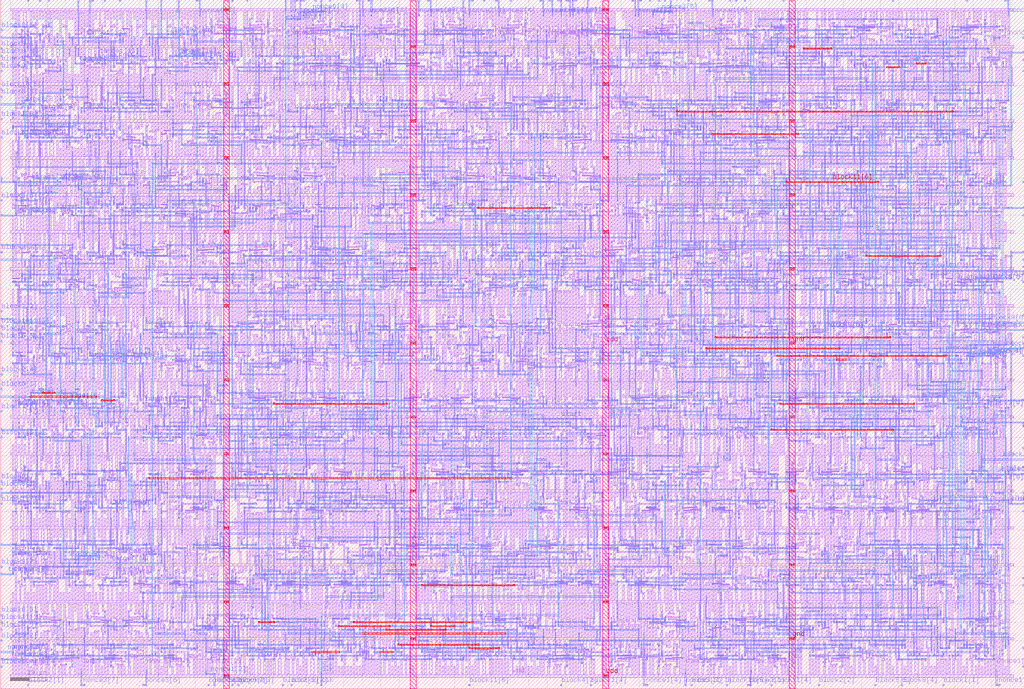
<source format=lef>
VERSION 5.3 ;
   NAMESCASESENSITIVE ON ;
   NOWIREEXTENSIONATPIN ON ;
   DIVIDERCHAR "/" ;
   BUSBITCHARS "[]" ;
UNITS
   DATABASE MICRONS 1000 ;
END UNITS

MACRO area_sys
   CLASS BLOCK ;
   FOREIGN area_sys ;
   ORIGIN 2.6000 3.0000 ;
   SIZE 276.4000 BY 186.2000 ;
   PIN vdd
      PORT
         LAYER metal1 ;
	    RECT 0.2000 180.2000 271.0000 180.8000 ;
	    RECT 0.6000 177.9000 1.0000 180.2000 ;
	    RECT 2.2000 175.9000 2.6000 180.2000 ;
	    RECT 5.4000 175.9000 5.8000 180.2000 ;
	    RECT 6.2000 177.9000 6.6000 180.2000 ;
	    RECT 7.8000 177.9000 8.2000 180.2000 ;
	    RECT 8.6000 177.9000 9.0000 180.2000 ;
	    RECT 10.2000 177.9000 10.6000 180.2000 ;
	    RECT 11.8000 177.9000 12.2000 180.2000 ;
	    RECT 12.6000 177.9000 13.0000 180.2000 ;
	    RECT 14.2000 177.9000 14.6000 180.2000 ;
	    RECT 15.8000 177.9000 16.2000 180.2000 ;
	    RECT 16.6000 177.9000 17.0000 180.2000 ;
	    RECT 20.6000 176.5000 21.0000 180.2000 ;
	    RECT 23.0000 177.9000 23.4000 180.2000 ;
	    RECT 25.4000 175.9000 25.8000 180.2000 ;
	    RECT 26.2000 177.9000 26.6000 180.2000 ;
	    RECT 27.8000 177.9000 28.2000 180.2000 ;
	    RECT 29.4000 177.9000 29.8000 180.2000 ;
	    RECT 31.5000 175.9000 31.9000 180.2000 ;
	    RECT 33.4000 177.9000 33.8000 180.2000 ;
	    RECT 35.0000 177.9000 35.4000 180.2000 ;
	    RECT 36.6000 177.9000 37.0000 180.2000 ;
	    RECT 37.4000 177.9000 37.8000 180.2000 ;
	    RECT 39.0000 177.9000 39.4000 180.2000 ;
	    RECT 40.6000 177.9000 41.0000 180.2000 ;
	    RECT 41.4000 177.9000 41.8000 180.2000 ;
	    RECT 43.0000 177.9000 43.4000 180.2000 ;
	    RECT 44.6000 177.9000 45.0000 180.2000 ;
	    RECT 45.4000 177.9000 45.8000 180.2000 ;
	    RECT 47.0000 177.9000 47.4000 180.2000 ;
	    RECT 48.6000 177.9000 49.0000 180.2000 ;
	    RECT 50.2000 176.5000 50.6000 180.2000 ;
	    RECT 52.6000 175.9000 53.0000 180.2000 ;
	    RECT 55.4000 177.9000 55.8000 180.2000 ;
	    RECT 57.0000 177.9000 57.4000 180.2000 ;
	    RECT 59.8000 176.0000 60.2000 180.2000 ;
	    RECT 63.8000 176.0000 64.2000 180.2000 ;
	    RECT 66.6000 177.9000 67.0000 180.2000 ;
	    RECT 68.2000 177.9000 68.6000 180.2000 ;
	    RECT 71.0000 175.9000 71.4000 180.2000 ;
	    RECT 73.4000 176.5000 73.8000 180.2000 ;
	    RECT 75.8000 176.5000 76.2000 180.2000 ;
	    RECT 78.2000 176.5000 78.6000 180.2000 ;
	    RECT 80.6000 176.0000 81.0000 180.2000 ;
	    RECT 83.4000 177.9000 83.8000 180.2000 ;
	    RECT 85.0000 177.9000 85.4000 180.2000 ;
	    RECT 87.8000 175.9000 88.2000 180.2000 ;
	    RECT 89.4000 177.9000 89.8000 180.2000 ;
	    RECT 91.0000 175.9000 91.4000 180.2000 ;
	    RECT 94.2000 176.5000 94.6000 180.2000 ;
	    RECT 96.6000 176.5000 97.0000 180.2000 ;
	    RECT 99.0000 176.0000 99.4000 180.2000 ;
	    RECT 101.8000 177.9000 102.2000 180.2000 ;
	    RECT 103.4000 177.9000 103.8000 180.2000 ;
	    RECT 106.2000 175.9000 106.6000 180.2000 ;
	    RECT 108.6000 176.5000 109.0000 180.2000 ;
	    RECT 112.6000 176.5000 113.0000 180.2000 ;
	    RECT 115.0000 175.9000 115.4000 180.2000 ;
	    RECT 117.8000 177.9000 118.2000 180.2000 ;
	    RECT 119.4000 177.9000 119.8000 180.2000 ;
	    RECT 122.2000 176.0000 122.6000 180.2000 ;
	    RECT 124.6000 176.5000 125.0000 180.2000 ;
	    RECT 127.8000 175.9000 128.2000 180.2000 ;
	    RECT 129.4000 177.9000 129.8000 180.2000 ;
	    RECT 131.0000 176.5000 131.4000 180.2000 ;
	    RECT 133.4000 176.0000 133.8000 180.2000 ;
	    RECT 136.2000 177.9000 136.6000 180.2000 ;
	    RECT 137.8000 177.9000 138.2000 180.2000 ;
	    RECT 140.6000 175.9000 141.0000 180.2000 ;
	    RECT 143.0000 176.5000 143.4000 180.2000 ;
	    RECT 145.4000 176.5000 145.8000 180.2000 ;
	    RECT 147.8000 176.5000 148.2000 180.2000 ;
	    RECT 150.2000 176.5000 150.6000 180.2000 ;
	    RECT 152.6000 176.5000 153.0000 180.2000 ;
	    RECT 155.0000 175.9000 155.4000 180.2000 ;
	    RECT 157.8000 177.9000 158.2000 180.2000 ;
	    RECT 159.4000 177.9000 159.8000 180.2000 ;
	    RECT 162.2000 176.0000 162.6000 180.2000 ;
	    RECT 165.4000 177.9000 165.8000 180.2000 ;
	    RECT 167.8000 176.5000 168.2000 180.2000 ;
	    RECT 170.2000 176.5000 170.6000 180.2000 ;
	    RECT 172.6000 176.5000 173.0000 180.2000 ;
	    RECT 175.0000 176.0000 175.4000 180.2000 ;
	    RECT 177.8000 177.9000 178.2000 180.2000 ;
	    RECT 179.4000 177.9000 179.8000 180.2000 ;
	    RECT 182.2000 175.9000 182.6000 180.2000 ;
	    RECT 185.4000 175.9000 185.8000 180.2000 ;
	    RECT 187.0000 177.9000 187.4000 180.2000 ;
	    RECT 188.6000 176.5000 189.0000 180.2000 ;
	    RECT 191.0000 176.0000 191.4000 180.2000 ;
	    RECT 193.8000 177.9000 194.2000 180.2000 ;
	    RECT 195.4000 177.9000 195.8000 180.2000 ;
	    RECT 198.2000 175.9000 198.6000 180.2000 ;
	    RECT 199.8000 175.9000 200.2000 180.2000 ;
	    RECT 201.9000 177.9000 202.3000 180.2000 ;
	    RECT 203.8000 176.5000 204.2000 180.2000 ;
	    RECT 207.0000 176.0000 207.4000 180.2000 ;
	    RECT 209.8000 177.9000 210.2000 180.2000 ;
	    RECT 211.4000 177.9000 211.8000 180.2000 ;
	    RECT 214.2000 175.9000 214.6000 180.2000 ;
	    RECT 219.0000 175.9000 219.4000 180.2000 ;
	    RECT 219.8000 175.9000 220.2000 180.2000 ;
	    RECT 221.9000 177.9000 222.3000 180.2000 ;
	    RECT 223.0000 177.9000 223.4000 180.2000 ;
	    RECT 224.6000 177.9000 225.0000 180.2000 ;
	    RECT 226.2000 176.5000 226.6000 180.2000 ;
	    RECT 229.4000 176.0000 229.8000 180.2000 ;
	    RECT 232.2000 177.9000 232.6000 180.2000 ;
	    RECT 233.8000 177.9000 234.2000 180.2000 ;
	    RECT 236.6000 175.9000 237.0000 180.2000 ;
	    RECT 238.2000 177.9000 238.6000 180.2000 ;
	    RECT 239.8000 177.9000 240.2000 180.2000 ;
	    RECT 240.6000 175.9000 241.0000 180.2000 ;
	    RECT 243.0000 177.9000 243.4000 180.2000 ;
	    RECT 246.2000 175.9000 246.6000 180.2000 ;
	    RECT 248.6000 175.9000 249.0000 180.2000 ;
	    RECT 249.4000 177.9000 249.8000 180.2000 ;
	    RECT 251.0000 176.1000 251.4000 180.2000 ;
	    RECT 254.2000 175.9000 254.6000 180.2000 ;
	    RECT 255.0000 177.9000 255.4000 180.2000 ;
	    RECT 257.4000 176.0000 257.8000 180.2000 ;
	    RECT 260.2000 177.9000 260.6000 180.2000 ;
	    RECT 261.8000 177.9000 262.2000 180.2000 ;
	    RECT 264.6000 175.9000 265.0000 180.2000 ;
	    RECT 267.0000 177.9000 267.4000 180.2000 ;
	    RECT 268.6000 176.5000 269.0000 180.2000 ;
	    RECT 1.4000 160.8000 1.8000 164.5000 ;
	    RECT 3.3000 160.8000 3.7000 163.1000 ;
	    RECT 5.4000 160.8000 5.8000 165.1000 ;
	    RECT 6.2000 160.8000 6.6000 163.1000 ;
	    RECT 7.8000 160.8000 8.2000 163.1000 ;
	    RECT 9.4000 160.8000 9.8000 162.9000 ;
	    RECT 11.8000 160.8000 12.2000 164.5000 ;
	    RECT 15.8000 160.8000 16.2000 163.1000 ;
	    RECT 17.4000 160.8000 17.8000 163.1000 ;
	    RECT 18.2000 160.8000 18.6000 163.1000 ;
	    RECT 22.2000 160.8000 22.6000 164.5000 ;
	    RECT 23.8000 160.8000 24.2000 165.1000 ;
	    RECT 27.0000 160.8000 27.4000 163.1000 ;
	    RECT 27.8000 160.8000 28.2000 163.1000 ;
	    RECT 29.4000 160.8000 29.8000 162.9000 ;
	    RECT 31.0000 160.8000 31.4000 163.1000 ;
	    RECT 32.6000 160.8000 33.0000 163.1000 ;
	    RECT 34.2000 160.8000 34.6000 163.1000 ;
	    RECT 35.0000 160.8000 35.4000 165.1000 ;
	    RECT 37.1000 160.8000 37.5000 163.1000 ;
	    RECT 38.2000 160.8000 38.6000 163.1000 ;
	    RECT 39.8000 160.8000 40.2000 165.1000 ;
	    RECT 42.2000 160.8000 42.6000 162.9000 ;
	    RECT 43.8000 160.8000 44.2000 163.1000 ;
	    RECT 44.6000 160.8000 45.0000 163.1000 ;
	    RECT 48.6000 160.8000 49.0000 164.5000 ;
	    RECT 50.2000 160.8000 50.6000 165.1000 ;
	    RECT 53.4000 160.8000 53.8000 164.5000 ;
	    RECT 56.6000 160.8000 57.0000 165.1000 ;
	    RECT 59.0000 160.8000 59.4000 165.1000 ;
	    RECT 61.1000 160.8000 61.5000 163.1000 ;
	    RECT 62.2000 160.8000 62.6000 163.1000 ;
	    RECT 64.6000 160.8000 65.0000 164.5000 ;
	    RECT 68.6000 160.8000 69.0000 164.5000 ;
	    RECT 71.0000 160.8000 71.4000 163.1000 ;
	    RECT 73.4000 160.8000 73.8000 164.5000 ;
	    RECT 75.8000 160.8000 76.2000 163.1000 ;
	    RECT 77.4000 160.8000 77.8000 165.1000 ;
	    RECT 80.2000 160.8000 80.6000 163.1000 ;
	    RECT 81.8000 160.8000 82.2000 163.1000 ;
	    RECT 84.6000 160.8000 85.0000 165.0000 ;
	    RECT 87.0000 160.8000 87.4000 165.0000 ;
	    RECT 89.8000 160.8000 90.2000 163.1000 ;
	    RECT 91.4000 160.8000 91.8000 163.1000 ;
	    RECT 94.2000 160.8000 94.6000 165.1000 ;
	    RECT 95.8000 160.8000 96.2000 163.1000 ;
	    RECT 97.4000 160.8000 97.8000 165.1000 ;
	    RECT 102.2000 160.8000 102.6000 164.5000 ;
	    RECT 104.6000 160.8000 105.0000 163.1000 ;
	    RECT 107.8000 160.8000 108.2000 165.0000 ;
	    RECT 110.6000 160.8000 111.0000 163.1000 ;
	    RECT 112.2000 160.8000 112.6000 163.1000 ;
	    RECT 115.0000 160.8000 115.4000 165.1000 ;
	    RECT 116.6000 160.8000 117.0000 163.1000 ;
	    RECT 119.0000 160.8000 119.4000 164.5000 ;
	    RECT 122.2000 160.8000 122.6000 165.1000 ;
	    RECT 125.0000 160.8000 125.4000 163.1000 ;
	    RECT 126.6000 160.8000 127.0000 163.1000 ;
	    RECT 129.4000 160.8000 129.8000 165.0000 ;
	    RECT 131.0000 160.8000 131.4000 163.1000 ;
	    RECT 132.6000 160.8000 133.0000 165.1000 ;
	    RECT 136.6000 160.8000 137.0000 164.5000 ;
	    RECT 139.0000 160.8000 139.4000 163.1000 ;
	    RECT 141.4000 160.8000 141.8000 165.1000 ;
	    RECT 143.0000 160.8000 143.4000 163.1000 ;
	    RECT 144.6000 160.8000 145.0000 165.1000 ;
	    RECT 147.4000 160.8000 147.8000 163.1000 ;
	    RECT 149.0000 160.8000 149.4000 163.1000 ;
	    RECT 151.8000 160.8000 152.2000 165.0000 ;
	    RECT 153.4000 160.8000 153.8000 163.1000 ;
	    RECT 155.8000 160.8000 156.2000 165.1000 ;
	    RECT 158.6000 160.8000 159.0000 163.1000 ;
	    RECT 160.2000 160.8000 160.6000 163.1000 ;
	    RECT 163.0000 160.8000 163.4000 165.0000 ;
	    RECT 166.2000 160.8000 166.6000 165.1000 ;
	    RECT 170.2000 160.8000 170.6000 165.1000 ;
	    RECT 171.8000 160.8000 172.2000 163.1000 ;
	    RECT 173.4000 160.8000 173.8000 165.0000 ;
	    RECT 176.2000 160.8000 176.6000 163.1000 ;
	    RECT 177.8000 160.8000 178.2000 163.1000 ;
	    RECT 180.6000 160.8000 181.0000 165.1000 ;
	    RECT 183.8000 160.8000 184.2000 165.1000 ;
	    RECT 185.4000 160.8000 185.8000 163.1000 ;
	    RECT 187.0000 160.8000 187.4000 165.1000 ;
	    RECT 189.8000 160.8000 190.2000 163.1000 ;
	    RECT 191.4000 160.8000 191.8000 163.1000 ;
	    RECT 194.2000 160.8000 194.6000 165.0000 ;
	    RECT 196.6000 160.8000 197.0000 165.0000 ;
	    RECT 199.4000 160.8000 199.8000 163.1000 ;
	    RECT 201.0000 160.8000 201.4000 163.1000 ;
	    RECT 203.8000 160.8000 204.2000 165.1000 ;
	    RECT 207.0000 160.8000 207.4000 164.5000 ;
	    RECT 208.6000 160.8000 209.0000 165.1000 ;
	    RECT 212.6000 160.8000 213.0000 163.1000 ;
	    RECT 214.2000 160.8000 214.6000 163.1000 ;
	    RECT 215.3000 160.8000 215.7000 163.1000 ;
	    RECT 217.4000 160.8000 217.8000 165.1000 ;
	    RECT 218.2000 160.8000 218.6000 165.1000 ;
	    RECT 220.6000 160.8000 221.0000 163.1000 ;
	    RECT 222.2000 160.8000 222.6000 163.1000 ;
	    RECT 223.0000 160.8000 223.4000 163.1000 ;
	    RECT 224.6000 160.8000 225.0000 163.1000 ;
	    RECT 225.4000 160.8000 225.8000 163.1000 ;
	    RECT 227.0000 160.8000 227.4000 165.1000 ;
	    RECT 229.4000 160.8000 229.8000 165.1000 ;
	    RECT 231.5000 160.8000 231.9000 163.1000 ;
	    RECT 232.6000 160.8000 233.0000 165.1000 ;
	    RECT 234.7000 160.8000 235.1000 163.1000 ;
	    RECT 235.8000 160.8000 236.2000 165.1000 ;
	    RECT 237.9000 160.8000 238.3000 163.1000 ;
	    RECT 239.0000 160.8000 239.4000 165.1000 ;
	    RECT 242.2000 160.8000 242.6000 165.1000 ;
	    RECT 243.8000 160.8000 244.2000 164.9000 ;
	    RECT 245.4000 160.8000 245.8000 163.1000 ;
	    RECT 246.2000 160.8000 246.6000 165.1000 ;
	    RECT 248.3000 160.8000 248.7000 163.1000 ;
	    RECT 249.4000 160.8000 249.8000 165.1000 ;
	    RECT 251.0000 160.8000 251.4000 164.5000 ;
	    RECT 252.6000 160.8000 253.0000 165.1000 ;
	    RECT 254.7000 160.8000 255.1000 163.1000 ;
	    RECT 257.4000 160.8000 257.8000 164.5000 ;
	    RECT 260.6000 160.8000 261.0000 164.5000 ;
	    RECT 263.0000 160.8000 263.5000 164.4000 ;
	    RECT 266.1000 161.1000 266.6000 164.4000 ;
	    RECT 266.1000 160.8000 266.5000 161.1000 ;
	    RECT 268.6000 160.8000 269.0000 164.5000 ;
	    RECT 270.2000 160.8000 270.6000 165.1000 ;
	    RECT 0.2000 160.2000 271.0000 160.8000 ;
	    RECT 0.6000 157.9000 1.0000 160.2000 ;
	    RECT 4.6000 156.5000 5.0000 160.2000 ;
	    RECT 7.0000 157.9000 7.4000 160.2000 ;
	    RECT 7.8000 157.9000 8.2000 160.2000 ;
	    RECT 9.4000 157.9000 9.8000 160.2000 ;
	    RECT 11.0000 157.9000 11.4000 160.2000 ;
	    RECT 11.8000 157.9000 12.2000 160.2000 ;
	    RECT 13.4000 157.9000 13.8000 160.2000 ;
	    RECT 14.2000 157.9000 14.6000 160.2000 ;
	    RECT 15.8000 158.1000 16.2000 160.2000 ;
	    RECT 19.0000 155.9000 19.4000 160.2000 ;
	    RECT 21.1000 155.9000 21.5000 160.2000 ;
	    RECT 23.0000 155.9000 23.4000 160.2000 ;
	    RECT 25.1000 157.9000 25.5000 160.2000 ;
	    RECT 26.2000 155.9000 26.6000 160.2000 ;
	    RECT 29.4000 158.1000 29.8000 160.2000 ;
	    RECT 31.0000 157.9000 31.4000 160.2000 ;
	    RECT 32.6000 156.5000 33.0000 160.2000 ;
	    RECT 36.6000 156.5000 37.0000 160.2000 ;
	    RECT 40.6000 155.9000 41.0000 160.2000 ;
	    RECT 41.4000 155.9000 41.8000 160.2000 ;
	    RECT 43.5000 157.9000 43.9000 160.2000 ;
	    RECT 45.4000 156.5000 45.8000 160.2000 ;
	    RECT 47.0000 157.9000 47.4000 160.2000 ;
	    RECT 48.6000 155.9000 49.0000 160.2000 ;
	    RECT 51.8000 155.9000 52.2000 160.2000 ;
	    RECT 54.6000 157.9000 55.0000 160.2000 ;
	    RECT 56.2000 157.9000 56.6000 160.2000 ;
	    RECT 59.0000 156.0000 59.4000 160.2000 ;
	    RECT 63.0000 156.0000 63.4000 160.2000 ;
	    RECT 65.8000 157.9000 66.2000 160.2000 ;
	    RECT 67.4000 157.9000 67.8000 160.2000 ;
	    RECT 70.2000 155.9000 70.6000 160.2000 ;
	    RECT 71.8000 155.9000 72.2000 160.2000 ;
	    RECT 73.4000 156.5000 73.8000 160.2000 ;
	    RECT 75.8000 156.5000 76.2000 160.2000 ;
	    RECT 77.4000 157.9000 77.8000 160.2000 ;
	    RECT 79.0000 155.9000 79.4000 160.2000 ;
	    RECT 81.4000 155.9000 81.8000 160.2000 ;
	    RECT 83.0000 156.5000 83.4000 160.2000 ;
	    RECT 84.9000 157.9000 85.3000 160.2000 ;
	    RECT 87.0000 155.9000 87.4000 160.2000 ;
	    RECT 89.4000 155.9000 89.8000 160.2000 ;
	    RECT 90.2000 155.9000 90.6000 160.2000 ;
	    RECT 92.3000 157.9000 92.7000 160.2000 ;
	    RECT 93.4000 157.9000 93.8000 160.2000 ;
	    RECT 95.0000 157.9000 95.4000 160.2000 ;
	    RECT 97.4000 155.9000 97.8000 160.2000 ;
	    RECT 98.2000 157.9000 98.6000 160.2000 ;
	    RECT 99.8000 157.9000 100.2000 160.2000 ;
	    RECT 101.4000 157.9000 101.8000 160.2000 ;
	    RECT 103.8000 155.9000 104.2000 160.2000 ;
	    RECT 104.9000 157.9000 105.3000 160.2000 ;
	    RECT 107.0000 155.9000 107.4000 160.2000 ;
	    RECT 107.8000 157.9000 108.2000 160.2000 ;
	    RECT 109.4000 157.9000 109.8000 160.2000 ;
	    RECT 112.6000 155.9000 113.0000 160.2000 ;
	    RECT 115.4000 157.9000 115.8000 160.2000 ;
	    RECT 117.0000 157.9000 117.4000 160.2000 ;
	    RECT 119.8000 156.0000 120.2000 160.2000 ;
	    RECT 122.2000 156.5000 122.6000 160.2000 ;
	    RECT 124.6000 156.0000 125.0000 160.2000 ;
	    RECT 127.4000 157.9000 127.8000 160.2000 ;
	    RECT 129.0000 157.9000 129.4000 160.2000 ;
	    RECT 131.8000 155.9000 132.2000 160.2000 ;
	    RECT 134.7000 155.9000 135.1000 160.2000 ;
	    RECT 138.2000 156.5000 138.6000 160.2000 ;
	    RECT 140.6000 157.9000 141.0000 160.2000 ;
	    RECT 142.2000 156.0000 142.6000 160.2000 ;
	    RECT 145.0000 157.9000 145.4000 160.2000 ;
	    RECT 146.6000 157.9000 147.0000 160.2000 ;
	    RECT 149.4000 155.9000 149.8000 160.2000 ;
	    RECT 153.4000 156.5000 153.8000 160.2000 ;
	    RECT 155.8000 156.5000 156.2000 160.2000 ;
	    RECT 159.8000 155.9000 160.2000 160.2000 ;
	    RECT 162.6000 157.9000 163.0000 160.2000 ;
	    RECT 164.2000 157.9000 164.6000 160.2000 ;
	    RECT 167.0000 156.0000 167.4000 160.2000 ;
	    RECT 170.2000 156.5000 170.6000 160.2000 ;
	    RECT 172.1000 157.9000 172.5000 160.2000 ;
	    RECT 174.2000 155.9000 174.6000 160.2000 ;
	    RECT 176.6000 155.9000 177.0000 160.2000 ;
	    RECT 177.4000 157.9000 177.8000 160.2000 ;
	    RECT 179.0000 157.9000 179.4000 160.2000 ;
	    RECT 179.8000 157.9000 180.2000 160.2000 ;
	    RECT 181.4000 157.9000 181.8000 160.2000 ;
	    RECT 182.2000 155.9000 182.6000 160.2000 ;
	    RECT 186.2000 156.5000 186.6000 160.2000 ;
	    RECT 188.1000 157.9000 188.5000 160.2000 ;
	    RECT 190.2000 155.9000 190.6000 160.2000 ;
	    RECT 192.6000 155.9000 193.0000 160.2000 ;
	    RECT 193.4000 155.9000 193.8000 160.2000 ;
	    RECT 195.5000 157.9000 195.9000 160.2000 ;
	    RECT 197.4000 156.5000 197.8000 160.2000 ;
	    RECT 199.8000 157.9000 200.2000 160.2000 ;
	    RECT 201.4000 157.9000 201.8000 160.2000 ;
	    RECT 203.0000 156.0000 203.4000 160.2000 ;
	    RECT 205.8000 157.9000 206.2000 160.2000 ;
	    RECT 207.4000 157.9000 207.8000 160.2000 ;
	    RECT 210.2000 155.9000 210.6000 160.2000 ;
	    RECT 214.2000 156.1000 214.6000 160.2000 ;
	    RECT 215.8000 157.9000 216.2000 160.2000 ;
	    RECT 216.6000 155.9000 217.0000 160.2000 ;
	    RECT 219.0000 155.9000 219.4000 160.2000 ;
	    RECT 221.1000 157.9000 221.5000 160.2000 ;
	    RECT 222.2000 155.9000 222.6000 160.2000 ;
	    RECT 224.3000 157.9000 224.7000 160.2000 ;
	    RECT 226.2000 157.9000 226.6000 160.2000 ;
	    RECT 228.6000 155.9000 229.0000 160.2000 ;
	    RECT 230.2000 156.5000 230.6000 160.2000 ;
	    RECT 231.8000 155.9000 232.2000 160.2000 ;
	    RECT 232.6000 155.9000 233.0000 160.2000 ;
	    RECT 235.8000 156.6000 236.3000 160.2000 ;
	    RECT 238.9000 159.9000 239.3000 160.2000 ;
	    RECT 238.9000 156.6000 239.4000 159.9000 ;
	    RECT 242.2000 155.9000 242.6000 160.2000 ;
	    RECT 244.6000 155.9000 245.0000 160.2000 ;
	    RECT 246.2000 156.5000 246.6000 160.2000 ;
	    RECT 248.6000 155.9000 249.0000 160.2000 ;
	    RECT 252.6000 156.5000 253.0000 160.2000 ;
	    RECT 254.2000 155.9000 254.6000 160.2000 ;
	    RECT 256.3000 157.9000 256.7000 160.2000 ;
	    RECT 259.0000 155.9000 259.4000 160.2000 ;
	    RECT 259.8000 155.9000 260.2000 160.2000 ;
	    RECT 263.0000 157.9000 263.4000 160.2000 ;
	    RECT 263.8000 157.9000 264.2000 160.2000 ;
	    RECT 265.4000 157.9000 265.8000 160.2000 ;
	    RECT 267.3000 155.9000 267.7000 160.2000 ;
	    RECT 0.6000 140.8000 1.0000 145.1000 ;
	    RECT 3.0000 140.8000 3.4000 145.1000 ;
	    RECT 5.1000 140.8000 5.5000 143.1000 ;
	    RECT 6.2000 140.8000 6.6000 145.1000 ;
	    RECT 8.3000 140.8000 8.7000 143.1000 ;
	    RECT 9.4000 140.8000 9.8000 145.1000 ;
	    RECT 12.6000 140.8000 13.0000 145.1000 ;
	    RECT 13.4000 140.8000 13.8000 143.1000 ;
	    RECT 15.8000 140.8000 16.2000 142.9000 ;
	    RECT 17.4000 140.8000 17.8000 143.1000 ;
	    RECT 18.2000 140.8000 18.6000 143.1000 ;
	    RECT 19.8000 140.8000 20.2000 143.1000 ;
	    RECT 20.6000 140.8000 21.0000 145.1000 ;
	    RECT 22.7000 140.8000 23.1000 143.1000 ;
	    RECT 24.6000 140.8000 25.0000 144.5000 ;
	    RECT 27.8000 140.8000 28.2000 144.5000 ;
	    RECT 31.0000 140.8000 31.4000 145.0000 ;
	    RECT 33.8000 140.8000 34.2000 143.1000 ;
	    RECT 35.4000 140.8000 35.8000 143.1000 ;
	    RECT 38.2000 140.8000 38.6000 145.1000 ;
	    RECT 39.8000 140.8000 40.2000 143.1000 ;
	    RECT 41.4000 140.8000 41.8000 145.1000 ;
	    RECT 44.6000 140.8000 45.0000 145.1000 ;
	    RECT 46.2000 140.8000 46.6000 143.1000 ;
	    RECT 51.8000 140.8000 52.2000 144.1000 ;
	    RECT 53.7000 140.8000 54.1000 143.1000 ;
	    RECT 55.8000 140.8000 56.2000 145.1000 ;
	    RECT 57.4000 140.8000 57.8000 143.1000 ;
	    RECT 60.6000 140.8000 61.0000 143.1000 ;
	    RECT 62.2000 140.8000 62.6000 144.5000 ;
	    RECT 65.4000 140.8000 65.8000 145.0000 ;
	    RECT 68.2000 140.8000 68.6000 143.1000 ;
	    RECT 69.8000 140.8000 70.2000 143.1000 ;
	    RECT 72.6000 140.8000 73.0000 145.1000 ;
	    RECT 75.0000 140.8000 75.4000 145.1000 ;
	    RECT 77.8000 140.8000 78.2000 143.1000 ;
	    RECT 79.4000 140.8000 79.8000 143.1000 ;
	    RECT 82.2000 140.8000 82.6000 145.0000 ;
	    RECT 83.8000 140.8000 84.2000 143.1000 ;
	    RECT 85.4000 140.8000 85.8000 143.1000 ;
	    RECT 87.0000 140.8000 87.4000 145.0000 ;
	    RECT 89.8000 140.8000 90.2000 143.1000 ;
	    RECT 91.4000 140.8000 91.8000 143.1000 ;
	    RECT 94.2000 140.8000 94.6000 145.1000 ;
	    RECT 95.8000 140.8000 96.2000 145.1000 ;
	    RECT 98.5000 140.8000 98.9000 143.1000 ;
	    RECT 100.6000 140.8000 101.0000 145.1000 ;
	    RECT 102.2000 140.8000 102.6000 143.1000 ;
	    RECT 103.0000 140.8000 103.4000 143.1000 ;
	    RECT 104.6000 140.8000 105.0000 142.9000 ;
	    RECT 106.2000 140.8000 106.6000 143.1000 ;
	    RECT 107.8000 140.8000 108.2000 143.1000 ;
	    RECT 110.2000 140.8000 110.6000 145.1000 ;
	    RECT 112.6000 140.8000 113.0000 145.1000 ;
	    RECT 115.0000 140.8000 115.4000 143.1000 ;
	    RECT 116.6000 140.8000 117.0000 143.1000 ;
	    RECT 117.4000 140.8000 117.8000 143.1000 ;
	    RECT 119.0000 140.8000 119.4000 142.9000 ;
	    RECT 121.4000 140.8000 121.8000 143.1000 ;
	    RECT 123.0000 140.8000 123.4000 145.1000 ;
	    RECT 125.8000 140.8000 126.2000 143.1000 ;
	    RECT 127.4000 140.8000 127.8000 143.1000 ;
	    RECT 130.2000 140.8000 130.6000 145.0000 ;
	    RECT 131.8000 140.8000 132.2000 145.1000 ;
	    RECT 134.2000 140.8000 134.6000 144.5000 ;
	    RECT 136.6000 140.8000 137.0000 143.1000 ;
	    RECT 139.0000 140.8000 139.4000 144.5000 ;
	    RECT 144.6000 140.8000 145.0000 144.5000 ;
	    RECT 147.0000 140.8000 147.4000 143.1000 ;
	    RECT 148.6000 140.8000 149.0000 145.1000 ;
	    RECT 151.4000 140.8000 151.8000 143.1000 ;
	    RECT 153.0000 140.8000 153.4000 143.1000 ;
	    RECT 155.8000 140.8000 156.2000 145.0000 ;
	    RECT 157.4000 140.8000 157.8000 145.1000 ;
	    RECT 159.0000 140.8000 159.4000 144.5000 ;
	    RECT 163.0000 140.8000 163.4000 145.0000 ;
	    RECT 165.8000 140.8000 166.2000 143.1000 ;
	    RECT 167.4000 140.8000 167.8000 143.1000 ;
	    RECT 170.2000 140.8000 170.6000 145.1000 ;
	    RECT 171.8000 140.8000 172.2000 143.1000 ;
	    RECT 173.4000 140.8000 173.8000 145.1000 ;
	    RECT 176.1000 140.8000 176.5000 143.1000 ;
	    RECT 178.2000 140.8000 178.6000 145.1000 ;
	    RECT 179.8000 140.8000 180.2000 144.9000 ;
	    RECT 181.4000 140.8000 181.8000 143.1000 ;
	    RECT 182.2000 140.8000 182.6000 143.1000 ;
	    RECT 185.4000 140.8000 185.8000 145.1000 ;
	    RECT 186.2000 140.8000 186.6000 145.1000 ;
	    RECT 188.6000 140.8000 189.0000 145.1000 ;
	    RECT 190.7000 140.8000 191.1000 143.1000 ;
	    RECT 191.8000 140.8000 192.2000 145.1000 ;
	    RECT 194.2000 140.8000 194.6000 145.1000 ;
	    RECT 196.3000 140.8000 196.7000 143.1000 ;
	    RECT 198.2000 140.8000 198.6000 145.1000 ;
	    RECT 201.0000 140.8000 201.4000 143.1000 ;
	    RECT 202.6000 140.8000 203.0000 143.1000 ;
	    RECT 205.4000 140.8000 205.8000 145.0000 ;
	    RECT 208.6000 140.8000 209.0000 144.5000 ;
	    RECT 210.2000 140.8000 210.6000 143.1000 ;
	    RECT 211.8000 140.8000 212.2000 143.1000 ;
	    RECT 215.0000 140.8000 215.4000 144.5000 ;
	    RECT 218.2000 140.8000 218.6000 144.5000 ;
	    RECT 220.9000 140.8000 221.3000 143.1000 ;
	    RECT 223.0000 140.8000 223.4000 145.1000 ;
	    RECT 225.4000 140.8000 225.8000 145.1000 ;
	    RECT 226.2000 140.8000 226.6000 145.1000 ;
	    RECT 230.2000 140.8000 230.6000 145.1000 ;
	    RECT 231.8000 140.8000 232.2000 144.5000 ;
	    RECT 233.4000 140.8000 233.8000 145.1000 ;
	    RECT 235.0000 140.8000 235.4000 144.5000 ;
	    RECT 236.6000 140.8000 237.0000 145.1000 ;
	    RECT 239.0000 140.8000 239.4000 145.1000 ;
	    RECT 239.8000 140.8000 240.2000 143.1000 ;
	    RECT 243.0000 140.8000 243.4000 145.1000 ;
	    RECT 243.8000 140.8000 244.2000 143.1000 ;
	    RECT 245.4000 140.8000 245.8000 142.9000 ;
	    RECT 248.6000 140.8000 249.0000 145.1000 ;
	    RECT 249.7000 140.8000 250.1000 143.1000 ;
	    RECT 251.8000 140.8000 252.2000 145.1000 ;
	    RECT 252.9000 140.8000 253.3000 143.1000 ;
	    RECT 255.0000 140.8000 255.4000 145.1000 ;
	    RECT 256.6000 140.8000 257.0000 144.9000 ;
	    RECT 258.2000 140.8000 258.6000 143.1000 ;
	    RECT 259.0000 140.8000 259.4000 145.1000 ;
	    RECT 261.7000 140.8000 262.1000 143.1000 ;
	    RECT 263.8000 140.8000 264.2000 145.1000 ;
	    RECT 266.2000 140.8000 266.6000 145.1000 ;
	    RECT 267.0000 140.8000 267.4000 143.1000 ;
	    RECT 268.6000 140.8000 269.0000 143.1000 ;
	    RECT 270.2000 140.8000 270.6000 143.1000 ;
	    RECT 0.2000 140.2000 271.0000 140.8000 ;
	    RECT 1.4000 138.1000 1.8000 140.2000 ;
	    RECT 3.0000 137.9000 3.4000 140.2000 ;
	    RECT 4.9000 135.9000 5.3000 140.2000 ;
	    RECT 7.0000 137.9000 7.4000 140.2000 ;
	    RECT 8.6000 137.9000 9.0000 140.2000 ;
	    RECT 11.0000 135.9000 11.4000 140.2000 ;
	    RECT 12.6000 135.9000 13.0000 140.2000 ;
	    RECT 13.4000 135.9000 13.8000 140.2000 ;
	    RECT 15.0000 137.9000 15.4000 140.2000 ;
	    RECT 16.6000 137.9000 17.0000 140.2000 ;
	    RECT 18.7000 135.9000 19.1000 140.2000 ;
	    RECT 20.6000 137.9000 21.0000 140.2000 ;
	    RECT 22.2000 138.1000 22.6000 140.2000 ;
	    RECT 25.4000 135.9000 25.8000 140.2000 ;
	    RECT 27.0000 136.1000 27.4000 140.2000 ;
	    RECT 28.6000 137.9000 29.0000 140.2000 ;
	    RECT 29.4000 137.9000 29.8000 140.2000 ;
	    RECT 31.0000 137.9000 31.4000 140.2000 ;
	    RECT 31.8000 135.9000 32.2000 140.2000 ;
	    RECT 33.9000 137.9000 34.3000 140.2000 ;
	    RECT 35.3000 137.9000 35.7000 140.2000 ;
	    RECT 37.4000 135.9000 37.8000 140.2000 ;
	    RECT 39.0000 137.9000 39.4000 140.2000 ;
	    RECT 40.6000 136.0000 41.0000 140.2000 ;
	    RECT 43.4000 137.9000 43.8000 140.2000 ;
	    RECT 45.0000 137.9000 45.4000 140.2000 ;
	    RECT 47.8000 135.9000 48.2000 140.2000 ;
	    RECT 49.4000 135.9000 49.8000 140.2000 ;
	    RECT 51.8000 137.9000 52.2000 140.2000 ;
	    RECT 53.4000 136.1000 53.8000 140.2000 ;
	    RECT 55.0000 135.9000 55.4000 140.2000 ;
	    RECT 58.2000 135.9000 58.6000 140.2000 ;
	    RECT 60.6000 137.9000 61.0000 140.2000 ;
	    RECT 63.0000 135.9000 63.4000 140.2000 ;
	    RECT 65.8000 137.9000 66.2000 140.2000 ;
	    RECT 67.4000 137.9000 67.8000 140.2000 ;
	    RECT 70.2000 136.0000 70.6000 140.2000 ;
	    RECT 71.8000 135.9000 72.2000 140.2000 ;
	    RECT 73.4000 136.5000 73.8000 140.2000 ;
	    RECT 75.8000 135.9000 76.2000 140.2000 ;
	    RECT 78.6000 137.9000 79.0000 140.2000 ;
	    RECT 80.2000 137.9000 80.6000 140.2000 ;
	    RECT 83.0000 136.0000 83.4000 140.2000 ;
	    RECT 84.6000 135.9000 85.0000 140.2000 ;
	    RECT 86.2000 136.5000 86.6000 140.2000 ;
	    RECT 87.8000 137.9000 88.2000 140.2000 ;
	    RECT 90.2000 136.5000 90.6000 140.2000 ;
	    RECT 91.8000 135.9000 92.2000 140.2000 ;
	    RECT 93.4000 135.9000 93.8000 140.2000 ;
	    RECT 95.0000 135.9000 95.4000 140.2000 ;
	    RECT 96.6000 135.9000 97.0000 140.2000 ;
	    RECT 98.2000 135.9000 98.6000 140.2000 ;
	    RECT 99.0000 137.9000 99.4000 140.2000 ;
	    RECT 100.6000 137.9000 101.0000 140.2000 ;
	    RECT 102.2000 137.9000 102.6000 140.2000 ;
	    RECT 107.8000 136.9000 108.2000 140.2000 ;
	    RECT 112.6000 135.9000 113.0000 140.2000 ;
	    RECT 113.4000 137.9000 113.8000 140.2000 ;
	    RECT 115.0000 136.1000 115.4000 140.2000 ;
	    RECT 118.2000 135.9000 118.6000 140.2000 ;
	    RECT 119.8000 135.9000 120.2000 140.2000 ;
	    RECT 122.6000 137.9000 123.0000 140.2000 ;
	    RECT 124.2000 137.9000 124.6000 140.2000 ;
	    RECT 127.0000 136.0000 127.4000 140.2000 ;
	    RECT 129.4000 135.9000 129.8000 140.2000 ;
	    RECT 132.2000 137.9000 132.6000 140.2000 ;
	    RECT 133.8000 137.9000 134.2000 140.2000 ;
	    RECT 136.6000 136.0000 137.0000 140.2000 ;
	    RECT 139.0000 135.9000 139.4000 140.2000 ;
	    RECT 141.8000 137.9000 142.2000 140.2000 ;
	    RECT 143.4000 137.9000 143.8000 140.2000 ;
	    RECT 146.2000 136.0000 146.6000 140.2000 ;
	    RECT 148.6000 136.5000 149.0000 140.2000 ;
	    RECT 151.0000 135.9000 151.4000 140.2000 ;
	    RECT 153.8000 137.9000 154.2000 140.2000 ;
	    RECT 155.4000 137.9000 155.8000 140.2000 ;
	    RECT 158.2000 136.0000 158.6000 140.2000 ;
	    RECT 161.4000 135.9000 161.8000 140.2000 ;
	    RECT 163.0000 135.9000 163.4000 140.2000 ;
	    RECT 164.6000 135.9000 165.0000 140.2000 ;
	    RECT 166.2000 135.9000 166.6000 140.2000 ;
	    RECT 167.8000 135.9000 168.2000 140.2000 ;
	    RECT 168.6000 135.9000 169.0000 140.2000 ;
	    RECT 170.2000 135.9000 170.6000 140.2000 ;
	    RECT 171.8000 135.9000 172.2000 140.2000 ;
	    RECT 173.4000 135.9000 173.8000 140.2000 ;
	    RECT 175.0000 135.9000 175.4000 140.2000 ;
	    RECT 175.8000 137.9000 176.2000 140.2000 ;
	    RECT 177.4000 138.1000 177.8000 140.2000 ;
	    RECT 179.8000 136.5000 180.2000 140.2000 ;
	    RECT 181.4000 135.9000 181.8000 140.2000 ;
	    RECT 183.0000 136.5000 183.4000 140.2000 ;
	    RECT 184.6000 135.9000 185.0000 140.2000 ;
	    RECT 186.2000 136.5000 186.6000 140.2000 ;
	    RECT 187.8000 135.9000 188.2000 140.2000 ;
	    RECT 189.4000 136.5000 189.8000 140.2000 ;
	    RECT 191.0000 135.9000 191.4000 140.2000 ;
	    RECT 191.8000 135.9000 192.2000 140.2000 ;
	    RECT 193.4000 135.9000 193.8000 140.2000 ;
	    RECT 194.2000 135.9000 194.6000 140.2000 ;
	    RECT 196.6000 137.9000 197.0000 140.2000 ;
	    RECT 198.2000 138.1000 198.6000 140.2000 ;
	    RECT 200.6000 137.9000 201.0000 140.2000 ;
	    RECT 201.4000 137.9000 201.8000 140.2000 ;
	    RECT 203.0000 137.9000 203.4000 140.2000 ;
	    RECT 203.8000 137.9000 204.2000 140.2000 ;
	    RECT 207.0000 135.9000 207.4000 140.2000 ;
	    RECT 208.1000 137.9000 208.5000 140.2000 ;
	    RECT 210.2000 135.9000 210.6000 140.2000 ;
	    RECT 214.2000 136.5000 214.6000 140.2000 ;
	    RECT 215.8000 137.9000 216.2000 140.2000 ;
	    RECT 217.4000 137.9000 217.8000 140.2000 ;
	    RECT 218.2000 137.9000 218.6000 140.2000 ;
	    RECT 219.8000 137.9000 220.2000 140.2000 ;
	    RECT 220.6000 137.9000 221.0000 140.2000 ;
	    RECT 222.2000 137.9000 222.6000 140.2000 ;
	    RECT 223.8000 137.9000 224.2000 140.2000 ;
	    RECT 224.6000 137.9000 225.0000 140.2000 ;
	    RECT 226.2000 137.9000 226.6000 140.2000 ;
	    RECT 227.0000 137.9000 227.4000 140.2000 ;
	    RECT 228.6000 137.9000 229.0000 140.2000 ;
	    RECT 229.4000 137.9000 229.8000 140.2000 ;
	    RECT 231.0000 137.9000 231.4000 140.2000 ;
	    RECT 231.8000 137.9000 232.2000 140.2000 ;
	    RECT 233.4000 137.9000 233.8000 140.2000 ;
	    RECT 234.2000 137.9000 234.6000 140.2000 ;
	    RECT 235.8000 137.9000 236.2000 140.2000 ;
	    RECT 236.6000 135.9000 237.0000 140.2000 ;
	    RECT 239.0000 135.9000 239.4000 140.2000 ;
	    RECT 243.0000 135.9000 243.4000 140.2000 ;
	    RECT 244.1000 137.9000 244.5000 140.2000 ;
	    RECT 246.2000 135.9000 246.6000 140.2000 ;
	    RECT 247.0000 135.9000 247.4000 140.2000 ;
	    RECT 249.1000 137.9000 249.5000 140.2000 ;
	    RECT 250.2000 135.9000 250.6000 140.2000 ;
	    RECT 253.4000 135.9000 253.8000 140.2000 ;
	    RECT 254.2000 135.9000 254.6000 140.2000 ;
	    RECT 256.3000 137.9000 256.7000 140.2000 ;
	    RECT 257.7000 137.9000 258.1000 140.2000 ;
	    RECT 259.8000 135.9000 260.2000 140.2000 ;
	    RECT 262.2000 135.9000 262.6000 140.2000 ;
	    RECT 263.8000 136.1000 264.2000 140.2000 ;
	    RECT 265.4000 137.9000 265.8000 140.2000 ;
	    RECT 267.0000 136.5000 267.4000 140.2000 ;
	    RECT 268.6000 135.9000 269.0000 140.2000 ;
	    RECT 1.4000 121.1000 1.9000 124.4000 ;
	    RECT 1.5000 120.8000 1.9000 121.1000 ;
	    RECT 4.5000 120.8000 5.0000 124.4000 ;
	    RECT 7.0000 120.8000 7.4000 124.5000 ;
	    RECT 9.4000 120.8000 9.8000 125.1000 ;
	    RECT 12.6000 120.8000 13.0000 123.1000 ;
	    RECT 14.2000 121.1000 14.7000 124.4000 ;
	    RECT 14.3000 120.8000 14.7000 121.1000 ;
	    RECT 17.3000 120.8000 17.8000 124.4000 ;
	    RECT 20.6000 120.8000 21.0000 125.1000 ;
	    RECT 22.2000 120.8000 22.6000 124.5000 ;
	    RECT 24.6000 120.8000 25.0000 123.1000 ;
	    RECT 27.8000 120.8000 28.2000 125.1000 ;
	    RECT 28.6000 120.8000 29.0000 125.1000 ;
	    RECT 30.7000 120.8000 31.1000 123.1000 ;
	    RECT 34.2000 120.8000 34.6000 124.5000 ;
	    RECT 35.8000 120.8000 36.2000 123.1000 ;
	    RECT 37.4000 120.8000 37.8000 123.1000 ;
	    RECT 39.0000 120.8000 39.4000 123.1000 ;
	    RECT 40.1000 120.8000 40.5000 123.1000 ;
	    RECT 42.2000 120.8000 42.6000 125.1000 ;
	    RECT 43.8000 120.8000 44.2000 123.1000 ;
	    RECT 45.4000 120.8000 45.8000 125.0000 ;
	    RECT 48.2000 120.8000 48.6000 123.1000 ;
	    RECT 49.8000 120.8000 50.2000 123.1000 ;
	    RECT 52.6000 120.8000 53.0000 125.1000 ;
	    RECT 54.2000 120.8000 54.6000 123.1000 ;
	    RECT 55.8000 120.8000 56.2000 124.9000 ;
	    RECT 60.1000 120.8000 60.5000 125.1000 ;
	    RECT 63.5000 120.8000 63.9000 125.1000 ;
	    RECT 65.4000 120.8000 65.8000 123.1000 ;
	    RECT 67.0000 120.8000 67.4000 124.9000 ;
	    RECT 69.4000 120.8000 69.8000 125.1000 ;
	    RECT 72.2000 120.8000 72.6000 123.1000 ;
	    RECT 73.8000 120.8000 74.2000 123.1000 ;
	    RECT 76.6000 120.8000 77.0000 125.0000 ;
	    RECT 79.8000 120.8000 80.2000 124.5000 ;
	    RECT 81.7000 120.8000 82.1000 123.1000 ;
	    RECT 83.8000 120.8000 84.2000 125.1000 ;
	    RECT 84.6000 120.8000 85.0000 125.1000 ;
	    RECT 86.2000 120.8000 86.6000 125.1000 ;
	    RECT 87.8000 120.8000 88.2000 125.1000 ;
	    RECT 89.4000 120.8000 89.8000 125.1000 ;
	    RECT 91.0000 120.8000 91.4000 125.1000 ;
	    RECT 91.8000 120.8000 92.2000 125.1000 ;
	    RECT 94.2000 120.8000 94.6000 125.1000 ;
	    RECT 95.8000 120.8000 96.2000 124.5000 ;
	    RECT 97.4000 120.8000 97.8000 123.1000 ;
	    RECT 99.0000 120.8000 99.4000 124.9000 ;
	    RECT 100.6000 120.8000 101.0000 123.1000 ;
	    RECT 102.2000 120.8000 102.6000 123.1000 ;
	    RECT 103.0000 120.8000 103.4000 125.1000 ;
	    RECT 105.1000 120.8000 105.5000 123.1000 ;
	    RECT 107.5000 120.8000 107.9000 125.1000 ;
	    RECT 111.0000 120.8000 111.4000 123.1000 ;
	    RECT 112.6000 120.8000 113.0000 123.1000 ;
	    RECT 113.4000 120.8000 113.8000 123.1000 ;
	    RECT 115.0000 120.8000 115.4000 122.9000 ;
	    RECT 117.4000 120.8000 117.8000 124.9000 ;
	    RECT 119.0000 120.8000 119.4000 123.1000 ;
	    RECT 120.6000 120.8000 121.0000 123.1000 ;
	    RECT 123.0000 120.8000 123.4000 125.1000 ;
	    RECT 123.8000 120.8000 124.2000 125.1000 ;
	    RECT 125.9000 120.8000 126.3000 123.1000 ;
	    RECT 127.0000 120.8000 127.4000 125.1000 ;
	    RECT 130.2000 120.8000 130.6000 125.0000 ;
	    RECT 133.0000 120.8000 133.4000 123.1000 ;
	    RECT 134.6000 120.8000 135.0000 123.1000 ;
	    RECT 137.4000 120.8000 137.8000 125.1000 ;
	    RECT 139.8000 120.8000 140.2000 124.5000 ;
	    RECT 142.5000 120.8000 142.9000 123.1000 ;
	    RECT 144.6000 120.8000 145.0000 125.1000 ;
	    RECT 147.0000 120.8000 147.4000 125.1000 ;
	    RECT 148.6000 120.8000 149.0000 124.5000 ;
	    RECT 151.0000 120.8000 151.4000 123.1000 ;
	    RECT 152.6000 120.8000 153.0000 123.1000 ;
	    RECT 154.2000 120.8000 154.6000 123.1000 ;
	    RECT 155.0000 120.8000 155.4000 125.1000 ;
	    RECT 157.1000 120.8000 157.5000 123.1000 ;
	    RECT 159.8000 120.8000 160.2000 125.1000 ;
	    RECT 163.0000 120.8000 163.4000 124.5000 ;
	    RECT 164.6000 120.8000 165.0000 125.1000 ;
	    RECT 166.2000 120.8000 166.6000 125.0000 ;
	    RECT 169.0000 120.8000 169.4000 123.1000 ;
	    RECT 170.6000 120.8000 171.0000 123.1000 ;
	    RECT 173.4000 120.8000 173.8000 125.1000 ;
	    RECT 175.0000 120.8000 175.4000 123.1000 ;
	    RECT 176.6000 120.8000 177.0000 123.1000 ;
	    RECT 177.4000 120.8000 177.8000 125.1000 ;
	    RECT 179.0000 120.8000 179.4000 124.5000 ;
	    RECT 180.6000 120.8000 181.0000 123.1000 ;
	    RECT 182.2000 120.8000 182.6000 123.1000 ;
	    RECT 183.0000 120.8000 183.4000 125.1000 ;
	    RECT 184.6000 120.8000 185.0000 124.5000 ;
	    RECT 186.2000 120.8000 186.6000 123.1000 ;
	    RECT 187.8000 120.8000 188.2000 123.1000 ;
	    RECT 188.6000 120.8000 189.0000 125.1000 ;
	    RECT 190.2000 120.8000 190.6000 123.1000 ;
	    RECT 191.8000 120.8000 192.2000 123.1000 ;
	    RECT 193.4000 120.8000 193.8000 122.9000 ;
	    RECT 195.0000 120.8000 195.4000 123.1000 ;
	    RECT 196.6000 120.8000 197.0000 125.1000 ;
	    RECT 199.4000 120.8000 199.8000 123.1000 ;
	    RECT 201.0000 120.8000 201.4000 123.1000 ;
	    RECT 203.8000 120.8000 204.2000 125.0000 ;
	    RECT 205.4000 120.8000 205.8000 125.1000 ;
	    RECT 207.8000 120.8000 208.2000 125.1000 ;
	    RECT 209.4000 120.8000 209.8000 125.1000 ;
	    RECT 212.6000 120.8000 213.0000 125.1000 ;
	    RECT 215.0000 120.8000 215.4000 125.1000 ;
	    RECT 219.0000 120.8000 219.4000 124.5000 ;
	    RECT 220.6000 120.8000 221.0000 125.1000 ;
	    RECT 223.0000 120.8000 223.4000 125.1000 ;
	    RECT 225.4000 120.8000 225.8000 123.1000 ;
	    RECT 227.0000 120.8000 227.4000 123.1000 ;
	    RECT 227.8000 120.8000 228.2000 125.1000 ;
	    RECT 229.4000 120.8000 229.8000 125.1000 ;
	    RECT 231.0000 120.8000 231.4000 125.1000 ;
	    RECT 232.6000 120.8000 233.0000 125.1000 ;
	    RECT 235.0000 120.8000 235.4000 125.1000 ;
	    RECT 235.8000 120.8000 236.2000 125.1000 ;
	    RECT 238.2000 120.8000 238.6000 123.1000 ;
	    RECT 239.8000 120.8000 240.2000 125.1000 ;
	    RECT 241.9000 120.8000 242.3000 123.1000 ;
	    RECT 243.0000 120.8000 243.4000 123.1000 ;
	    RECT 246.2000 120.8000 246.6000 125.1000 ;
	    RECT 247.8000 120.8000 248.2000 123.1000 ;
	    RECT 250.2000 120.8000 250.6000 125.1000 ;
	    RECT 251.0000 120.8000 251.4000 125.1000 ;
	    RECT 253.1000 120.8000 253.5000 123.1000 ;
	    RECT 255.0000 120.8000 255.4000 123.1000 ;
	    RECT 257.4000 120.8000 257.8000 124.5000 ;
	    RECT 259.0000 120.8000 259.4000 123.1000 ;
	    RECT 261.4000 120.8000 261.8000 124.5000 ;
	    RECT 265.4000 120.8000 265.8000 124.5000 ;
	    RECT 267.0000 120.8000 267.4000 123.1000 ;
	    RECT 268.6000 120.8000 269.0000 123.1000 ;
	    RECT 0.2000 120.2000 271.0000 120.8000 ;
	    RECT 0.6000 117.9000 1.0000 120.2000 ;
	    RECT 3.8000 115.9000 4.2000 120.2000 ;
	    RECT 5.4000 116.5000 5.8000 120.2000 ;
	    RECT 7.8000 115.9000 8.2000 120.2000 ;
	    RECT 11.0000 117.9000 11.4000 120.2000 ;
	    RECT 12.6000 116.6000 13.1000 120.2000 ;
	    RECT 15.7000 119.9000 16.1000 120.2000 ;
	    RECT 15.7000 116.6000 16.2000 119.9000 ;
	    RECT 17.4000 115.9000 17.8000 120.2000 ;
	    RECT 19.5000 117.9000 19.9000 120.2000 ;
	    RECT 20.6000 117.9000 21.0000 120.2000 ;
	    RECT 22.2000 117.9000 22.6000 120.2000 ;
	    RECT 23.0000 117.9000 23.4000 120.2000 ;
	    RECT 24.6000 116.1000 25.0000 120.2000 ;
	    RECT 26.2000 115.9000 26.6000 120.2000 ;
	    RECT 28.3000 117.9000 28.7000 120.2000 ;
	    RECT 29.4000 115.9000 29.8000 120.2000 ;
	    RECT 31.5000 117.9000 31.9000 120.2000 ;
	    RECT 35.0000 116.5000 35.4000 120.2000 ;
	    RECT 37.4000 116.0000 37.8000 120.2000 ;
	    RECT 40.2000 117.9000 40.6000 120.2000 ;
	    RECT 41.8000 117.9000 42.2000 120.2000 ;
	    RECT 44.6000 115.9000 45.0000 120.2000 ;
	    RECT 46.2000 117.9000 46.6000 120.2000 ;
	    RECT 47.8000 117.9000 48.2000 120.2000 ;
	    RECT 49.4000 117.9000 49.8000 120.2000 ;
	    RECT 51.0000 116.0000 51.4000 120.2000 ;
	    RECT 53.8000 117.9000 54.2000 120.2000 ;
	    RECT 55.4000 117.9000 55.8000 120.2000 ;
	    RECT 58.2000 115.9000 58.6000 120.2000 ;
	    RECT 62.5000 115.9000 62.9000 120.2000 ;
	    RECT 65.4000 116.0000 65.8000 120.2000 ;
	    RECT 68.2000 117.9000 68.6000 120.2000 ;
	    RECT 69.8000 117.9000 70.2000 120.2000 ;
	    RECT 72.6000 115.9000 73.0000 120.2000 ;
	    RECT 74.2000 117.9000 74.6000 120.2000 ;
	    RECT 75.8000 118.1000 76.2000 120.2000 ;
	    RECT 78.2000 115.9000 78.6000 120.2000 ;
	    RECT 81.0000 117.9000 81.4000 120.2000 ;
	    RECT 82.6000 117.9000 83.0000 120.2000 ;
	    RECT 85.4000 116.0000 85.8000 120.2000 ;
	    RECT 88.6000 115.9000 89.0000 120.2000 ;
	    RECT 90.2000 116.0000 90.6000 120.2000 ;
	    RECT 93.0000 117.9000 93.4000 120.2000 ;
	    RECT 94.6000 117.9000 95.0000 120.2000 ;
	    RECT 97.4000 115.9000 97.8000 120.2000 ;
	    RECT 99.8000 117.9000 100.2000 120.2000 ;
	    RECT 100.6000 117.9000 101.0000 120.2000 ;
	    RECT 104.6000 116.5000 105.0000 120.2000 ;
	    RECT 107.8000 115.9000 108.2000 120.2000 ;
	    RECT 111.0000 117.9000 111.4000 120.2000 ;
	    RECT 112.6000 117.9000 113.0000 120.2000 ;
	    RECT 113.4000 117.9000 113.8000 120.2000 ;
	    RECT 115.0000 117.9000 115.4000 120.2000 ;
	    RECT 116.6000 117.9000 117.0000 120.2000 ;
	    RECT 117.4000 117.9000 117.8000 120.2000 ;
	    RECT 119.0000 117.9000 119.4000 120.2000 ;
	    RECT 120.6000 117.9000 121.0000 120.2000 ;
	    RECT 122.2000 116.5000 122.6000 120.2000 ;
	    RECT 123.8000 115.9000 124.2000 120.2000 ;
	    RECT 126.2000 117.9000 126.6000 120.2000 ;
	    RECT 127.8000 117.9000 128.2000 120.2000 ;
	    RECT 129.4000 118.1000 129.8000 120.2000 ;
	    RECT 131.8000 117.9000 132.2000 120.2000 ;
	    RECT 132.9000 117.9000 133.3000 120.2000 ;
	    RECT 135.0000 115.9000 135.4000 120.2000 ;
	    RECT 136.6000 116.5000 137.0000 120.2000 ;
	    RECT 139.3000 117.9000 139.7000 120.2000 ;
	    RECT 141.4000 115.9000 141.8000 120.2000 ;
	    RECT 143.8000 116.5000 144.2000 120.2000 ;
	    RECT 146.2000 117.9000 146.6000 120.2000 ;
	    RECT 148.6000 116.5000 149.0000 120.2000 ;
	    RECT 150.2000 117.9000 150.6000 120.2000 ;
	    RECT 151.8000 117.9000 152.2000 120.2000 ;
	    RECT 152.6000 115.9000 153.0000 120.2000 ;
	    RECT 154.7000 117.9000 155.1000 120.2000 ;
	    RECT 155.8000 115.9000 156.2000 120.2000 ;
	    RECT 157.4000 116.5000 157.8000 120.2000 ;
	    RECT 161.4000 116.0000 161.8000 120.2000 ;
	    RECT 164.2000 117.9000 164.6000 120.2000 ;
	    RECT 165.8000 117.9000 166.2000 120.2000 ;
	    RECT 168.6000 115.9000 169.0000 120.2000 ;
	    RECT 170.2000 115.9000 170.6000 120.2000 ;
	    RECT 172.6000 116.9000 173.0000 120.2000 ;
	    RECT 179.0000 116.1000 179.4000 120.2000 ;
	    RECT 180.6000 117.9000 181.0000 120.2000 ;
	    RECT 182.2000 116.0000 182.6000 120.2000 ;
	    RECT 185.0000 117.9000 185.4000 120.2000 ;
	    RECT 186.6000 117.9000 187.0000 120.2000 ;
	    RECT 189.4000 115.9000 189.8000 120.2000 ;
	    RECT 191.8000 116.0000 192.2000 120.2000 ;
	    RECT 194.6000 117.9000 195.0000 120.2000 ;
	    RECT 196.2000 117.9000 196.6000 120.2000 ;
	    RECT 199.0000 115.9000 199.4000 120.2000 ;
	    RECT 200.6000 115.9000 201.0000 120.2000 ;
	    RECT 202.2000 115.9000 202.6000 120.2000 ;
	    RECT 203.8000 115.9000 204.2000 120.2000 ;
	    RECT 206.2000 115.9000 206.6000 120.2000 ;
	    RECT 207.0000 117.9000 207.4000 120.2000 ;
	    RECT 208.6000 117.9000 209.0000 120.2000 ;
	    RECT 209.4000 117.9000 209.8000 120.2000 ;
	    RECT 212.6000 115.9000 213.0000 120.2000 ;
	    RECT 214.7000 117.9000 215.1000 120.2000 ;
	    RECT 215.8000 117.9000 216.2000 120.2000 ;
	    RECT 219.0000 115.9000 219.4000 120.2000 ;
	    RECT 219.8000 115.9000 220.2000 120.2000 ;
	    RECT 222.5000 117.9000 222.9000 120.2000 ;
	    RECT 224.6000 115.9000 225.0000 120.2000 ;
	    RECT 225.4000 117.9000 225.8000 120.2000 ;
	    RECT 227.0000 116.1000 227.4000 120.2000 ;
	    RECT 228.6000 117.9000 229.0000 120.2000 ;
	    RECT 230.2000 117.9000 230.6000 120.2000 ;
	    RECT 232.6000 115.9000 233.0000 120.2000 ;
	    RECT 233.4000 115.9000 233.8000 120.2000 ;
	    RECT 235.8000 117.9000 236.2000 120.2000 ;
	    RECT 237.4000 117.9000 237.8000 120.2000 ;
	    RECT 238.2000 117.9000 238.6000 120.2000 ;
	    RECT 239.8000 116.1000 240.2000 120.2000 ;
	    RECT 241.4000 117.9000 241.8000 120.2000 ;
	    RECT 243.0000 117.9000 243.4000 120.2000 ;
	    RECT 243.8000 117.9000 244.2000 120.2000 ;
	    RECT 245.4000 117.9000 245.8000 120.2000 ;
	    RECT 246.2000 117.9000 246.6000 120.2000 ;
	    RECT 247.8000 117.9000 248.2000 120.2000 ;
	    RECT 248.6000 117.9000 249.0000 120.2000 ;
	    RECT 250.2000 117.9000 250.6000 120.2000 ;
	    RECT 252.6000 115.9000 253.0000 120.2000 ;
	    RECT 255.0000 115.9000 255.4000 120.2000 ;
	    RECT 257.4000 115.9000 257.8000 120.2000 ;
	    RECT 259.8000 115.9000 260.2000 120.2000 ;
	    RECT 260.6000 115.9000 261.0000 120.2000 ;
	    RECT 262.7000 117.9000 263.1000 120.2000 ;
	    RECT 263.8000 115.9000 264.2000 120.2000 ;
	    RECT 265.9000 117.9000 266.3000 120.2000 ;
	    RECT 267.0000 117.9000 267.4000 120.2000 ;
	    RECT 268.6000 117.9000 269.0000 120.2000 ;
	    RECT 0.6000 100.8000 1.0000 105.1000 ;
	    RECT 2.7000 100.8000 3.1000 103.1000 ;
	    RECT 3.8000 100.8000 4.2000 103.1000 ;
	    RECT 5.4000 100.8000 5.8000 103.1000 ;
	    RECT 7.8000 100.8000 8.2000 105.1000 ;
	    RECT 9.4000 100.8000 9.8000 104.5000 ;
	    RECT 11.8000 100.8000 12.2000 103.1000 ;
	    RECT 13.4000 100.8000 13.8000 103.1000 ;
	    RECT 15.0000 100.8000 15.5000 104.4000 ;
	    RECT 18.1000 101.1000 18.6000 104.4000 ;
	    RECT 18.1000 100.8000 18.5000 101.1000 ;
	    RECT 19.8000 100.8000 20.2000 103.1000 ;
	    RECT 21.4000 100.8000 21.8000 105.1000 ;
	    RECT 24.6000 100.8000 25.0000 105.1000 ;
	    RECT 27.4000 100.8000 27.8000 103.1000 ;
	    RECT 29.0000 100.8000 29.4000 103.1000 ;
	    RECT 31.8000 100.8000 32.2000 105.0000 ;
	    RECT 33.4000 100.8000 33.8000 103.1000 ;
	    RECT 35.0000 100.8000 35.4000 105.1000 ;
	    RECT 42.2000 100.8000 42.6000 104.1000 ;
	    RECT 44.6000 100.8000 45.0000 103.1000 ;
	    RECT 45.4000 100.8000 45.8000 105.1000 ;
	    RECT 47.8000 100.8000 48.2000 105.1000 ;
	    RECT 49.9000 100.8000 50.3000 103.1000 ;
	    RECT 52.6000 100.8000 53.0000 105.1000 ;
	    RECT 53.7000 100.8000 54.1000 103.1000 ;
	    RECT 55.8000 100.8000 56.2000 105.1000 ;
	    RECT 59.8000 100.8000 60.2000 104.5000 ;
	    RECT 62.2000 100.8000 62.6000 104.5000 ;
	    RECT 65.4000 100.8000 65.8000 102.9000 ;
	    RECT 67.0000 100.8000 67.4000 103.1000 ;
	    RECT 68.6000 100.8000 69.0000 105.1000 ;
	    RECT 71.4000 100.8000 71.8000 103.1000 ;
	    RECT 73.0000 100.8000 73.4000 103.1000 ;
	    RECT 75.8000 100.8000 76.2000 105.0000 ;
	    RECT 79.0000 100.8000 79.4000 104.5000 ;
	    RECT 80.9000 100.8000 81.3000 103.1000 ;
	    RECT 83.0000 100.8000 83.4000 105.1000 ;
	    RECT 85.4000 100.8000 85.8000 104.5000 ;
	    RECT 87.3000 100.8000 87.7000 103.1000 ;
	    RECT 89.4000 100.8000 89.8000 105.1000 ;
	    RECT 90.2000 100.8000 90.6000 103.1000 ;
	    RECT 91.8000 100.8000 92.2000 103.1000 ;
	    RECT 93.4000 100.8000 93.8000 103.1000 ;
	    RECT 95.0000 100.8000 95.4000 102.9000 ;
	    RECT 96.6000 100.8000 97.0000 103.1000 ;
	    RECT 99.0000 100.8000 99.4000 105.1000 ;
	    RECT 101.1000 100.8000 101.5000 105.1000 ;
	    RECT 103.0000 100.8000 103.4000 105.1000 ;
	    RECT 105.1000 100.8000 105.5000 103.1000 ;
	    RECT 107.0000 100.8000 107.4000 102.9000 ;
	    RECT 108.6000 100.8000 109.0000 103.1000 ;
	    RECT 113.4000 100.8000 113.8000 104.5000 ;
	    RECT 115.8000 100.8000 116.2000 104.5000 ;
	    RECT 119.8000 100.8000 120.2000 105.1000 ;
	    RECT 120.9000 100.8000 121.3000 103.1000 ;
	    RECT 123.0000 100.8000 123.4000 105.1000 ;
	    RECT 124.6000 100.8000 125.0000 105.1000 ;
	    RECT 127.4000 100.8000 127.8000 103.1000 ;
	    RECT 129.0000 100.8000 129.4000 103.1000 ;
	    RECT 131.8000 100.8000 132.2000 105.0000 ;
	    RECT 134.2000 100.8000 134.6000 105.1000 ;
	    RECT 137.0000 100.8000 137.4000 103.1000 ;
	    RECT 138.6000 100.8000 139.0000 103.1000 ;
	    RECT 141.4000 100.8000 141.8000 105.0000 ;
	    RECT 144.6000 100.8000 145.0000 105.1000 ;
	    RECT 150.2000 100.8000 150.6000 104.1000 ;
	    RECT 152.6000 100.8000 153.0000 104.9000 ;
	    RECT 154.2000 100.8000 154.6000 103.1000 ;
	    RECT 156.3000 100.8000 156.7000 105.1000 ;
	    RECT 159.0000 100.8000 159.4000 104.5000 ;
	    RECT 163.8000 100.8000 164.2000 103.1000 ;
	    RECT 165.4000 100.8000 165.8000 102.9000 ;
	    RECT 167.0000 100.8000 167.4000 103.1000 ;
	    RECT 167.8000 100.8000 168.2000 103.1000 ;
	    RECT 169.4000 100.8000 169.8000 104.9000 ;
	    RECT 171.0000 100.8000 171.4000 103.1000 ;
	    RECT 172.6000 100.8000 173.0000 102.9000 ;
	    RECT 174.2000 100.8000 174.6000 105.1000 ;
	    RECT 176.6000 100.8000 177.0000 102.9000 ;
	    RECT 178.2000 100.8000 178.6000 103.1000 ;
	    RECT 180.6000 100.8000 181.0000 104.5000 ;
	    RECT 182.2000 100.8000 182.6000 105.1000 ;
	    RECT 184.3000 100.8000 184.7000 103.1000 ;
	    RECT 186.2000 100.8000 186.7000 104.4000 ;
	    RECT 189.3000 101.1000 189.8000 104.4000 ;
	    RECT 189.3000 100.8000 189.7000 101.1000 ;
	    RECT 192.6000 100.8000 193.0000 104.5000 ;
	    RECT 194.2000 100.8000 194.6000 105.1000 ;
	    RECT 196.3000 100.8000 196.7000 103.1000 ;
	    RECT 198.2000 100.8000 198.7000 104.4000 ;
	    RECT 201.3000 101.1000 201.8000 104.4000 ;
	    RECT 201.3000 100.8000 201.7000 101.1000 ;
	    RECT 203.0000 100.8000 203.4000 103.1000 ;
	    RECT 204.6000 100.8000 205.0000 103.1000 ;
	    RECT 205.4000 100.8000 205.8000 105.1000 ;
	    RECT 207.5000 100.8000 207.9000 103.1000 ;
	    RECT 210.2000 100.8000 210.6000 104.5000 ;
	    RECT 213.7000 100.8000 214.1000 103.1000 ;
	    RECT 215.8000 100.8000 216.2000 105.1000 ;
	    RECT 217.4000 100.8000 217.8000 104.9000 ;
	    RECT 220.0000 100.8000 220.4000 105.1000 ;
	    RECT 222.2000 100.8000 222.6000 103.1000 ;
	    RECT 223.3000 100.8000 223.7000 103.1000 ;
	    RECT 225.4000 100.8000 225.8000 105.1000 ;
	    RECT 226.2000 100.8000 226.6000 103.1000 ;
	    RECT 227.8000 100.8000 228.2000 104.9000 ;
	    RECT 229.4000 100.8000 229.8000 105.1000 ;
	    RECT 231.0000 100.8000 231.4000 104.5000 ;
	    RECT 232.6000 100.8000 233.0000 105.1000 ;
	    RECT 235.0000 100.8000 235.4000 105.1000 ;
	    RECT 239.0000 100.8000 239.4000 105.1000 ;
	    RECT 239.8000 100.8000 240.2000 103.1000 ;
	    RECT 242.2000 101.1000 242.7000 104.4000 ;
	    RECT 242.3000 100.8000 242.7000 101.1000 ;
	    RECT 245.3000 100.8000 245.8000 104.4000 ;
	    RECT 248.6000 100.8000 249.0000 105.1000 ;
	    RECT 251.0000 100.8000 251.4000 104.5000 ;
	    RECT 252.6000 100.8000 253.0000 105.1000 ;
	    RECT 254.7000 100.8000 255.1000 103.1000 ;
	    RECT 256.6000 101.1000 257.1000 104.4000 ;
	    RECT 256.7000 100.8000 257.1000 101.1000 ;
	    RECT 259.7000 100.8000 260.2000 104.4000 ;
	    RECT 261.7000 100.8000 262.1000 103.1000 ;
	    RECT 263.8000 100.8000 264.2000 105.1000 ;
	    RECT 264.9000 100.8000 265.3000 103.1000 ;
	    RECT 267.0000 100.8000 267.4000 105.1000 ;
	    RECT 268.6000 100.8000 269.0000 103.1000 ;
	    RECT 0.2000 100.2000 271.0000 100.8000 ;
	    RECT 0.6000 97.9000 1.0000 100.2000 ;
	    RECT 2.2000 95.9000 2.6000 100.2000 ;
	    RECT 5.4000 95.9000 5.8000 100.2000 ;
	    RECT 6.2000 97.9000 6.6000 100.2000 ;
	    RECT 10.2000 96.5000 10.6000 100.2000 ;
	    RECT 11.8000 97.9000 12.2000 100.2000 ;
	    RECT 13.4000 97.9000 13.8000 100.2000 ;
	    RECT 14.2000 97.9000 14.6000 100.2000 ;
	    RECT 15.8000 96.1000 16.2000 100.2000 ;
	    RECT 18.2000 96.6000 18.7000 100.2000 ;
	    RECT 21.3000 99.9000 21.7000 100.2000 ;
	    RECT 21.3000 96.6000 21.8000 99.9000 ;
	    RECT 23.0000 95.9000 23.4000 100.2000 ;
	    RECT 25.1000 97.9000 25.5000 100.2000 ;
	    RECT 26.2000 97.9000 26.6000 100.2000 ;
	    RECT 27.8000 97.9000 28.2000 100.2000 ;
	    RECT 29.4000 96.5000 29.8000 100.2000 ;
	    RECT 31.8000 95.9000 32.2000 100.2000 ;
	    RECT 35.0000 97.9000 35.4000 100.2000 ;
	    RECT 35.8000 97.9000 36.2000 100.2000 ;
	    RECT 38.2000 96.6000 38.7000 100.2000 ;
	    RECT 41.3000 99.9000 41.7000 100.2000 ;
	    RECT 41.3000 96.6000 41.8000 99.9000 ;
	    RECT 44.6000 95.9000 45.0000 100.2000 ;
	    RECT 46.2000 97.9000 46.6000 100.2000 ;
	    RECT 48.6000 96.5000 49.0000 100.2000 ;
	    RECT 50.2000 95.9000 50.6000 100.2000 ;
	    RECT 52.9000 97.9000 53.3000 100.2000 ;
	    RECT 55.0000 95.9000 55.4000 100.2000 ;
	    RECT 55.8000 97.9000 56.2000 100.2000 ;
	    RECT 60.6000 96.5000 61.0000 100.2000 ;
	    RECT 63.0000 96.0000 63.4000 100.2000 ;
	    RECT 65.8000 97.9000 66.2000 100.2000 ;
	    RECT 67.4000 97.9000 67.8000 100.2000 ;
	    RECT 70.2000 95.9000 70.6000 100.2000 ;
	    RECT 71.8000 97.9000 72.2000 100.2000 ;
	    RECT 73.4000 98.1000 73.8000 100.2000 ;
	    RECT 75.0000 95.9000 75.4000 100.2000 ;
	    RECT 77.4000 97.9000 77.8000 100.2000 ;
	    RECT 79.0000 97.9000 79.4000 100.2000 ;
	    RECT 80.6000 98.1000 81.0000 100.2000 ;
	    RECT 82.2000 97.9000 82.6000 100.2000 ;
	    RECT 83.8000 98.1000 84.2000 100.2000 ;
	    RECT 85.4000 97.9000 85.8000 100.2000 ;
	    RECT 86.2000 95.9000 86.6000 100.2000 ;
	    RECT 87.8000 96.5000 88.2000 100.2000 ;
	    RECT 89.4000 95.9000 89.8000 100.2000 ;
	    RECT 91.0000 96.5000 91.4000 100.2000 ;
	    RECT 92.6000 95.9000 93.0000 100.2000 ;
	    RECT 94.2000 96.5000 94.6000 100.2000 ;
	    RECT 96.1000 97.9000 96.5000 100.2000 ;
	    RECT 98.2000 95.9000 98.6000 100.2000 ;
	    RECT 100.6000 96.5000 101.0000 100.2000 ;
	    RECT 103.0000 97.9000 103.4000 100.2000 ;
	    RECT 104.6000 96.0000 105.0000 100.2000 ;
	    RECT 107.4000 97.9000 107.8000 100.2000 ;
	    RECT 109.0000 97.9000 109.4000 100.2000 ;
	    RECT 111.8000 95.9000 112.2000 100.2000 ;
	    RECT 115.8000 96.0000 116.2000 100.2000 ;
	    RECT 118.6000 97.9000 119.0000 100.2000 ;
	    RECT 120.2000 97.9000 120.6000 100.2000 ;
	    RECT 123.0000 95.9000 123.4000 100.2000 ;
	    RECT 125.4000 95.9000 125.8000 100.2000 ;
	    RECT 126.2000 97.9000 126.6000 100.2000 ;
	    RECT 128.6000 95.9000 129.0000 100.2000 ;
	    RECT 131.4000 97.9000 131.8000 100.2000 ;
	    RECT 133.0000 97.9000 133.4000 100.2000 ;
	    RECT 135.8000 96.0000 136.2000 100.2000 ;
	    RECT 138.2000 96.5000 138.6000 100.2000 ;
	    RECT 140.9000 97.9000 141.3000 100.2000 ;
	    RECT 143.0000 95.9000 143.4000 100.2000 ;
	    RECT 143.8000 95.9000 144.2000 100.2000 ;
	    RECT 145.9000 97.9000 146.3000 100.2000 ;
	    RECT 147.0000 95.9000 147.4000 100.2000 ;
	    RECT 148.6000 95.9000 149.0000 100.2000 ;
	    RECT 150.2000 95.9000 150.6000 100.2000 ;
	    RECT 151.8000 95.9000 152.2000 100.2000 ;
	    RECT 153.4000 95.9000 153.8000 100.2000 ;
	    RECT 155.0000 96.0000 155.4000 100.2000 ;
	    RECT 157.8000 97.9000 158.2000 100.2000 ;
	    RECT 159.4000 97.9000 159.8000 100.2000 ;
	    RECT 162.2000 95.9000 162.6000 100.2000 ;
	    RECT 167.0000 96.5000 167.4000 100.2000 ;
	    RECT 168.6000 97.9000 169.0000 100.2000 ;
	    RECT 170.2000 97.9000 170.6000 100.2000 ;
	    RECT 171.8000 96.5000 172.2000 100.2000 ;
	    RECT 175.0000 96.0000 175.4000 100.2000 ;
	    RECT 177.8000 97.9000 178.2000 100.2000 ;
	    RECT 179.4000 97.9000 179.8000 100.2000 ;
	    RECT 182.2000 95.9000 182.6000 100.2000 ;
	    RECT 183.8000 97.9000 184.2000 100.2000 ;
	    RECT 185.4000 97.9000 185.8000 100.2000 ;
	    RECT 186.2000 95.9000 186.6000 100.2000 ;
	    RECT 188.3000 97.9000 188.7000 100.2000 ;
	    RECT 190.2000 97.9000 190.6000 100.2000 ;
	    RECT 191.8000 96.0000 192.2000 100.2000 ;
	    RECT 194.6000 97.9000 195.0000 100.2000 ;
	    RECT 196.2000 97.9000 196.6000 100.2000 ;
	    RECT 199.0000 95.9000 199.4000 100.2000 ;
	    RECT 202.2000 96.5000 202.6000 100.2000 ;
	    RECT 204.1000 97.9000 204.5000 100.2000 ;
	    RECT 206.2000 95.9000 206.6000 100.2000 ;
	    RECT 207.0000 97.9000 207.4000 100.2000 ;
	    RECT 208.6000 97.9000 209.0000 100.2000 ;
	    RECT 211.0000 95.9000 211.4000 100.2000 ;
	    RECT 213.4000 97.9000 213.8000 100.2000 ;
	    RECT 215.0000 97.9000 215.4000 100.2000 ;
	    RECT 216.7000 99.9000 217.1000 100.2000 ;
	    RECT 216.6000 96.6000 217.1000 99.9000 ;
	    RECT 219.7000 96.6000 220.2000 100.2000 ;
	    RECT 223.0000 95.9000 223.4000 100.2000 ;
	    RECT 224.6000 96.5000 225.0000 100.2000 ;
	    RECT 226.2000 95.9000 226.6000 100.2000 ;
	    RECT 227.8000 97.9000 228.2000 100.2000 ;
	    RECT 228.6000 97.9000 229.0000 100.2000 ;
	    RECT 230.2000 97.9000 230.6000 100.2000 ;
	    RECT 231.0000 97.9000 231.4000 100.2000 ;
	    RECT 232.6000 97.9000 233.0000 100.2000 ;
	    RECT 234.2000 96.5000 234.6000 100.2000 ;
	    RECT 235.8000 95.9000 236.2000 100.2000 ;
	    RECT 237.7000 95.9000 238.1000 100.2000 ;
	    RECT 239.8000 97.9000 240.2000 100.2000 ;
	    RECT 241.4000 97.9000 241.8000 100.2000 ;
	    RECT 242.2000 95.9000 242.6000 100.2000 ;
	    RECT 246.2000 95.9000 246.6000 100.2000 ;
	    RECT 247.0000 95.9000 247.4000 100.2000 ;
	    RECT 250.2000 96.1000 250.6000 100.2000 ;
	    RECT 252.8000 95.9000 253.2000 100.2000 ;
	    RECT 254.2000 95.9000 254.6000 100.2000 ;
	    RECT 257.5000 99.9000 257.9000 100.2000 ;
	    RECT 257.4000 96.6000 257.9000 99.9000 ;
	    RECT 260.5000 96.6000 261.0000 100.2000 ;
	    RECT 263.0000 96.6000 263.5000 100.2000 ;
	    RECT 266.1000 99.9000 266.5000 100.2000 ;
	    RECT 266.1000 96.6000 266.6000 99.9000 ;
	    RECT 269.4000 95.9000 269.8000 100.2000 ;
	    RECT 0.9000 80.8000 1.3000 83.1000 ;
	    RECT 3.0000 80.8000 3.4000 85.1000 ;
	    RECT 4.6000 80.8000 5.0000 83.1000 ;
	    RECT 6.2000 80.8000 6.6000 84.5000 ;
	    RECT 10.2000 80.8000 10.6000 83.1000 ;
	    RECT 11.8000 81.1000 12.3000 84.4000 ;
	    RECT 11.9000 80.8000 12.3000 81.1000 ;
	    RECT 14.9000 80.8000 15.4000 84.4000 ;
	    RECT 16.6000 80.8000 17.0000 83.1000 ;
	    RECT 18.2000 80.8000 18.6000 83.1000 ;
	    RECT 19.0000 80.8000 19.4000 85.1000 ;
	    RECT 22.2000 81.1000 22.7000 84.4000 ;
	    RECT 22.3000 80.8000 22.7000 81.1000 ;
	    RECT 25.3000 80.8000 25.8000 84.4000 ;
	    RECT 27.8000 80.8000 28.3000 84.4000 ;
	    RECT 30.9000 81.1000 31.4000 84.4000 ;
	    RECT 33.4000 81.1000 33.9000 84.4000 ;
	    RECT 30.9000 80.8000 31.3000 81.1000 ;
	    RECT 33.5000 80.8000 33.9000 81.1000 ;
	    RECT 36.5000 80.8000 37.0000 84.4000 ;
	    RECT 39.0000 80.8000 39.4000 85.1000 ;
	    RECT 41.8000 80.8000 42.2000 83.1000 ;
	    RECT 43.4000 80.8000 43.8000 83.1000 ;
	    RECT 46.2000 80.8000 46.6000 85.0000 ;
	    RECT 49.4000 80.8000 49.8000 85.1000 ;
	    RECT 51.0000 80.8000 51.4000 82.9000 ;
	    RECT 52.6000 80.8000 53.0000 83.1000 ;
	    RECT 54.5000 80.8000 54.9000 85.1000 ;
	    RECT 56.6000 80.8000 57.0000 83.1000 ;
	    RECT 58.2000 80.8000 58.6000 83.1000 ;
	    RECT 60.9000 80.8000 61.3000 83.1000 ;
	    RECT 63.0000 80.8000 63.4000 85.1000 ;
	    RECT 64.6000 80.8000 65.0000 82.9000 ;
	    RECT 66.2000 80.8000 66.6000 83.1000 ;
	    RECT 67.8000 80.8000 68.2000 85.1000 ;
	    RECT 70.6000 80.8000 71.0000 83.1000 ;
	    RECT 72.2000 80.8000 72.6000 83.1000 ;
	    RECT 75.0000 80.8000 75.4000 85.0000 ;
	    RECT 76.6000 80.8000 77.0000 85.1000 ;
	    RECT 79.8000 80.8000 80.2000 85.0000 ;
	    RECT 82.6000 80.8000 83.0000 83.1000 ;
	    RECT 84.2000 80.8000 84.6000 83.1000 ;
	    RECT 87.0000 80.8000 87.4000 85.1000 ;
	    RECT 89.4000 80.8000 89.8000 85.1000 ;
	    RECT 92.2000 80.8000 92.6000 83.1000 ;
	    RECT 93.8000 80.8000 94.2000 83.1000 ;
	    RECT 96.6000 80.8000 97.0000 85.0000 ;
	    RECT 98.2000 80.8000 98.6000 85.1000 ;
	    RECT 100.3000 80.8000 100.7000 83.1000 ;
	    RECT 101.4000 80.8000 101.8000 85.1000 ;
	    RECT 103.0000 80.8000 103.4000 84.5000 ;
	    RECT 104.6000 80.8000 105.0000 85.1000 ;
	    RECT 106.2000 80.8000 106.6000 85.1000 ;
	    RECT 107.8000 80.8000 108.2000 85.1000 ;
	    RECT 111.8000 80.8000 112.2000 84.5000 ;
	    RECT 113.4000 80.8000 113.8000 83.1000 ;
	    RECT 115.0000 80.8000 115.4000 82.9000 ;
	    RECT 116.6000 80.8000 117.0000 83.1000 ;
	    RECT 118.2000 80.8000 118.6000 83.1000 ;
	    RECT 119.8000 80.8000 120.2000 83.1000 ;
	    RECT 121.4000 80.8000 121.8000 85.1000 ;
	    RECT 124.2000 80.8000 124.6000 83.1000 ;
	    RECT 125.8000 80.8000 126.2000 83.1000 ;
	    RECT 128.6000 80.8000 129.0000 85.0000 ;
	    RECT 130.2000 80.8000 130.6000 85.1000 ;
	    RECT 132.6000 80.8000 133.0000 83.1000 ;
	    RECT 134.2000 80.8000 134.6000 85.1000 ;
	    RECT 137.4000 80.8000 137.8000 85.0000 ;
	    RECT 140.2000 80.8000 140.6000 83.1000 ;
	    RECT 141.8000 80.8000 142.2000 83.1000 ;
	    RECT 144.6000 80.8000 145.0000 85.1000 ;
	    RECT 147.0000 80.8000 147.4000 85.1000 ;
	    RECT 149.8000 80.8000 150.2000 83.1000 ;
	    RECT 151.4000 80.8000 151.8000 83.1000 ;
	    RECT 154.2000 80.8000 154.6000 85.0000 ;
	    RECT 155.8000 80.8000 156.2000 83.1000 ;
	    RECT 157.4000 80.8000 157.8000 83.1000 ;
	    RECT 158.5000 80.8000 158.9000 83.1000 ;
	    RECT 160.6000 80.8000 161.0000 85.1000 ;
	    RECT 164.6000 80.8000 165.0000 84.5000 ;
	    RECT 166.2000 80.8000 166.6000 83.1000 ;
	    RECT 167.8000 80.8000 168.2000 83.1000 ;
	    RECT 169.4000 80.8000 169.8000 83.1000 ;
	    RECT 170.2000 80.8000 170.6000 83.1000 ;
	    RECT 171.8000 80.8000 172.2000 83.1000 ;
	    RECT 173.4000 80.8000 173.8000 85.0000 ;
	    RECT 176.2000 80.8000 176.6000 83.1000 ;
	    RECT 177.8000 80.8000 178.2000 83.1000 ;
	    RECT 180.6000 80.8000 181.0000 85.1000 ;
	    RECT 183.0000 80.8000 183.4000 83.1000 ;
	    RECT 183.8000 80.8000 184.2000 85.1000 ;
	    RECT 186.2000 80.8000 186.6000 83.1000 ;
	    RECT 187.8000 80.8000 188.2000 83.1000 ;
	    RECT 190.2000 80.8000 190.6000 84.5000 ;
	    RECT 193.4000 80.8000 193.8000 85.1000 ;
	    RECT 195.0000 80.8000 195.4000 82.9000 ;
	    RECT 196.6000 80.8000 197.0000 83.1000 ;
	    RECT 197.4000 80.8000 197.8000 83.1000 ;
	    RECT 200.6000 80.8000 201.0000 85.1000 ;
	    RECT 201.4000 80.8000 201.8000 85.1000 ;
	    RECT 203.5000 80.8000 203.9000 83.1000 ;
	    RECT 204.6000 80.8000 205.0000 83.1000 ;
	    RECT 206.2000 80.8000 206.6000 83.1000 ;
	    RECT 207.0000 80.8000 207.4000 85.1000 ;
	    RECT 209.4000 80.8000 209.8000 83.1000 ;
	    RECT 212.6000 80.8000 213.0000 85.1000 ;
	    RECT 214.7000 80.8000 215.1000 83.1000 ;
	    RECT 216.1000 80.8000 216.5000 83.1000 ;
	    RECT 218.2000 80.8000 218.6000 85.1000 ;
	    RECT 220.6000 80.8000 221.0000 84.5000 ;
	    RECT 222.2000 80.8000 222.6000 85.1000 ;
	    RECT 224.3000 80.8000 224.7000 83.1000 ;
	    RECT 225.4000 80.8000 225.8000 85.1000 ;
	    RECT 227.5000 80.8000 227.9000 83.1000 ;
	    RECT 229.4000 80.8000 229.8000 83.1000 ;
	    RECT 231.0000 80.8000 231.4000 83.1000 ;
	    RECT 232.6000 81.1000 233.1000 84.4000 ;
	    RECT 232.7000 80.8000 233.1000 81.1000 ;
	    RECT 235.7000 80.8000 236.2000 84.4000 ;
	    RECT 237.4000 80.8000 237.8000 83.1000 ;
	    RECT 239.0000 80.8000 239.4000 85.1000 ;
	    RECT 240.6000 80.8000 241.0000 85.1000 ;
	    RECT 241.4000 80.8000 241.8000 83.1000 ;
	    RECT 243.0000 80.8000 243.4000 85.1000 ;
	    RECT 245.1000 80.8000 245.5000 83.1000 ;
	    RECT 246.2000 80.8000 246.6000 85.1000 ;
	    RECT 248.3000 80.8000 248.7000 83.1000 ;
	    RECT 251.0000 80.8000 251.4000 85.1000 ;
	    RECT 251.8000 80.8000 252.2000 85.1000 ;
	    RECT 253.9000 80.8000 254.3000 83.1000 ;
	    RECT 255.0000 80.8000 255.4000 85.1000 ;
	    RECT 257.1000 80.8000 257.5000 83.1000 ;
	    RECT 259.0000 81.1000 259.5000 84.4000 ;
	    RECT 259.1000 80.8000 259.5000 81.1000 ;
	    RECT 262.1000 80.8000 262.6000 84.4000 ;
	    RECT 264.6000 80.8000 265.1000 84.4000 ;
	    RECT 267.7000 81.1000 268.2000 84.4000 ;
	    RECT 267.7000 80.8000 268.1000 81.1000 ;
	    RECT 0.2000 80.2000 271.0000 80.8000 ;
	    RECT 0.6000 77.9000 1.0000 80.2000 ;
	    RECT 4.6000 76.5000 5.0000 80.2000 ;
	    RECT 6.2000 75.9000 6.6000 80.2000 ;
	    RECT 9.4000 75.9000 9.8000 80.2000 ;
	    RECT 11.0000 77.9000 11.4000 80.2000 ;
	    RECT 11.8000 77.9000 12.2000 80.2000 ;
	    RECT 15.8000 76.5000 16.2000 80.2000 ;
	    RECT 17.7000 77.9000 18.1000 80.2000 ;
	    RECT 19.8000 75.9000 20.2000 80.2000 ;
	    RECT 21.4000 77.9000 21.8000 80.2000 ;
	    RECT 22.2000 77.9000 22.6000 80.2000 ;
	    RECT 23.8000 77.9000 24.2000 80.2000 ;
	    RECT 24.6000 77.9000 25.0000 80.2000 ;
	    RECT 26.2000 76.1000 26.6000 80.2000 ;
	    RECT 27.8000 75.9000 28.2000 80.2000 ;
	    RECT 29.9000 77.9000 30.3000 80.2000 ;
	    RECT 31.0000 77.9000 31.4000 80.2000 ;
	    RECT 32.6000 77.9000 33.0000 80.2000 ;
	    RECT 33.4000 75.9000 33.8000 80.2000 ;
	    RECT 36.6000 76.6000 37.1000 80.2000 ;
	    RECT 39.7000 79.9000 40.1000 80.2000 ;
	    RECT 39.7000 76.6000 40.2000 79.9000 ;
	    RECT 41.4000 77.9000 41.8000 80.2000 ;
	    RECT 43.3000 77.9000 43.7000 80.2000 ;
	    RECT 45.4000 75.9000 45.8000 80.2000 ;
	    RECT 47.0000 76.5000 47.4000 80.2000 ;
	    RECT 51.0000 77.9000 51.4000 80.2000 ;
	    RECT 51.8000 75.9000 52.2000 80.2000 ;
	    RECT 53.9000 77.9000 54.3000 80.2000 ;
	    RECT 55.0000 77.9000 55.4000 80.2000 ;
	    RECT 56.6000 78.1000 57.0000 80.2000 ;
	    RECT 60.6000 75.9000 61.0000 80.2000 ;
	    RECT 63.4000 77.9000 63.8000 80.2000 ;
	    RECT 65.0000 77.9000 65.4000 80.2000 ;
	    RECT 67.8000 76.0000 68.2000 80.2000 ;
	    RECT 71.0000 76.5000 71.4000 80.2000 ;
	    RECT 72.9000 77.9000 73.3000 80.2000 ;
	    RECT 75.0000 75.9000 75.4000 80.2000 ;
	    RECT 76.1000 77.9000 76.5000 80.2000 ;
	    RECT 78.2000 75.9000 78.6000 80.2000 ;
	    RECT 79.8000 75.9000 80.2000 80.2000 ;
	    RECT 82.6000 77.9000 83.0000 80.2000 ;
	    RECT 84.2000 77.9000 84.6000 80.2000 ;
	    RECT 87.0000 76.0000 87.4000 80.2000 ;
	    RECT 89.4000 77.9000 89.8000 80.2000 ;
	    RECT 90.2000 77.9000 90.6000 80.2000 ;
	    RECT 91.8000 77.9000 92.2000 80.2000 ;
	    RECT 92.6000 75.9000 93.0000 80.2000 ;
	    RECT 94.7000 77.9000 95.1000 80.2000 ;
	    RECT 97.4000 75.9000 97.8000 80.2000 ;
	    RECT 98.2000 75.9000 98.6000 80.2000 ;
	    RECT 99.8000 76.5000 100.2000 80.2000 ;
	    RECT 102.2000 76.5000 102.6000 80.2000 ;
	    RECT 107.0000 76.0000 107.4000 80.2000 ;
	    RECT 109.8000 77.9000 110.2000 80.2000 ;
	    RECT 111.4000 77.9000 111.8000 80.2000 ;
	    RECT 114.2000 75.9000 114.6000 80.2000 ;
	    RECT 116.6000 76.5000 117.0000 80.2000 ;
	    RECT 118.2000 75.9000 118.6000 80.2000 ;
	    RECT 119.8000 76.0000 120.2000 80.2000 ;
	    RECT 122.6000 77.9000 123.0000 80.2000 ;
	    RECT 124.2000 77.9000 124.6000 80.2000 ;
	    RECT 127.0000 75.9000 127.4000 80.2000 ;
	    RECT 129.4000 75.9000 129.8000 80.2000 ;
	    RECT 132.2000 77.9000 132.6000 80.2000 ;
	    RECT 133.8000 77.9000 134.2000 80.2000 ;
	    RECT 136.6000 76.0000 137.0000 80.2000 ;
	    RECT 139.0000 76.5000 139.4000 80.2000 ;
	    RECT 140.6000 75.9000 141.0000 80.2000 ;
	    RECT 141.4000 75.9000 141.8000 80.2000 ;
	    RECT 143.5000 77.9000 143.9000 80.2000 ;
	    RECT 144.6000 75.9000 145.0000 80.2000 ;
	    RECT 146.2000 75.9000 146.6000 80.2000 ;
	    RECT 147.8000 75.9000 148.2000 80.2000 ;
	    RECT 149.4000 75.9000 149.8000 80.2000 ;
	    RECT 151.0000 75.9000 151.4000 80.2000 ;
	    RECT 151.8000 75.9000 152.2000 80.2000 ;
	    RECT 153.4000 75.9000 153.8000 80.2000 ;
	    RECT 155.0000 75.9000 155.4000 80.2000 ;
	    RECT 156.6000 75.9000 157.0000 80.2000 ;
	    RECT 158.2000 75.9000 158.6000 80.2000 ;
	    RECT 160.6000 77.9000 161.0000 80.2000 ;
	    RECT 162.2000 76.1000 162.6000 80.2000 ;
	    RECT 163.8000 77.9000 164.2000 80.2000 ;
	    RECT 165.4000 77.9000 165.8000 80.2000 ;
	    RECT 167.0000 77.9000 167.4000 80.2000 ;
	    RECT 168.6000 76.0000 169.0000 80.2000 ;
	    RECT 171.4000 77.9000 171.8000 80.2000 ;
	    RECT 173.0000 77.9000 173.4000 80.2000 ;
	    RECT 175.8000 75.9000 176.2000 80.2000 ;
	    RECT 177.4000 77.9000 177.8000 80.2000 ;
	    RECT 179.0000 77.9000 179.4000 80.2000 ;
	    RECT 181.4000 76.5000 181.8000 80.2000 ;
	    RECT 183.8000 78.1000 184.2000 80.2000 ;
	    RECT 185.4000 77.9000 185.8000 80.2000 ;
	    RECT 187.8000 75.9000 188.2000 80.2000 ;
	    RECT 188.6000 77.9000 189.0000 80.2000 ;
	    RECT 190.2000 77.9000 190.6000 80.2000 ;
	    RECT 192.3000 75.9000 192.7000 80.2000 ;
	    RECT 194.5000 77.9000 194.9000 80.2000 ;
	    RECT 196.6000 75.9000 197.0000 80.2000 ;
	    RECT 198.5000 75.9000 198.9000 80.2000 ;
	    RECT 202.2000 75.9000 202.6000 80.2000 ;
	    RECT 203.0000 77.9000 203.4000 80.2000 ;
	    RECT 204.6000 77.9000 205.0000 80.2000 ;
	    RECT 207.0000 76.5000 207.4000 80.2000 ;
	    RECT 211.0000 76.0000 211.4000 80.2000 ;
	    RECT 213.8000 77.9000 214.2000 80.2000 ;
	    RECT 215.4000 77.9000 215.8000 80.2000 ;
	    RECT 218.2000 75.9000 218.6000 80.2000 ;
	    RECT 220.6000 77.9000 221.0000 80.2000 ;
	    RECT 221.4000 77.9000 221.8000 80.2000 ;
	    RECT 223.8000 77.9000 224.2000 80.2000 ;
	    RECT 224.6000 75.9000 225.0000 80.2000 ;
	    RECT 226.7000 77.9000 227.1000 80.2000 ;
	    RECT 227.8000 77.9000 228.2000 80.2000 ;
	    RECT 229.4000 78.1000 229.8000 80.2000 ;
	    RECT 231.0000 75.9000 231.4000 80.2000 ;
	    RECT 233.1000 77.9000 233.5000 80.2000 ;
	    RECT 234.5000 77.9000 234.9000 80.2000 ;
	    RECT 236.6000 75.9000 237.0000 80.2000 ;
	    RECT 237.4000 75.9000 237.8000 80.2000 ;
	    RECT 240.6000 77.9000 241.0000 80.2000 ;
	    RECT 241.4000 77.9000 241.8000 80.2000 ;
	    RECT 243.0000 77.9000 243.4000 80.2000 ;
	    RECT 243.8000 75.9000 244.2000 80.2000 ;
	    RECT 247.1000 79.9000 247.5000 80.2000 ;
	    RECT 247.0000 76.6000 247.5000 79.9000 ;
	    RECT 250.1000 76.6000 250.6000 80.2000 ;
	    RECT 252.6000 78.1000 253.0000 80.2000 ;
	    RECT 254.2000 77.9000 254.6000 80.2000 ;
	    RECT 255.0000 77.9000 255.4000 80.2000 ;
	    RECT 256.6000 77.9000 257.0000 80.2000 ;
	    RECT 257.7000 77.9000 258.1000 80.2000 ;
	    RECT 259.8000 75.9000 260.2000 80.2000 ;
	    RECT 260.9000 77.9000 261.3000 80.2000 ;
	    RECT 263.0000 75.9000 263.4000 80.2000 ;
	    RECT 263.8000 75.9000 264.2000 80.2000 ;
	    RECT 266.2000 77.9000 266.6000 80.2000 ;
	    RECT 267.8000 77.9000 268.2000 80.2000 ;
	    RECT 269.4000 77.9000 269.8000 80.2000 ;
	    RECT 0.6000 60.8000 1.0000 63.1000 ;
	    RECT 2.2000 60.8000 2.6000 63.1000 ;
	    RECT 3.8000 60.8000 4.2000 63.1000 ;
	    RECT 6.2000 60.8000 6.6000 65.1000 ;
	    RECT 8.6000 60.8000 9.0000 64.5000 ;
	    RECT 10.5000 60.8000 10.9000 63.1000 ;
	    RECT 12.6000 60.8000 13.0000 65.1000 ;
	    RECT 15.0000 60.8000 15.4000 65.1000 ;
	    RECT 16.6000 60.8000 17.0000 64.5000 ;
	    RECT 19.0000 60.8000 19.4000 63.1000 ;
	    RECT 20.6000 60.8000 21.0000 63.1000 ;
	    RECT 22.2000 60.8000 22.6000 64.5000 ;
	    RECT 24.6000 60.8000 25.0000 65.1000 ;
	    RECT 28.6000 60.8000 29.0000 64.5000 ;
	    RECT 30.2000 60.8000 30.6000 63.1000 ;
	    RECT 31.8000 60.8000 32.2000 63.1000 ;
	    RECT 33.4000 60.8000 33.8000 63.1000 ;
	    RECT 34.2000 60.8000 34.6000 63.1000 ;
	    RECT 35.8000 60.8000 36.2000 63.1000 ;
	    RECT 36.6000 60.8000 37.0000 65.1000 ;
	    RECT 39.8000 60.8000 40.2000 65.1000 ;
	    RECT 41.4000 60.8000 41.8000 62.9000 ;
	    RECT 43.0000 60.8000 43.4000 63.1000 ;
	    RECT 43.8000 60.8000 44.2000 63.1000 ;
	    RECT 45.4000 60.8000 45.8000 63.1000 ;
	    RECT 47.0000 60.8000 47.4000 63.1000 ;
	    RECT 47.8000 60.8000 48.2000 65.1000 ;
	    RECT 51.0000 60.8000 51.4000 65.0000 ;
	    RECT 53.8000 60.8000 54.2000 63.1000 ;
	    RECT 55.4000 60.8000 55.8000 63.1000 ;
	    RECT 58.2000 60.8000 58.6000 65.1000 ;
	    RECT 61.4000 60.8000 61.8000 65.1000 ;
	    RECT 63.8000 60.8000 64.2000 63.1000 ;
	    RECT 65.4000 60.8000 65.8000 62.9000 ;
	    RECT 67.0000 60.8000 67.4000 65.1000 ;
	    RECT 69.1000 60.8000 69.5000 63.1000 ;
	    RECT 71.8000 60.8000 72.2000 65.1000 ;
	    RECT 73.4000 60.8000 73.8000 65.0000 ;
	    RECT 76.2000 60.8000 76.6000 63.1000 ;
	    RECT 77.8000 60.8000 78.2000 63.1000 ;
	    RECT 80.6000 60.8000 81.0000 65.1000 ;
	    RECT 82.5000 60.8000 82.9000 63.1000 ;
	    RECT 84.6000 60.8000 85.0000 65.1000 ;
	    RECT 87.0000 60.8000 87.4000 64.5000 ;
	    RECT 88.6000 60.8000 89.0000 63.1000 ;
	    RECT 90.2000 60.8000 90.6000 62.9000 ;
	    RECT 91.8000 60.8000 92.2000 65.1000 ;
	    RECT 93.4000 60.8000 93.8000 64.5000 ;
	    RECT 95.0000 60.8000 95.4000 65.1000 ;
	    RECT 96.6000 60.8000 97.0000 64.5000 ;
	    RECT 98.2000 60.8000 98.6000 65.1000 ;
	    RECT 99.8000 60.8000 100.2000 64.5000 ;
	    RECT 101.4000 60.8000 101.8000 65.1000 ;
	    RECT 103.0000 60.8000 103.4000 64.5000 ;
	    RECT 104.6000 60.8000 105.0000 65.1000 ;
	    RECT 106.2000 60.8000 106.6000 64.5000 ;
	    RECT 110.2000 60.8000 110.6000 64.5000 ;
	    RECT 111.8000 60.8000 112.2000 65.1000 ;
	    RECT 113.4000 60.8000 113.8000 64.5000 ;
	    RECT 115.0000 60.8000 115.4000 65.1000 ;
	    RECT 115.8000 60.8000 116.2000 63.1000 ;
	    RECT 117.4000 60.8000 117.8000 62.9000 ;
	    RECT 120.6000 60.8000 121.0000 64.5000 ;
	    RECT 122.5000 60.8000 122.9000 63.1000 ;
	    RECT 124.6000 60.8000 125.0000 65.1000 ;
	    RECT 125.7000 60.8000 126.1000 63.1000 ;
	    RECT 127.8000 60.8000 128.2000 65.1000 ;
	    RECT 129.4000 60.8000 129.8000 64.5000 ;
	    RECT 131.0000 60.8000 131.4000 65.1000 ;
	    RECT 132.6000 60.8000 133.0000 64.5000 ;
	    RECT 134.2000 60.8000 134.6000 65.1000 ;
	    RECT 135.0000 60.8000 135.4000 65.1000 ;
	    RECT 136.6000 60.8000 137.0000 65.1000 ;
	    RECT 138.2000 60.8000 138.6000 65.1000 ;
	    RECT 139.3000 60.8000 139.7000 63.1000 ;
	    RECT 141.4000 60.8000 141.8000 65.1000 ;
	    RECT 143.0000 60.8000 143.4000 64.5000 ;
	    RECT 145.4000 60.8000 145.8000 65.1000 ;
	    RECT 147.5000 60.8000 147.9000 63.1000 ;
	    RECT 149.4000 60.8000 149.8000 64.5000 ;
	    RECT 152.6000 60.8000 153.0000 65.1000 ;
	    RECT 155.4000 60.8000 155.8000 63.1000 ;
	    RECT 157.0000 60.8000 157.4000 63.1000 ;
	    RECT 159.8000 60.8000 160.2000 65.0000 ;
	    RECT 163.0000 60.8000 163.4000 63.1000 ;
	    RECT 164.6000 60.8000 165.0000 63.1000 ;
	    RECT 166.2000 60.8000 166.6000 63.1000 ;
	    RECT 167.0000 60.8000 167.4000 65.1000 ;
	    RECT 168.6000 60.8000 169.0000 64.5000 ;
	    RECT 171.0000 60.8000 171.4000 64.5000 ;
	    RECT 172.6000 60.8000 173.0000 65.1000 ;
	    RECT 174.2000 60.8000 174.6000 63.1000 ;
	    RECT 175.0000 60.8000 175.4000 63.1000 ;
	    RECT 176.6000 60.8000 177.0000 63.1000 ;
	    RECT 178.2000 60.8000 178.6000 63.1000 ;
	    RECT 179.8000 60.8000 180.2000 64.9000 ;
	    RECT 182.4000 60.8000 182.8000 65.1000 ;
	    RECT 183.8000 60.8000 184.2000 65.1000 ;
	    RECT 187.5000 60.8000 187.9000 65.1000 ;
	    RECT 190.0000 60.8000 190.4000 65.1000 ;
	    RECT 192.6000 60.8000 193.0000 64.9000 ;
	    RECT 195.0000 60.8000 195.5000 64.4000 ;
	    RECT 198.1000 61.1000 198.6000 64.4000 ;
	    RECT 198.1000 60.8000 198.5000 61.1000 ;
	    RECT 200.6000 60.8000 201.0000 64.5000 ;
	    RECT 202.2000 60.8000 202.6000 63.1000 ;
	    RECT 203.8000 60.8000 204.2000 63.1000 ;
	    RECT 205.4000 60.8000 205.8000 63.1000 ;
	    RECT 206.2000 60.8000 206.6000 65.1000 ;
	    RECT 207.8000 60.8000 208.2000 65.1000 ;
	    RECT 208.6000 60.8000 209.0000 65.1000 ;
	    RECT 214.2000 60.8000 214.6000 65.1000 ;
	    RECT 215.8000 60.8000 216.2000 62.9000 ;
	    RECT 217.4000 60.8000 217.8000 63.1000 ;
	    RECT 218.2000 60.8000 218.6000 63.1000 ;
	    RECT 219.8000 60.8000 220.2000 63.1000 ;
	    RECT 222.2000 60.8000 222.6000 64.5000 ;
	    RECT 223.8000 60.8000 224.2000 65.1000 ;
	    RECT 225.9000 60.8000 226.3000 63.1000 ;
	    RECT 227.0000 60.8000 227.4000 63.1000 ;
	    RECT 228.6000 60.8000 229.0000 63.1000 ;
	    RECT 229.7000 60.8000 230.1000 63.1000 ;
	    RECT 231.8000 60.8000 232.2000 65.1000 ;
	    RECT 232.6000 60.8000 233.0000 63.1000 ;
	    RECT 234.5000 60.8000 234.9000 63.1000 ;
	    RECT 236.6000 60.8000 237.0000 65.1000 ;
	    RECT 237.4000 60.8000 237.8000 65.1000 ;
	    RECT 239.5000 60.8000 239.9000 63.1000 ;
	    RECT 241.4000 60.8000 241.8000 64.5000 ;
	    RECT 243.8000 60.8000 244.2000 63.1000 ;
	    RECT 245.4000 60.8000 245.8000 63.1000 ;
	    RECT 247.0000 60.8000 247.4000 63.1000 ;
	    RECT 248.6000 60.8000 249.0000 62.9000 ;
	    RECT 251.8000 60.8000 252.2000 65.1000 ;
	    RECT 252.6000 60.8000 253.0000 65.1000 ;
	    RECT 254.7000 60.8000 255.1000 63.1000 ;
	    RECT 256.6000 60.8000 257.0000 63.1000 ;
	    RECT 258.2000 61.1000 258.7000 64.4000 ;
	    RECT 258.3000 60.8000 258.7000 61.1000 ;
	    RECT 261.3000 60.8000 261.8000 64.4000 ;
	    RECT 263.0000 60.8000 263.4000 65.1000 ;
	    RECT 264.6000 60.8000 265.0000 64.5000 ;
	    RECT 267.0000 60.8000 267.4000 64.5000 ;
	    RECT 268.6000 60.8000 269.0000 65.1000 ;
	    RECT 0.2000 60.2000 271.0000 60.8000 ;
	    RECT 1.5000 59.9000 1.9000 60.2000 ;
	    RECT 1.4000 56.6000 1.9000 59.9000 ;
	    RECT 4.5000 56.6000 5.0000 60.2000 ;
	    RECT 6.2000 57.9000 6.6000 60.2000 ;
	    RECT 9.4000 55.9000 9.8000 60.2000 ;
	    RECT 10.2000 57.9000 10.6000 60.2000 ;
	    RECT 12.1000 57.9000 12.5000 60.2000 ;
	    RECT 14.2000 55.9000 14.6000 60.2000 ;
	    RECT 15.0000 57.9000 15.4000 60.2000 ;
	    RECT 16.6000 55.9000 17.0000 60.2000 ;
	    RECT 20.6000 56.5000 21.0000 60.2000 ;
	    RECT 22.2000 57.9000 22.6000 60.2000 ;
	    RECT 23.8000 57.9000 24.2000 60.2000 ;
	    RECT 25.5000 59.9000 25.9000 60.2000 ;
	    RECT 25.4000 56.6000 25.9000 59.9000 ;
	    RECT 28.5000 56.6000 29.0000 60.2000 ;
	    RECT 30.5000 57.9000 30.9000 60.2000 ;
	    RECT 32.6000 55.9000 33.0000 60.2000 ;
	    RECT 33.4000 57.9000 33.8000 60.2000 ;
	    RECT 35.0000 57.9000 35.4000 60.2000 ;
	    RECT 36.6000 57.9000 37.0000 60.2000 ;
	    RECT 38.2000 56.5000 38.6000 60.2000 ;
	    RECT 42.2000 55.9000 42.6000 60.2000 ;
	    RECT 43.8000 55.9000 44.2000 60.2000 ;
	    RECT 46.6000 57.9000 47.0000 60.2000 ;
	    RECT 48.2000 57.9000 48.6000 60.2000 ;
	    RECT 51.0000 56.0000 51.4000 60.2000 ;
	    RECT 53.7000 55.9000 54.1000 60.2000 ;
	    RECT 58.2000 55.9000 58.6000 60.2000 ;
	    RECT 61.0000 57.9000 61.4000 60.2000 ;
	    RECT 62.6000 57.9000 63.0000 60.2000 ;
	    RECT 65.4000 56.0000 65.8000 60.2000 ;
	    RECT 68.6000 56.5000 69.0000 60.2000 ;
	    RECT 70.5000 57.9000 70.9000 60.2000 ;
	    RECT 72.6000 55.9000 73.0000 60.2000 ;
	    RECT 73.7000 57.9000 74.1000 60.2000 ;
	    RECT 75.8000 55.9000 76.2000 60.2000 ;
	    RECT 77.4000 56.5000 77.8000 60.2000 ;
	    RECT 80.6000 58.1000 81.0000 60.2000 ;
	    RECT 82.2000 57.9000 82.6000 60.2000 ;
	    RECT 83.8000 55.9000 84.2000 60.2000 ;
	    RECT 86.6000 57.9000 87.0000 60.2000 ;
	    RECT 88.2000 57.9000 88.6000 60.2000 ;
	    RECT 91.0000 56.0000 91.4000 60.2000 ;
	    RECT 92.6000 55.9000 93.0000 60.2000 ;
	    RECT 94.2000 56.5000 94.6000 60.2000 ;
	    RECT 95.8000 55.9000 96.2000 60.2000 ;
	    RECT 97.4000 56.5000 97.8000 60.2000 ;
	    RECT 99.0000 57.9000 99.4000 60.2000 ;
	    RECT 100.6000 56.1000 101.0000 60.2000 ;
	    RECT 102.2000 57.9000 102.6000 60.2000 ;
	    RECT 103.8000 57.9000 104.2000 60.2000 ;
	    RECT 104.6000 55.9000 105.0000 60.2000 ;
	    RECT 106.2000 56.5000 106.6000 60.2000 ;
	    RECT 110.2000 55.9000 110.6000 60.2000 ;
	    RECT 113.0000 57.9000 113.4000 60.2000 ;
	    RECT 114.6000 57.9000 115.0000 60.2000 ;
	    RECT 117.4000 56.0000 117.8000 60.2000 ;
	    RECT 120.6000 56.5000 121.0000 60.2000 ;
	    RECT 122.2000 57.9000 122.6000 60.2000 ;
	    RECT 123.8000 58.1000 124.2000 60.2000 ;
	    RECT 125.4000 55.9000 125.8000 60.2000 ;
	    RECT 127.0000 57.9000 127.4000 60.2000 ;
	    RECT 128.6000 55.9000 129.0000 60.2000 ;
	    RECT 130.7000 57.9000 131.1000 60.2000 ;
	    RECT 132.6000 56.5000 133.0000 60.2000 ;
	    RECT 135.8000 56.0000 136.2000 60.2000 ;
	    RECT 138.6000 57.9000 139.0000 60.2000 ;
	    RECT 140.2000 57.9000 140.6000 60.2000 ;
	    RECT 143.0000 55.9000 143.4000 60.2000 ;
	    RECT 145.4000 58.1000 145.8000 60.2000 ;
	    RECT 147.0000 57.9000 147.4000 60.2000 ;
	    RECT 147.8000 57.9000 148.2000 60.2000 ;
	    RECT 149.4000 58.1000 149.8000 60.2000 ;
	    RECT 151.8000 56.5000 152.2000 60.2000 ;
	    RECT 154.2000 56.5000 154.6000 60.2000 ;
	    RECT 156.6000 55.9000 157.0000 60.2000 ;
	    RECT 158.7000 57.9000 159.1000 60.2000 ;
	    RECT 162.2000 56.0000 162.6000 60.2000 ;
	    RECT 165.0000 57.9000 165.4000 60.2000 ;
	    RECT 166.6000 57.9000 167.0000 60.2000 ;
	    RECT 169.4000 55.9000 169.8000 60.2000 ;
	    RECT 171.0000 57.9000 171.4000 60.2000 ;
	    RECT 172.6000 57.9000 173.0000 60.2000 ;
	    RECT 175.0000 56.5000 175.4000 60.2000 ;
	    RECT 176.6000 57.9000 177.0000 60.2000 ;
	    RECT 178.2000 57.9000 178.6000 60.2000 ;
	    RECT 179.8000 57.9000 180.2000 60.2000 ;
	    RECT 182.2000 56.5000 182.6000 60.2000 ;
	    RECT 184.6000 56.0000 185.0000 60.2000 ;
	    RECT 187.4000 57.9000 187.8000 60.2000 ;
	    RECT 189.0000 57.9000 189.4000 60.2000 ;
	    RECT 191.8000 55.9000 192.2000 60.2000 ;
	    RECT 194.2000 57.9000 194.6000 60.2000 ;
	    RECT 195.8000 55.9000 196.2000 60.2000 ;
	    RECT 198.6000 57.9000 199.0000 60.2000 ;
	    RECT 200.2000 57.9000 200.6000 60.2000 ;
	    RECT 203.0000 56.0000 203.4000 60.2000 ;
	    RECT 206.2000 56.5000 206.6000 60.2000 ;
	    RECT 210.2000 56.0000 210.6000 60.2000 ;
	    RECT 213.0000 57.9000 213.4000 60.2000 ;
	    RECT 214.6000 57.9000 215.0000 60.2000 ;
	    RECT 217.4000 55.9000 217.8000 60.2000 ;
	    RECT 219.8000 56.0000 220.2000 60.2000 ;
	    RECT 222.6000 57.9000 223.0000 60.2000 ;
	    RECT 224.2000 57.9000 224.6000 60.2000 ;
	    RECT 227.0000 55.9000 227.4000 60.2000 ;
	    RECT 230.2000 55.9000 230.6000 60.2000 ;
	    RECT 231.0000 57.9000 231.4000 60.2000 ;
	    RECT 232.6000 56.1000 233.0000 60.2000 ;
	    RECT 235.0000 55.9000 235.4000 60.2000 ;
	    RECT 237.8000 57.9000 238.2000 60.2000 ;
	    RECT 239.4000 57.9000 239.8000 60.2000 ;
	    RECT 242.2000 56.0000 242.6000 60.2000 ;
	    RECT 243.8000 57.9000 244.2000 60.2000 ;
	    RECT 245.4000 57.9000 245.8000 60.2000 ;
	    RECT 247.0000 56.1000 247.4000 60.2000 ;
	    RECT 249.4000 56.9000 249.8000 60.2000 ;
	    RECT 256.6000 55.9000 257.0000 60.2000 ;
	    RECT 259.0000 56.5000 259.4000 60.2000 ;
	    RECT 260.6000 55.9000 261.0000 60.2000 ;
	    RECT 262.7000 57.9000 263.1000 60.2000 ;
	    RECT 263.8000 57.9000 264.2000 60.2000 ;
	    RECT 265.4000 57.9000 265.8000 60.2000 ;
	    RECT 267.0000 57.9000 267.4000 60.2000 ;
	    RECT 267.8000 55.9000 268.2000 60.2000 ;
	    RECT 1.4000 40.8000 1.9000 44.4000 ;
	    RECT 4.5000 41.1000 5.0000 44.4000 ;
	    RECT 4.5000 40.8000 4.9000 41.1000 ;
	    RECT 6.2000 40.8000 6.6000 43.1000 ;
	    RECT 7.8000 40.8000 8.2000 43.1000 ;
	    RECT 10.2000 40.8000 10.6000 44.5000 ;
	    RECT 12.6000 40.8000 13.0000 43.1000 ;
	    RECT 15.0000 40.8000 15.4000 45.1000 ;
	    RECT 15.8000 40.8000 16.2000 43.1000 ;
	    RECT 17.4000 40.8000 17.8000 43.1000 ;
	    RECT 19.0000 41.1000 19.5000 44.4000 ;
	    RECT 19.1000 40.8000 19.5000 41.1000 ;
	    RECT 22.1000 40.8000 22.6000 44.4000 ;
	    RECT 23.8000 40.8000 24.2000 43.1000 ;
	    RECT 25.4000 40.8000 25.8000 43.1000 ;
	    RECT 27.0000 40.8000 27.4000 43.1000 ;
	    RECT 27.8000 40.8000 28.2000 45.1000 ;
	    RECT 31.0000 40.8000 31.4000 43.1000 ;
	    RECT 32.6000 41.1000 33.1000 44.4000 ;
	    RECT 32.7000 40.8000 33.1000 41.1000 ;
	    RECT 35.7000 40.8000 36.2000 44.4000 ;
	    RECT 38.2000 40.8000 38.6000 43.1000 ;
	    RECT 39.0000 40.8000 39.4000 43.1000 ;
	    RECT 40.6000 40.8000 41.0000 43.1000 ;
	    RECT 41.4000 40.8000 41.8000 43.1000 ;
	    RECT 43.8000 40.8000 44.2000 45.1000 ;
	    RECT 46.6000 40.8000 47.0000 43.1000 ;
	    RECT 48.2000 40.8000 48.6000 43.1000 ;
	    RECT 51.0000 40.8000 51.4000 45.0000 ;
	    RECT 53.7000 40.8000 54.1000 45.1000 ;
	    RECT 56.6000 40.8000 57.0000 44.5000 ;
	    RECT 58.2000 40.8000 58.6000 45.1000 ;
	    RECT 60.6000 40.8000 61.0000 43.1000 ;
	    RECT 67.0000 40.8000 67.4000 44.1000 ;
	    RECT 68.6000 40.8000 69.0000 45.1000 ;
	    RECT 71.8000 40.8000 72.2000 43.1000 ;
	    RECT 72.6000 40.8000 73.0000 43.1000 ;
	    RECT 74.2000 40.8000 74.6000 45.1000 ;
	    RECT 76.9000 40.8000 77.3000 43.1000 ;
	    RECT 79.0000 40.8000 79.4000 45.1000 ;
	    RECT 80.6000 40.8000 81.0000 45.0000 ;
	    RECT 83.4000 40.8000 83.8000 43.1000 ;
	    RECT 85.0000 40.8000 85.4000 43.1000 ;
	    RECT 87.8000 40.8000 88.2000 45.1000 ;
	    RECT 89.7000 40.8000 90.1000 43.1000 ;
	    RECT 91.8000 40.8000 92.2000 45.1000 ;
	    RECT 93.4000 40.8000 93.8000 44.5000 ;
	    RECT 96.6000 40.8000 97.0000 44.5000 ;
	    RECT 99.3000 40.8000 99.7000 43.1000 ;
	    RECT 101.4000 40.8000 101.8000 45.1000 ;
	    RECT 102.2000 40.8000 102.6000 45.1000 ;
	    RECT 104.3000 40.8000 104.7000 43.1000 ;
	    RECT 106.2000 40.8000 106.6000 44.5000 ;
	    RECT 111.0000 40.8000 111.4000 42.9000 ;
	    RECT 112.6000 40.8000 113.0000 43.1000 ;
	    RECT 114.2000 40.8000 114.6000 45.1000 ;
	    RECT 117.0000 40.8000 117.4000 43.1000 ;
	    RECT 118.6000 40.8000 119.0000 43.1000 ;
	    RECT 121.4000 40.8000 121.8000 45.0000 ;
	    RECT 123.0000 40.8000 123.4000 43.1000 ;
	    RECT 124.6000 40.8000 125.0000 43.1000 ;
	    RECT 127.0000 40.8000 127.4000 45.1000 ;
	    RECT 129.4000 40.8000 129.8000 44.5000 ;
	    RECT 131.0000 40.8000 131.4000 43.1000 ;
	    RECT 132.6000 40.8000 133.0000 44.9000 ;
	    RECT 134.2000 40.8000 134.6000 45.1000 ;
	    RECT 135.8000 40.8000 136.2000 45.1000 ;
	    RECT 137.4000 40.8000 137.8000 45.1000 ;
	    RECT 139.0000 40.8000 139.4000 45.1000 ;
	    RECT 140.6000 40.8000 141.0000 45.1000 ;
	    RECT 142.2000 40.8000 142.6000 45.0000 ;
	    RECT 145.0000 40.8000 145.4000 43.1000 ;
	    RECT 146.6000 40.8000 147.0000 43.1000 ;
	    RECT 149.4000 40.8000 149.8000 45.1000 ;
	    RECT 151.8000 40.8000 152.2000 45.0000 ;
	    RECT 154.6000 40.8000 155.0000 43.1000 ;
	    RECT 156.2000 40.8000 156.6000 43.1000 ;
	    RECT 159.0000 40.8000 159.4000 45.1000 ;
	    RECT 162.2000 40.8000 162.6000 45.1000 ;
	    RECT 165.4000 40.8000 165.8000 43.1000 ;
	    RECT 167.0000 40.8000 167.4000 45.1000 ;
	    RECT 169.8000 40.8000 170.2000 43.1000 ;
	    RECT 171.4000 40.8000 171.8000 43.1000 ;
	    RECT 174.2000 40.8000 174.6000 45.0000 ;
	    RECT 175.8000 40.8000 176.2000 43.1000 ;
	    RECT 178.2000 40.8000 178.6000 45.1000 ;
	    RECT 181.0000 40.8000 181.4000 43.1000 ;
	    RECT 182.6000 40.8000 183.0000 43.1000 ;
	    RECT 185.4000 40.8000 185.8000 45.0000 ;
	    RECT 187.0000 40.8000 187.4000 43.1000 ;
	    RECT 188.6000 40.8000 189.0000 44.9000 ;
	    RECT 191.0000 40.8000 191.4000 45.0000 ;
	    RECT 193.8000 40.8000 194.2000 43.1000 ;
	    RECT 195.4000 40.8000 195.8000 43.1000 ;
	    RECT 198.2000 40.8000 198.6000 45.1000 ;
	    RECT 200.6000 40.8000 201.0000 44.9000 ;
	    RECT 202.2000 40.8000 202.6000 43.1000 ;
	    RECT 203.0000 40.8000 203.4000 45.1000 ;
	    RECT 205.1000 40.8000 205.5000 43.1000 ;
	    RECT 207.0000 40.8000 207.4000 44.5000 ;
	    RECT 211.0000 40.8000 211.4000 45.0000 ;
	    RECT 213.8000 40.8000 214.2000 43.1000 ;
	    RECT 215.4000 40.8000 215.8000 43.1000 ;
	    RECT 218.2000 40.8000 218.6000 45.1000 ;
	    RECT 220.6000 40.8000 221.0000 45.0000 ;
	    RECT 223.4000 40.8000 223.8000 43.1000 ;
	    RECT 225.0000 40.8000 225.4000 43.1000 ;
	    RECT 227.8000 40.8000 228.2000 45.1000 ;
	    RECT 230.2000 40.8000 230.6000 45.1000 ;
	    RECT 233.0000 40.8000 233.4000 43.1000 ;
	    RECT 234.6000 40.8000 235.0000 43.1000 ;
	    RECT 237.4000 40.8000 237.8000 45.0000 ;
	    RECT 239.8000 40.8000 240.2000 45.1000 ;
	    RECT 242.6000 40.8000 243.0000 43.1000 ;
	    RECT 244.2000 40.8000 244.6000 43.1000 ;
	    RECT 247.0000 40.8000 247.4000 45.0000 ;
	    RECT 248.6000 40.8000 249.0000 45.1000 ;
	    RECT 250.7000 40.8000 251.1000 43.1000 ;
	    RECT 252.1000 40.8000 252.5000 43.1000 ;
	    RECT 254.2000 40.8000 254.6000 45.1000 ;
	    RECT 255.8000 40.8000 256.2000 44.5000 ;
	    RECT 259.0000 40.8000 259.4000 45.1000 ;
	    RECT 261.8000 40.8000 262.2000 43.1000 ;
	    RECT 263.4000 40.8000 263.8000 43.1000 ;
	    RECT 266.2000 40.8000 266.6000 45.0000 ;
	    RECT 267.8000 40.8000 268.2000 43.1000 ;
	    RECT 269.4000 40.8000 269.8000 43.1000 ;
	    RECT 0.2000 40.2000 271.0000 40.8000 ;
	    RECT 1.5000 39.9000 1.9000 40.2000 ;
	    RECT 1.4000 36.6000 1.9000 39.9000 ;
	    RECT 4.5000 36.6000 5.0000 40.2000 ;
	    RECT 7.1000 39.9000 7.5000 40.2000 ;
	    RECT 7.0000 36.6000 7.5000 39.9000 ;
	    RECT 10.1000 36.6000 10.6000 40.2000 ;
	    RECT 11.8000 37.9000 12.2000 40.2000 ;
	    RECT 13.4000 37.9000 13.8000 40.2000 ;
	    RECT 15.0000 37.9000 15.4000 40.2000 ;
	    RECT 17.4000 35.9000 17.8000 40.2000 ;
	    RECT 18.5000 37.9000 18.9000 40.2000 ;
	    RECT 20.6000 35.9000 21.0000 40.2000 ;
	    RECT 21.4000 35.9000 21.8000 40.2000 ;
	    RECT 23.8000 37.9000 24.2000 40.2000 ;
	    RECT 25.4000 35.9000 25.8000 40.2000 ;
	    RECT 27.5000 37.9000 27.9000 40.2000 ;
	    RECT 28.6000 35.9000 29.0000 40.2000 ;
	    RECT 32.6000 35.9000 33.0000 40.2000 ;
	    RECT 33.4000 37.9000 33.8000 40.2000 ;
	    RECT 35.0000 37.9000 35.4000 40.2000 ;
	    RECT 36.6000 36.6000 37.1000 40.2000 ;
	    RECT 39.7000 39.9000 40.1000 40.2000 ;
	    RECT 39.7000 36.6000 40.2000 39.9000 ;
	    RECT 41.4000 37.9000 41.8000 40.2000 ;
	    RECT 43.0000 35.9000 43.4000 40.2000 ;
	    RECT 45.4000 35.9000 45.8000 40.2000 ;
	    RECT 47.0000 35.9000 47.4000 40.2000 ;
	    RECT 48.6000 36.5000 49.0000 40.2000 ;
	    RECT 51.0000 35.9000 51.4000 40.2000 ;
	    RECT 53.8000 37.9000 54.2000 40.2000 ;
	    RECT 55.4000 37.9000 55.8000 40.2000 ;
	    RECT 58.2000 36.0000 58.6000 40.2000 ;
	    RECT 62.2000 38.1000 62.6000 40.2000 ;
	    RECT 63.8000 37.9000 64.2000 40.2000 ;
	    RECT 64.6000 37.9000 65.0000 40.2000 ;
	    RECT 66.2000 37.9000 66.6000 40.2000 ;
	    RECT 67.0000 37.9000 67.4000 40.2000 ;
	    RECT 68.6000 35.9000 69.0000 40.2000 ;
	    RECT 70.7000 37.9000 71.1000 40.2000 ;
	    RECT 72.6000 35.9000 73.0000 40.2000 ;
	    RECT 75.4000 37.9000 75.8000 40.2000 ;
	    RECT 77.0000 37.9000 77.4000 40.2000 ;
	    RECT 79.8000 36.0000 80.2000 40.2000 ;
	    RECT 81.4000 37.9000 81.8000 40.2000 ;
	    RECT 83.0000 38.1000 83.4000 40.2000 ;
	    RECT 84.6000 37.9000 85.0000 40.2000 ;
	    RECT 86.2000 38.1000 86.6000 40.2000 ;
	    RECT 92.6000 36.9000 93.0000 40.2000 ;
	    RECT 95.0000 37.9000 95.4000 40.2000 ;
	    RECT 96.1000 37.9000 96.5000 40.2000 ;
	    RECT 98.2000 35.9000 98.6000 40.2000 ;
	    RECT 99.0000 35.9000 99.4000 40.2000 ;
	    RECT 101.1000 37.9000 101.5000 40.2000 ;
	    RECT 102.2000 35.9000 102.6000 40.2000 ;
	    RECT 104.3000 37.9000 104.7000 40.2000 ;
	    RECT 107.8000 36.0000 108.2000 40.2000 ;
	    RECT 110.6000 37.9000 111.0000 40.2000 ;
	    RECT 112.2000 37.9000 112.6000 40.2000 ;
	    RECT 115.0000 35.9000 115.4000 40.2000 ;
	    RECT 116.6000 35.9000 117.0000 40.2000 ;
	    RECT 118.7000 37.9000 119.1000 40.2000 ;
	    RECT 122.2000 36.5000 122.6000 40.2000 ;
	    RECT 123.8000 37.9000 124.2000 40.2000 ;
	    RECT 125.4000 38.1000 125.8000 40.2000 ;
	    RECT 127.8000 36.0000 128.2000 40.2000 ;
	    RECT 130.6000 37.9000 131.0000 40.2000 ;
	    RECT 132.2000 37.9000 132.6000 40.2000 ;
	    RECT 135.0000 35.9000 135.4000 40.2000 ;
	    RECT 136.6000 37.9000 137.0000 40.2000 ;
	    RECT 138.2000 36.1000 138.6000 40.2000 ;
	    RECT 140.9000 35.9000 141.3000 40.2000 ;
	    RECT 143.8000 36.0000 144.2000 40.2000 ;
	    RECT 146.6000 37.9000 147.0000 40.2000 ;
	    RECT 148.2000 37.9000 148.6000 40.2000 ;
	    RECT 151.0000 35.9000 151.4000 40.2000 ;
	    RECT 152.6000 37.9000 153.0000 40.2000 ;
	    RECT 154.2000 37.9000 154.6000 40.2000 ;
	    RECT 155.0000 37.9000 155.4000 40.2000 ;
	    RECT 156.6000 37.9000 157.0000 40.2000 ;
	    RECT 158.2000 37.9000 158.6000 40.2000 ;
	    RECT 161.4000 35.9000 161.8000 40.2000 ;
	    RECT 164.2000 37.9000 164.6000 40.2000 ;
	    RECT 165.8000 37.9000 166.2000 40.2000 ;
	    RECT 168.6000 36.0000 169.0000 40.2000 ;
	    RECT 170.2000 37.9000 170.6000 40.2000 ;
	    RECT 171.8000 35.9000 172.2000 40.2000 ;
	    RECT 175.0000 37.9000 175.4000 40.2000 ;
	    RECT 176.6000 36.5000 177.0000 40.2000 ;
	    RECT 178.2000 35.9000 178.6000 40.2000 ;
	    RECT 179.8000 36.0000 180.2000 40.2000 ;
	    RECT 182.6000 37.9000 183.0000 40.2000 ;
	    RECT 184.2000 37.9000 184.6000 40.2000 ;
	    RECT 187.0000 35.9000 187.4000 40.2000 ;
	    RECT 189.4000 36.5000 189.8000 40.2000 ;
	    RECT 191.8000 35.9000 192.2000 40.2000 ;
	    RECT 193.9000 37.9000 194.3000 40.2000 ;
	    RECT 195.8000 36.0000 196.2000 40.2000 ;
	    RECT 198.6000 37.9000 199.0000 40.2000 ;
	    RECT 200.2000 37.9000 200.6000 40.2000 ;
	    RECT 203.0000 35.9000 203.4000 40.2000 ;
	    RECT 204.6000 37.9000 205.0000 40.2000 ;
	    RECT 206.2000 36.1000 206.6000 40.2000 ;
	    RECT 210.2000 36.0000 210.6000 40.2000 ;
	    RECT 213.0000 37.9000 213.4000 40.2000 ;
	    RECT 214.6000 37.9000 215.0000 40.2000 ;
	    RECT 217.4000 35.9000 217.8000 40.2000 ;
	    RECT 219.0000 37.9000 219.4000 40.2000 ;
	    RECT 220.6000 36.1000 221.0000 40.2000 ;
	    RECT 223.0000 36.0000 223.4000 40.2000 ;
	    RECT 225.8000 37.9000 226.2000 40.2000 ;
	    RECT 227.4000 37.9000 227.8000 40.2000 ;
	    RECT 230.2000 35.9000 230.6000 40.2000 ;
	    RECT 232.1000 37.9000 232.5000 40.2000 ;
	    RECT 234.2000 35.9000 234.6000 40.2000 ;
	    RECT 235.8000 36.5000 236.2000 40.2000 ;
	    RECT 238.5000 37.9000 238.9000 40.2000 ;
	    RECT 240.6000 35.9000 241.0000 40.2000 ;
	    RECT 241.4000 35.9000 241.8000 40.2000 ;
	    RECT 245.4000 36.5000 245.8000 40.2000 ;
	    RECT 247.0000 35.9000 247.4000 40.2000 ;
	    RECT 248.6000 35.9000 249.0000 40.2000 ;
	    RECT 249.4000 35.9000 249.8000 40.2000 ;
	    RECT 251.8000 37.9000 252.2000 40.2000 ;
	    RECT 253.4000 35.9000 253.8000 40.2000 ;
	    RECT 255.5000 37.9000 255.9000 40.2000 ;
	    RECT 257.4000 36.1000 257.8000 40.2000 ;
	    RECT 259.0000 37.9000 259.4000 40.2000 ;
	    RECT 259.8000 35.9000 260.2000 40.2000 ;
	    RECT 261.9000 37.9000 262.3000 40.2000 ;
	    RECT 263.8000 37.9000 264.2000 40.2000 ;
	    RECT 266.2000 36.5000 266.6000 40.2000 ;
	    RECT 267.8000 37.9000 268.2000 40.2000 ;
	    RECT 0.6000 20.8000 1.0000 23.1000 ;
	    RECT 3.8000 20.8000 4.2000 25.1000 ;
	    RECT 4.6000 20.8000 5.0000 23.1000 ;
	    RECT 6.2000 20.8000 6.6000 23.1000 ;
	    RECT 7.8000 20.8000 8.2000 24.5000 ;
	    RECT 11.8000 20.8000 12.2000 25.1000 ;
	    RECT 13.4000 20.8000 13.8000 23.1000 ;
	    RECT 14.2000 20.8000 14.6000 23.1000 ;
	    RECT 15.8000 20.8000 16.2000 23.1000 ;
	    RECT 18.2000 20.8000 18.6000 24.5000 ;
	    RECT 20.6000 20.8000 21.0000 23.1000 ;
	    RECT 21.4000 20.8000 21.8000 23.1000 ;
	    RECT 23.0000 20.8000 23.4000 23.1000 ;
	    RECT 24.1000 20.8000 24.5000 23.1000 ;
	    RECT 26.2000 20.8000 26.6000 25.1000 ;
	    RECT 28.6000 20.8000 29.0000 25.1000 ;
	    RECT 29.4000 20.8000 29.8000 23.1000 ;
	    RECT 31.0000 20.8000 31.4000 23.1000 ;
	    RECT 32.6000 20.8000 33.0000 23.1000 ;
	    RECT 34.2000 20.8000 34.6000 25.0000 ;
	    RECT 37.0000 20.8000 37.4000 23.1000 ;
	    RECT 38.6000 20.8000 39.0000 23.1000 ;
	    RECT 41.4000 20.8000 41.8000 25.1000 ;
	    RECT 43.8000 20.8000 44.2000 25.0000 ;
	    RECT 46.6000 20.8000 47.0000 23.1000 ;
	    RECT 48.2000 20.8000 48.6000 23.1000 ;
	    RECT 51.0000 20.8000 51.4000 25.1000 ;
	    RECT 54.2000 20.8000 54.6000 25.1000 ;
	    RECT 55.8000 20.8000 56.2000 23.1000 ;
	    RECT 59.0000 20.8000 59.4000 25.0000 ;
	    RECT 61.8000 20.8000 62.2000 23.1000 ;
	    RECT 63.4000 20.8000 63.8000 23.1000 ;
	    RECT 66.2000 20.8000 66.6000 25.1000 ;
	    RECT 67.8000 20.8000 68.2000 25.1000 ;
	    RECT 69.9000 20.8000 70.3000 23.1000 ;
	    RECT 72.6000 20.8000 73.0000 25.1000 ;
	    RECT 74.2000 20.8000 74.6000 25.0000 ;
	    RECT 77.0000 20.8000 77.4000 23.1000 ;
	    RECT 78.6000 20.8000 79.0000 23.1000 ;
	    RECT 81.4000 20.8000 81.8000 25.1000 ;
	    RECT 83.8000 20.8000 84.2000 25.1000 ;
	    RECT 86.6000 20.8000 87.0000 23.1000 ;
	    RECT 88.2000 20.8000 88.6000 23.1000 ;
	    RECT 91.0000 20.8000 91.4000 25.0000 ;
	    RECT 92.6000 20.8000 93.0000 25.1000 ;
	    RECT 95.0000 20.8000 95.4000 23.1000 ;
	    RECT 96.6000 20.8000 97.0000 23.1000 ;
	    RECT 98.2000 20.8000 98.6000 24.5000 ;
	    RECT 100.6000 20.8000 101.0000 23.1000 ;
	    RECT 102.2000 20.8000 102.6000 23.1000 ;
	    RECT 103.8000 20.8000 104.2000 25.1000 ;
	    RECT 104.6000 20.8000 105.0000 25.1000 ;
	    RECT 106.7000 20.8000 107.1000 23.1000 ;
	    RECT 110.2000 20.8000 110.6000 24.5000 ;
	    RECT 113.4000 20.8000 113.8000 25.0000 ;
	    RECT 116.2000 20.8000 116.6000 23.1000 ;
	    RECT 117.8000 20.8000 118.2000 23.1000 ;
	    RECT 120.6000 20.8000 121.0000 25.1000 ;
	    RECT 122.2000 20.8000 122.6000 23.1000 ;
	    RECT 123.8000 20.8000 124.2000 23.1000 ;
	    RECT 125.4000 20.8000 125.8000 23.1000 ;
	    RECT 126.2000 20.8000 126.6000 25.1000 ;
	    RECT 129.7000 20.8000 130.1000 25.1000 ;
	    RECT 131.8000 20.8000 132.2000 25.1000 ;
	    RECT 134.2000 20.8000 134.6000 23.1000 ;
	    RECT 135.8000 20.8000 136.2000 23.1000 ;
	    RECT 136.9000 20.8000 137.3000 23.1000 ;
	    RECT 139.0000 20.8000 139.4000 25.1000 ;
	    RECT 140.6000 20.8000 141.0000 23.1000 ;
	    RECT 142.2000 20.8000 142.6000 25.1000 ;
	    RECT 145.0000 20.8000 145.4000 23.1000 ;
	    RECT 146.6000 20.8000 147.0000 23.1000 ;
	    RECT 149.4000 20.8000 149.8000 25.0000 ;
	    RECT 151.8000 20.8000 152.2000 24.5000 ;
	    RECT 155.0000 20.8000 155.4000 25.0000 ;
	    RECT 157.8000 20.8000 158.2000 23.1000 ;
	    RECT 159.4000 20.8000 159.8000 23.1000 ;
	    RECT 162.2000 20.8000 162.6000 25.1000 ;
	    RECT 165.4000 20.8000 165.8000 25.1000 ;
	    RECT 167.5000 20.8000 167.9000 23.1000 ;
	    RECT 169.4000 20.8000 169.8000 25.0000 ;
	    RECT 172.2000 20.8000 172.6000 23.1000 ;
	    RECT 173.8000 20.8000 174.2000 23.1000 ;
	    RECT 176.6000 20.8000 177.0000 25.1000 ;
	    RECT 178.2000 20.8000 178.6000 25.1000 ;
	    RECT 181.4000 20.8000 181.8000 23.1000 ;
	    RECT 182.2000 20.8000 182.6000 25.1000 ;
	    RECT 183.8000 20.8000 184.2000 25.1000 ;
	    RECT 185.4000 20.8000 185.8000 25.1000 ;
	    RECT 187.0000 20.8000 187.4000 25.1000 ;
	    RECT 188.6000 20.8000 189.0000 25.1000 ;
	    RECT 190.2000 20.8000 190.6000 25.0000 ;
	    RECT 193.0000 20.8000 193.4000 23.1000 ;
	    RECT 194.6000 20.8000 195.0000 23.1000 ;
	    RECT 197.4000 20.8000 197.8000 25.1000 ;
	    RECT 199.0000 20.8000 199.4000 25.1000 ;
	    RECT 201.2000 20.8000 201.6000 25.1000 ;
	    RECT 203.8000 20.8000 204.2000 24.9000 ;
	    RECT 206.2000 20.8000 206.6000 24.9000 ;
	    RECT 207.8000 20.8000 208.2000 23.1000 ;
	    RECT 208.6000 20.8000 209.0000 25.1000 ;
	    RECT 210.7000 20.8000 211.1000 23.1000 ;
	    RECT 214.2000 20.8000 214.6000 23.1000 ;
	    RECT 215.0000 20.8000 215.4000 23.1000 ;
	    RECT 216.6000 20.8000 217.0000 23.1000 ;
	    RECT 217.4000 20.8000 217.8000 23.1000 ;
	    RECT 219.0000 20.8000 219.4000 23.1000 ;
	    RECT 220.6000 20.8000 221.0000 25.1000 ;
	    RECT 221.4000 20.8000 221.8000 23.1000 ;
	    RECT 223.0000 20.8000 223.4000 23.1000 ;
	    RECT 223.8000 20.8000 224.2000 25.1000 ;
	    RECT 226.2000 20.8000 226.6000 25.1000 ;
	    RECT 228.3000 20.8000 228.7000 23.1000 ;
	    RECT 230.2000 20.8000 230.6000 24.5000 ;
	    RECT 232.6000 20.8000 233.0000 23.1000 ;
	    RECT 234.2000 20.8000 234.6000 23.1000 ;
	    RECT 235.3000 20.8000 235.7000 23.1000 ;
	    RECT 237.4000 20.8000 237.8000 25.1000 ;
	    RECT 239.0000 20.8000 239.4000 24.5000 ;
	    RECT 241.4000 20.8000 241.8000 25.1000 ;
	    RECT 243.0000 20.8000 243.4000 25.1000 ;
	    RECT 244.6000 21.1000 245.1000 24.4000 ;
	    RECT 244.7000 20.8000 245.1000 21.1000 ;
	    RECT 247.7000 20.8000 248.2000 24.4000 ;
	    RECT 250.2000 20.8000 250.6000 25.0000 ;
	    RECT 253.0000 20.8000 253.4000 23.1000 ;
	    RECT 254.6000 20.8000 255.0000 23.1000 ;
	    RECT 257.4000 20.8000 257.8000 25.1000 ;
	    RECT 259.0000 20.8000 259.4000 23.1000 ;
	    RECT 261.4000 20.8000 261.8000 25.0000 ;
	    RECT 264.2000 20.8000 264.6000 23.1000 ;
	    RECT 265.8000 20.8000 266.2000 23.1000 ;
	    RECT 268.6000 20.8000 269.0000 25.1000 ;
	    RECT 0.2000 20.2000 271.0000 20.8000 ;
	    RECT 1.4000 17.9000 1.8000 20.2000 ;
	    RECT 2.2000 15.9000 2.6000 20.2000 ;
	    RECT 5.4000 15.9000 5.8000 20.2000 ;
	    RECT 8.2000 17.9000 8.6000 20.2000 ;
	    RECT 9.8000 17.9000 10.2000 20.2000 ;
	    RECT 12.6000 16.0000 13.0000 20.2000 ;
	    RECT 15.8000 15.9000 16.2000 20.2000 ;
	    RECT 17.4000 17.9000 17.8000 20.2000 ;
	    RECT 19.0000 15.9000 19.4000 20.2000 ;
	    RECT 21.8000 17.9000 22.2000 20.2000 ;
	    RECT 23.4000 17.9000 23.8000 20.2000 ;
	    RECT 26.2000 16.0000 26.6000 20.2000 ;
	    RECT 28.6000 16.5000 29.0000 20.2000 ;
	    RECT 31.0000 16.0000 31.4000 20.2000 ;
	    RECT 33.8000 17.9000 34.2000 20.2000 ;
	    RECT 35.4000 17.9000 35.8000 20.2000 ;
	    RECT 38.2000 15.9000 38.6000 20.2000 ;
	    RECT 40.9000 15.9000 41.3000 20.2000 ;
	    RECT 44.6000 15.9000 45.0000 20.2000 ;
	    RECT 46.2000 17.9000 46.6000 20.2000 ;
	    RECT 47.0000 17.9000 47.4000 20.2000 ;
	    RECT 50.2000 15.9000 50.6000 20.2000 ;
	    RECT 51.8000 16.6000 52.3000 20.2000 ;
	    RECT 54.9000 19.9000 55.3000 20.2000 ;
	    RECT 54.9000 16.6000 55.4000 19.9000 ;
	    RECT 59.8000 16.5000 60.2000 20.2000 ;
	    RECT 61.4000 17.9000 61.8000 20.2000 ;
	    RECT 63.0000 17.9000 63.4000 20.2000 ;
	    RECT 64.1000 17.9000 64.5000 20.2000 ;
	    RECT 66.2000 15.9000 66.6000 20.2000 ;
	    RECT 67.0000 17.9000 67.4000 20.2000 ;
	    RECT 68.6000 15.9000 69.0000 20.2000 ;
	    RECT 70.7000 17.9000 71.1000 20.2000 ;
	    RECT 72.6000 16.5000 73.0000 20.2000 ;
	    RECT 76.6000 17.9000 77.0000 20.2000 ;
	    RECT 77.4000 15.9000 77.8000 20.2000 ;
	    RECT 79.0000 15.9000 79.4000 20.2000 ;
	    RECT 80.6000 15.9000 81.0000 20.2000 ;
	    RECT 82.2000 15.9000 82.6000 20.2000 ;
	    RECT 83.8000 15.9000 84.2000 20.2000 ;
	    RECT 86.2000 15.9000 86.6000 20.2000 ;
	    RECT 87.8000 16.5000 88.2000 20.2000 ;
	    RECT 90.5000 17.9000 90.9000 20.2000 ;
	    RECT 92.6000 15.9000 93.0000 20.2000 ;
	    RECT 95.0000 15.9000 95.4000 20.2000 ;
	    RECT 96.1000 17.9000 96.5000 20.2000 ;
	    RECT 98.2000 15.9000 98.6000 20.2000 ;
	    RECT 99.8000 17.9000 100.2000 20.2000 ;
	    RECT 100.6000 17.9000 101.0000 20.2000 ;
	    RECT 103.0000 16.5000 103.4000 20.2000 ;
	    RECT 105.4000 17.9000 105.8000 20.2000 ;
	    RECT 107.0000 17.9000 107.4000 20.2000 ;
	    RECT 109.7000 17.9000 110.1000 20.2000 ;
	    RECT 111.8000 15.9000 112.2000 20.2000 ;
	    RECT 112.6000 15.9000 113.0000 20.2000 ;
	    RECT 115.8000 17.9000 116.2000 20.2000 ;
	    RECT 116.6000 15.9000 117.0000 20.2000 ;
	    RECT 119.0000 17.9000 119.4000 20.2000 ;
	    RECT 120.6000 17.9000 121.0000 20.2000 ;
	    RECT 122.2000 17.9000 122.6000 20.2000 ;
	    RECT 123.8000 17.9000 124.2000 20.2000 ;
	    RECT 125.4000 15.9000 125.8000 20.2000 ;
	    RECT 128.2000 17.9000 128.6000 20.2000 ;
	    RECT 129.8000 17.9000 130.2000 20.2000 ;
	    RECT 132.6000 16.0000 133.0000 20.2000 ;
	    RECT 134.2000 17.9000 134.6000 20.2000 ;
	    RECT 135.8000 15.9000 136.2000 20.2000 ;
	    RECT 139.0000 16.6000 139.5000 20.2000 ;
	    RECT 142.1000 19.9000 142.5000 20.2000 ;
	    RECT 142.1000 16.6000 142.6000 19.9000 ;
	    RECT 143.8000 17.9000 144.2000 20.2000 ;
	    RECT 145.4000 15.9000 145.8000 20.2000 ;
	    RECT 147.8000 15.9000 148.2000 20.2000 ;
	    RECT 149.4000 15.9000 149.8000 20.2000 ;
	    RECT 151.0000 15.9000 151.4000 20.2000 ;
	    RECT 152.6000 15.9000 153.0000 20.2000 ;
	    RECT 154.2000 15.9000 154.6000 20.2000 ;
	    RECT 155.0000 15.9000 155.4000 20.2000 ;
	    RECT 156.6000 16.5000 157.0000 20.2000 ;
	    RECT 158.2000 17.9000 158.6000 20.2000 ;
	    RECT 161.4000 15.9000 161.8000 20.2000 ;
	    RECT 163.8000 15.9000 164.2000 20.2000 ;
	    RECT 165.4000 15.9000 165.8000 20.2000 ;
	    RECT 167.0000 15.9000 167.4000 20.2000 ;
	    RECT 168.6000 15.9000 169.0000 20.2000 ;
	    RECT 170.2000 15.9000 170.6000 20.2000 ;
	    RECT 171.8000 16.5000 172.2000 20.2000 ;
	    RECT 174.2000 15.9000 174.6000 20.2000 ;
	    RECT 177.0000 17.9000 177.4000 20.2000 ;
	    RECT 178.6000 17.9000 179.0000 20.2000 ;
	    RECT 181.4000 16.0000 181.8000 20.2000 ;
	    RECT 183.0000 17.9000 183.4000 20.2000 ;
	    RECT 184.6000 15.9000 185.0000 20.2000 ;
	    RECT 188.6000 15.9000 189.0000 20.2000 ;
	    RECT 189.4000 17.9000 189.8000 20.2000 ;
	    RECT 191.0000 16.1000 191.4000 20.2000 ;
	    RECT 192.6000 15.9000 193.0000 20.2000 ;
	    RECT 194.7000 17.9000 195.1000 20.2000 ;
	    RECT 196.6000 16.0000 197.0000 20.2000 ;
	    RECT 199.4000 17.9000 199.8000 20.2000 ;
	    RECT 201.0000 17.9000 201.4000 20.2000 ;
	    RECT 203.8000 15.9000 204.2000 20.2000 ;
	    RECT 206.0000 15.9000 206.4000 20.2000 ;
	    RECT 208.6000 16.1000 209.0000 20.2000 ;
	    RECT 210.2000 15.9000 210.6000 20.2000 ;
	    RECT 213.7000 17.9000 214.1000 20.2000 ;
	    RECT 215.8000 15.9000 216.2000 20.2000 ;
	    RECT 216.6000 17.9000 217.0000 20.2000 ;
	    RECT 218.2000 17.9000 218.6000 20.2000 ;
	    RECT 219.0000 17.9000 219.4000 20.2000 ;
	    RECT 220.6000 16.1000 221.0000 20.2000 ;
	    RECT 223.8000 15.9000 224.2000 20.2000 ;
	    RECT 224.6000 17.9000 225.0000 20.2000 ;
	    RECT 226.2000 17.9000 226.6000 20.2000 ;
	    RECT 227.0000 15.9000 227.4000 20.2000 ;
	    RECT 229.4000 17.9000 229.8000 20.2000 ;
	    RECT 231.0000 17.9000 231.4000 20.2000 ;
	    RECT 231.8000 17.9000 232.2000 20.2000 ;
	    RECT 235.8000 16.5000 236.2000 20.2000 ;
	    RECT 237.7000 17.9000 238.1000 20.2000 ;
	    RECT 239.8000 15.9000 240.2000 20.2000 ;
	    RECT 242.2000 15.9000 242.6000 20.2000 ;
	    RECT 243.0000 17.9000 243.4000 20.2000 ;
	    RECT 244.6000 17.9000 245.0000 20.2000 ;
	    RECT 245.4000 15.9000 245.8000 20.2000 ;
	    RECT 247.5000 17.9000 247.9000 20.2000 ;
	    RECT 249.4000 15.9000 249.8000 20.2000 ;
	    RECT 250.2000 15.9000 250.6000 20.2000 ;
	    RECT 253.4000 15.9000 253.8000 20.2000 ;
	    RECT 255.0000 17.9000 255.4000 20.2000 ;
	    RECT 256.6000 17.9000 257.0000 20.2000 ;
	    RECT 259.0000 16.5000 259.4000 20.2000 ;
	    RECT 261.4000 16.0000 261.8000 20.2000 ;
	    RECT 264.2000 17.9000 264.6000 20.2000 ;
	    RECT 265.8000 17.9000 266.2000 20.2000 ;
	    RECT 268.6000 15.9000 269.0000 20.2000 ;
	    RECT 1.4000 0.8000 1.8000 4.5000 ;
	    RECT 3.8000 0.8000 4.2000 4.5000 ;
	    RECT 5.4000 0.8000 5.8000 3.1000 ;
	    RECT 7.0000 0.8000 7.4000 5.1000 ;
	    RECT 10.2000 0.8000 10.6000 5.1000 ;
	    RECT 13.0000 0.8000 13.4000 3.1000 ;
	    RECT 14.6000 0.8000 15.0000 3.1000 ;
	    RECT 17.4000 0.8000 17.8000 5.0000 ;
	    RECT 19.8000 0.8000 20.2000 4.5000 ;
	    RECT 23.0000 0.8000 23.4000 5.1000 ;
	    RECT 24.6000 0.8000 25.0000 3.1000 ;
	    RECT 26.2000 0.8000 26.6000 5.0000 ;
	    RECT 29.0000 0.8000 29.4000 3.1000 ;
	    RECT 30.6000 0.8000 31.0000 3.1000 ;
	    RECT 33.4000 0.8000 33.8000 5.1000 ;
	    RECT 35.8000 0.8000 36.2000 4.5000 ;
	    RECT 39.0000 0.8000 39.4000 5.1000 ;
	    RECT 40.6000 0.8000 41.0000 3.1000 ;
	    RECT 42.2000 0.8000 42.6000 5.0000 ;
	    RECT 45.0000 0.8000 45.4000 3.1000 ;
	    RECT 46.6000 0.8000 47.0000 3.1000 ;
	    RECT 49.4000 0.8000 49.8000 5.1000 ;
	    RECT 51.8000 0.8000 52.2000 4.5000 ;
	    RECT 54.2000 1.1000 54.7000 4.4000 ;
	    RECT 54.3000 0.8000 54.7000 1.1000 ;
	    RECT 57.3000 0.8000 57.8000 4.4000 ;
	    RECT 60.6000 0.8000 61.0000 5.1000 ;
	    RECT 63.8000 0.8000 64.2000 3.1000 ;
	    RECT 65.4000 0.8000 65.9000 4.4000 ;
	    RECT 68.5000 1.1000 69.0000 4.4000 ;
	    RECT 71.0000 1.1000 71.5000 4.4000 ;
	    RECT 68.5000 0.8000 68.9000 1.1000 ;
	    RECT 71.1000 0.8000 71.5000 1.1000 ;
	    RECT 74.1000 0.8000 74.6000 4.4000 ;
	    RECT 77.4000 0.8000 77.8000 5.1000 ;
	    RECT 78.2000 0.8000 78.6000 3.1000 ;
	    RECT 79.8000 0.8000 80.2000 5.1000 ;
	    RECT 83.0000 0.8000 83.4000 5.1000 ;
	    RECT 84.6000 0.8000 85.0000 4.5000 ;
	    RECT 88.6000 0.8000 89.0000 3.1000 ;
	    RECT 89.4000 0.8000 89.8000 3.1000 ;
	    RECT 91.0000 0.8000 91.4000 3.1000 ;
	    RECT 91.8000 0.8000 92.2000 3.1000 ;
	    RECT 93.4000 0.8000 93.8000 3.1000 ;
	    RECT 94.2000 0.8000 94.6000 3.1000 ;
	    RECT 95.8000 0.8000 96.2000 4.9000 ;
	    RECT 99.0000 0.8000 99.4000 4.5000 ;
	    RECT 102.2000 0.8000 102.6000 5.1000 ;
	    RECT 103.0000 0.8000 103.4000 3.1000 ;
	    RECT 104.6000 0.8000 105.0000 3.1000 ;
	    RECT 105.4000 0.8000 105.8000 5.1000 ;
	    RECT 108.6000 0.8000 109.0000 3.1000 ;
	    RECT 111.8000 0.8000 112.3000 4.4000 ;
	    RECT 114.9000 1.1000 115.4000 4.4000 ;
	    RECT 114.9000 0.8000 115.3000 1.1000 ;
	    RECT 116.6000 0.8000 117.0000 3.1000 ;
	    RECT 118.2000 0.8000 118.6000 3.1000 ;
	    RECT 119.8000 0.8000 120.2000 3.1000 ;
	    RECT 120.6000 0.8000 121.0000 5.1000 ;
	    RECT 123.0000 0.8000 123.4000 3.1000 ;
	    RECT 124.6000 0.8000 125.0000 3.1000 ;
	    RECT 126.2000 0.8000 126.7000 4.4000 ;
	    RECT 129.3000 1.1000 129.8000 4.4000 ;
	    RECT 129.3000 0.8000 129.7000 1.1000 ;
	    RECT 131.8000 0.8000 132.2000 4.5000 ;
	    RECT 134.2000 0.8000 134.6000 5.1000 ;
	    RECT 136.6000 0.8000 137.0000 3.1000 ;
	    RECT 138.2000 0.8000 138.6000 3.1000 ;
	    RECT 139.8000 0.8000 140.2000 3.1000 ;
	    RECT 140.6000 0.8000 141.0000 3.1000 ;
	    RECT 142.2000 0.8000 142.6000 3.1000 ;
	    RECT 143.8000 0.8000 144.2000 5.1000 ;
	    RECT 146.6000 0.8000 147.0000 3.1000 ;
	    RECT 148.2000 0.8000 148.6000 3.1000 ;
	    RECT 151.0000 0.8000 151.4000 5.0000 ;
	    RECT 153.4000 0.8000 153.9000 4.4000 ;
	    RECT 156.5000 1.1000 157.0000 4.4000 ;
	    RECT 156.5000 0.8000 156.9000 1.1000 ;
	    RECT 160.6000 0.8000 161.0000 5.1000 ;
	    RECT 163.4000 0.8000 163.8000 3.1000 ;
	    RECT 165.0000 0.8000 165.4000 3.1000 ;
	    RECT 167.8000 0.8000 168.2000 5.0000 ;
	    RECT 170.7000 0.8000 171.1000 5.1000 ;
	    RECT 173.4000 0.8000 173.8000 5.1000 ;
	    RECT 176.2000 0.8000 176.6000 3.1000 ;
	    RECT 177.8000 0.8000 178.2000 3.1000 ;
	    RECT 180.6000 0.8000 181.0000 5.0000 ;
	    RECT 183.0000 0.8000 183.4000 4.5000 ;
	    RECT 185.4000 0.8000 185.8000 5.1000 ;
	    RECT 188.2000 0.8000 188.6000 3.1000 ;
	    RECT 189.8000 0.8000 190.2000 3.1000 ;
	    RECT 192.6000 0.8000 193.0000 5.0000 ;
	    RECT 194.2000 0.8000 194.6000 3.1000 ;
	    RECT 195.8000 0.8000 196.2000 5.1000 ;
	    RECT 199.0000 0.8000 199.4000 4.5000 ;
	    RECT 202.2000 0.8000 202.6000 5.1000 ;
	    RECT 203.8000 0.8000 204.2000 3.1000 ;
	    RECT 205.4000 0.8000 205.8000 5.0000 ;
	    RECT 208.2000 0.8000 208.6000 3.1000 ;
	    RECT 209.8000 0.8000 210.2000 3.1000 ;
	    RECT 212.6000 0.8000 213.0000 5.1000 ;
	    RECT 216.6000 0.8000 217.0000 5.1000 ;
	    RECT 218.2000 0.8000 218.6000 5.1000 ;
	    RECT 221.0000 0.8000 221.4000 3.1000 ;
	    RECT 222.6000 0.8000 223.0000 3.1000 ;
	    RECT 225.4000 0.8000 225.8000 5.0000 ;
	    RECT 227.0000 0.8000 227.4000 3.1000 ;
	    RECT 229.2000 0.8000 229.6000 5.1000 ;
	    RECT 231.8000 0.8000 232.2000 4.9000 ;
	    RECT 233.4000 0.8000 233.8000 3.1000 ;
	    RECT 236.6000 0.8000 237.0000 5.1000 ;
	    RECT 238.2000 0.8000 238.6000 3.1000 ;
	    RECT 240.6000 0.8000 241.0000 5.1000 ;
	    RECT 241.4000 0.8000 241.8000 3.1000 ;
	    RECT 243.0000 0.8000 243.4000 5.1000 ;
	    RECT 246.2000 0.8000 246.6000 5.1000 ;
	    RECT 247.0000 0.8000 247.4000 3.1000 ;
	    RECT 248.6000 0.8000 249.0000 3.1000 ;
	    RECT 249.4000 0.8000 249.8000 3.1000 ;
	    RECT 251.8000 0.8000 252.2000 4.5000 ;
	    RECT 255.8000 0.8000 256.2000 5.1000 ;
	    RECT 257.4000 0.8000 257.8000 3.1000 ;
	    RECT 258.2000 0.8000 258.6000 5.1000 ;
	    RECT 260.6000 0.8000 261.0000 3.1000 ;
	    RECT 262.2000 0.8000 262.6000 3.1000 ;
	    RECT 263.8000 0.8000 264.2000 4.5000 ;
	    RECT 267.0000 0.8000 267.4000 4.5000 ;
	    RECT 268.6000 0.8000 269.0000 3.1000 ;
	    RECT 0.2000 0.2000 271.0000 0.8000 ;
         LAYER metal2 ;
	    RECT 57.6000 180.3000 59.2000 180.7000 ;
	    RECT 160.0000 180.3000 161.6000 180.7000 ;
	    RECT 57.6000 160.3000 59.2000 160.7000 ;
	    RECT 160.0000 160.3000 161.6000 160.7000 ;
	    RECT 57.6000 140.3000 59.2000 140.7000 ;
	    RECT 160.0000 140.3000 161.6000 140.7000 ;
	    RECT 57.6000 120.3000 59.2000 120.7000 ;
	    RECT 160.0000 120.3000 161.6000 120.7000 ;
	    RECT 57.6000 100.3000 59.2000 100.7000 ;
	    RECT 160.0000 100.3000 161.6000 100.7000 ;
	    RECT 57.6000 80.3000 59.2000 80.7000 ;
	    RECT 160.0000 80.3000 161.6000 80.7000 ;
	    RECT 57.6000 60.3000 59.2000 60.7000 ;
	    RECT 160.0000 60.3000 161.6000 60.7000 ;
	    RECT 57.6000 40.3000 59.2000 40.7000 ;
	    RECT 160.0000 40.3000 161.6000 40.7000 ;
	    RECT 57.6000 20.3000 59.2000 20.7000 ;
	    RECT 160.0000 20.3000 161.6000 20.7000 ;
	    RECT 57.6000 0.3000 59.2000 0.7000 ;
	    RECT 160.0000 0.3000 161.6000 0.7000 ;
         LAYER metal3 ;
	    RECT 57.6000 180.3000 59.2000 180.7000 ;
	    RECT 160.0000 180.3000 161.6000 180.7000 ;
	    RECT 57.6000 160.3000 59.2000 160.7000 ;
	    RECT 160.0000 160.3000 161.6000 160.7000 ;
	    RECT 57.6000 140.3000 59.2000 140.7000 ;
	    RECT 160.0000 140.3000 161.6000 140.7000 ;
	    RECT 57.6000 120.3000 59.2000 120.7000 ;
	    RECT 160.0000 120.3000 161.6000 120.7000 ;
	    RECT 57.6000 100.3000 59.2000 100.7000 ;
	    RECT 160.0000 100.3000 161.6000 100.7000 ;
	    RECT 57.6000 80.3000 59.2000 80.7000 ;
	    RECT 160.0000 80.3000 161.6000 80.7000 ;
	    RECT 57.6000 60.3000 59.2000 60.7000 ;
	    RECT 160.0000 60.3000 161.6000 60.7000 ;
	    RECT 57.6000 40.3000 59.2000 40.7000 ;
	    RECT 160.0000 40.3000 161.6000 40.7000 ;
	    RECT 57.6000 20.3000 59.2000 20.7000 ;
	    RECT 160.0000 20.3000 161.6000 20.7000 ;
	    RECT 57.6000 0.3000 59.2000 0.7000 ;
	    RECT 160.0000 0.3000 161.6000 0.7000 ;
         LAYER metal4 ;
	    RECT 57.6000 180.3000 59.2000 180.7000 ;
	    RECT 160.0000 180.3000 161.6000 180.7000 ;
	    RECT 57.6000 160.3000 59.2000 160.7000 ;
	    RECT 160.0000 160.3000 161.6000 160.7000 ;
	    RECT 57.6000 140.3000 59.2000 140.7000 ;
	    RECT 160.0000 140.3000 161.6000 140.7000 ;
	    RECT 57.6000 120.3000 59.2000 120.7000 ;
	    RECT 160.0000 120.3000 161.6000 120.7000 ;
	    RECT 57.6000 100.3000 59.2000 100.7000 ;
	    RECT 160.0000 100.3000 161.6000 100.7000 ;
	    RECT 57.6000 80.3000 59.2000 80.7000 ;
	    RECT 160.0000 80.3000 161.6000 80.7000 ;
	    RECT 57.6000 60.3000 59.2000 60.7000 ;
	    RECT 160.0000 60.3000 161.6000 60.7000 ;
	    RECT 57.6000 40.3000 59.2000 40.7000 ;
	    RECT 160.0000 40.3000 161.6000 40.7000 ;
	    RECT 57.6000 20.3000 59.2000 20.7000 ;
	    RECT 160.0000 20.3000 161.6000 20.7000 ;
	    RECT 57.6000 0.3000 59.2000 0.7000 ;
	    RECT 160.0000 0.3000 161.6000 0.7000 ;
         LAYER metal5 ;
	    RECT 57.6000 180.7000 58.2000 180.8000 ;
	    RECT 58.6000 180.7000 59.2000 180.8000 ;
	    RECT 57.6000 180.2000 59.2000 180.7000 ;
	    RECT 160.0000 180.7000 160.6000 180.8000 ;
	    RECT 161.0000 180.7000 161.6000 180.8000 ;
	    RECT 160.0000 180.2000 161.6000 180.7000 ;
	    RECT 57.6000 160.7000 58.2000 160.8000 ;
	    RECT 58.6000 160.7000 59.2000 160.8000 ;
	    RECT 57.6000 160.2000 59.2000 160.7000 ;
	    RECT 160.0000 160.7000 160.6000 160.8000 ;
	    RECT 161.0000 160.7000 161.6000 160.8000 ;
	    RECT 160.0000 160.2000 161.6000 160.7000 ;
	    RECT 57.6000 140.7000 58.2000 140.8000 ;
	    RECT 58.6000 140.7000 59.2000 140.8000 ;
	    RECT 57.6000 140.2000 59.2000 140.7000 ;
	    RECT 160.0000 140.7000 160.6000 140.8000 ;
	    RECT 161.0000 140.7000 161.6000 140.8000 ;
	    RECT 160.0000 140.2000 161.6000 140.7000 ;
	    RECT 57.6000 120.7000 58.2000 120.8000 ;
	    RECT 58.6000 120.7000 59.2000 120.8000 ;
	    RECT 57.6000 120.2000 59.2000 120.7000 ;
	    RECT 160.0000 120.7000 160.6000 120.8000 ;
	    RECT 161.0000 120.7000 161.6000 120.8000 ;
	    RECT 160.0000 120.2000 161.6000 120.7000 ;
	    RECT 57.6000 100.7000 58.2000 100.8000 ;
	    RECT 58.6000 100.7000 59.2000 100.8000 ;
	    RECT 57.6000 100.2000 59.2000 100.7000 ;
	    RECT 160.0000 100.7000 160.6000 100.8000 ;
	    RECT 161.0000 100.7000 161.6000 100.8000 ;
	    RECT 160.0000 100.2000 161.6000 100.7000 ;
	    RECT 57.6000 80.7000 58.2000 80.8000 ;
	    RECT 58.6000 80.7000 59.2000 80.8000 ;
	    RECT 57.6000 80.2000 59.2000 80.7000 ;
	    RECT 160.0000 80.7000 160.6000 80.8000 ;
	    RECT 161.0000 80.7000 161.6000 80.8000 ;
	    RECT 160.0000 80.2000 161.6000 80.7000 ;
	    RECT 57.6000 60.7000 58.2000 60.8000 ;
	    RECT 58.6000 60.7000 59.2000 60.8000 ;
	    RECT 57.6000 60.2000 59.2000 60.7000 ;
	    RECT 160.0000 60.7000 160.6000 60.8000 ;
	    RECT 161.0000 60.7000 161.6000 60.8000 ;
	    RECT 160.0000 60.2000 161.6000 60.7000 ;
	    RECT 57.6000 40.7000 58.2000 40.8000 ;
	    RECT 58.6000 40.7000 59.2000 40.8000 ;
	    RECT 57.6000 40.2000 59.2000 40.7000 ;
	    RECT 160.0000 40.7000 160.6000 40.8000 ;
	    RECT 161.0000 40.7000 161.6000 40.8000 ;
	    RECT 160.0000 40.2000 161.6000 40.7000 ;
	    RECT 57.6000 20.7000 58.2000 20.8000 ;
	    RECT 58.6000 20.7000 59.2000 20.8000 ;
	    RECT 57.6000 20.2000 59.2000 20.7000 ;
	    RECT 160.0000 20.7000 160.6000 20.8000 ;
	    RECT 161.0000 20.7000 161.6000 20.8000 ;
	    RECT 160.0000 20.2000 161.6000 20.7000 ;
	    RECT 57.6000 0.7000 58.2000 0.8000 ;
	    RECT 58.6000 0.7000 59.2000 0.8000 ;
	    RECT 57.6000 0.2000 59.2000 0.7000 ;
	    RECT 160.0000 0.7000 160.6000 0.8000 ;
	    RECT 161.0000 0.7000 161.6000 0.8000 ;
	    RECT 160.0000 0.2000 161.6000 0.7000 ;
         LAYER metal6 ;
	    RECT 57.6000 -3.0000 59.2000 183.0000 ;
	    RECT 160.0000 -3.0000 161.6000 183.0000 ;
      END
   END vdd
   PIN gnd
      PORT
         LAYER metal1 ;
	    RECT 3.0000 174.4000 3.4000 175.2000 ;
	    RECT 4.6000 174.4000 5.0000 175.2000 ;
	    RECT 7.8000 173.4000 8.2000 174.2000 ;
	    RECT 10.2000 173.4000 10.6000 174.2000 ;
	    RECT 12.6000 173.4000 13.0000 174.2000 ;
	    RECT 29.4000 173.4000 29.8000 174.2000 ;
	    RECT 0.6000 170.8000 1.0000 172.1000 ;
	    RECT 3.0000 170.8000 3.4000 172.7000 ;
	    RECT 7.8000 170.8000 8.2000 173.1000 ;
	    RECT 10.2000 170.8000 10.6000 173.1000 ;
	    RECT 11.8000 170.8000 12.2000 172.1000 ;
	    RECT 12.6000 170.8000 13.0000 173.1000 ;
	    RECT 16.6000 172.4000 17.0000 173.2000 ;
	    RECT 23.0000 173.1000 23.4000 173.2000 ;
	    RECT 15.8000 170.8000 16.2000 172.1000 ;
	    RECT 16.6000 170.8000 17.0000 172.1000 ;
	    RECT 18.2000 170.8000 18.6000 173.1000 ;
	    RECT 21.2000 170.8000 21.6000 173.1000 ;
	    RECT 23.0000 172.8000 24.1000 173.1000 ;
	    RECT 23.0000 172.4000 23.4000 172.8000 ;
	    RECT 23.8000 172.1000 24.1000 172.8000 ;
	    RECT 23.0000 170.8000 23.4000 172.1000 ;
	    RECT 23.8000 170.8000 24.2000 172.1000 ;
	    RECT 25.4000 170.8000 25.8000 172.1000 ;
	    RECT 26.2000 170.8000 26.6000 172.1000 ;
	    RECT 29.4000 170.8000 29.8000 173.1000 ;
	    RECT 30.2000 170.8000 30.6000 172.1000 ;
	    RECT 31.8000 170.8000 32.2000 172.9000 ;
	    RECT 33.4000 172.4000 33.8000 173.2000 ;
	    RECT 33.4000 170.8000 33.8000 172.1000 ;
	    RECT 36.6000 170.8000 37.0000 173.1000 ;
	    RECT 37.4000 172.4000 37.8000 173.2000 ;
	    RECT 37.4000 170.8000 37.8000 172.1000 ;
	    RECT 40.6000 170.8000 41.0000 173.1000 ;
	    RECT 41.4000 172.4000 41.8000 173.2000 ;
	    RECT 41.4000 172.1000 41.7000 172.4000 ;
	    RECT 41.4000 170.8000 41.8000 172.1000 ;
	    RECT 44.6000 170.8000 45.0000 173.1000 ;
	    RECT 45.4000 170.8000 45.8000 173.1000 ;
	    RECT 48.6000 172.4000 49.0000 173.2000 ;
	    RECT 48.6000 170.8000 49.0000 172.1000 ;
	    RECT 50.2000 170.8000 50.6000 173.1000 ;
	    RECT 52.6000 170.8000 53.0000 173.0000 ;
	    RECT 55.4000 170.8000 55.8000 172.1000 ;
	    RECT 57.0000 170.8000 57.5000 172.1000 ;
	    RECT 59.8000 170.8000 60.2000 173.1000 ;
	    RECT 63.8000 170.8000 64.2000 173.1000 ;
	    RECT 66.5000 170.8000 67.0000 172.1000 ;
	    RECT 68.2000 170.8000 68.6000 172.1000 ;
	    RECT 71.0000 170.8000 71.4000 173.0000 ;
	    RECT 73.4000 170.8000 73.8000 173.1000 ;
	    RECT 75.8000 170.8000 76.2000 173.1000 ;
	    RECT 78.2000 170.8000 78.6000 173.1000 ;
	    RECT 80.6000 170.8000 81.0000 173.1000 ;
	    RECT 83.3000 170.8000 83.8000 172.1000 ;
	    RECT 85.0000 170.8000 85.4000 172.1000 ;
	    RECT 87.8000 170.8000 88.2000 173.0000 ;
	    RECT 89.4000 170.8000 89.8000 172.1000 ;
	    RECT 91.0000 170.8000 91.4000 172.1000 ;
	    RECT 92.6000 170.8000 93.0000 172.1000 ;
	    RECT 94.2000 170.8000 94.6000 173.1000 ;
	    RECT 96.6000 170.8000 97.0000 173.1000 ;
	    RECT 99.0000 170.8000 99.4000 173.1000 ;
	    RECT 101.7000 170.8000 102.2000 172.1000 ;
	    RECT 103.4000 170.8000 103.8000 172.1000 ;
	    RECT 106.2000 170.8000 106.6000 173.0000 ;
	    RECT 108.6000 170.8000 109.0000 173.1000 ;
	    RECT 112.6000 170.8000 113.0000 173.1000 ;
	    RECT 115.0000 170.8000 115.4000 173.0000 ;
	    RECT 117.8000 170.8000 118.2000 172.1000 ;
	    RECT 119.4000 170.8000 119.9000 172.1000 ;
	    RECT 122.2000 170.8000 122.6000 173.1000 ;
	    RECT 124.6000 170.8000 125.0000 173.1000 ;
	    RECT 126.2000 170.8000 126.6000 172.1000 ;
	    RECT 127.8000 170.8000 128.2000 172.1000 ;
	    RECT 129.4000 170.8000 129.8000 172.1000 ;
	    RECT 131.0000 170.8000 131.4000 173.1000 ;
	    RECT 133.4000 170.8000 133.8000 173.1000 ;
	    RECT 136.1000 170.8000 136.6000 172.1000 ;
	    RECT 137.8000 170.8000 138.2000 172.1000 ;
	    RECT 140.6000 170.8000 141.0000 173.0000 ;
	    RECT 143.0000 170.8000 143.4000 173.1000 ;
	    RECT 145.4000 170.8000 145.8000 173.1000 ;
	    RECT 147.8000 170.8000 148.2000 173.1000 ;
	    RECT 150.2000 170.8000 150.6000 173.1000 ;
	    RECT 152.6000 170.8000 153.0000 173.1000 ;
	    RECT 155.0000 170.8000 155.4000 173.0000 ;
	    RECT 157.8000 170.8000 158.2000 172.1000 ;
	    RECT 159.4000 170.8000 159.9000 172.1000 ;
	    RECT 162.2000 170.8000 162.6000 173.1000 ;
	    RECT 165.4000 170.8000 165.8000 172.1000 ;
	    RECT 167.8000 170.8000 168.2000 173.1000 ;
	    RECT 170.2000 170.8000 170.6000 173.1000 ;
	    RECT 172.6000 170.8000 173.0000 173.1000 ;
	    RECT 175.0000 170.8000 175.4000 173.1000 ;
	    RECT 177.7000 170.8000 178.2000 172.1000 ;
	    RECT 179.4000 170.8000 179.8000 172.1000 ;
	    RECT 182.2000 170.8000 182.6000 173.0000 ;
	    RECT 183.8000 170.8000 184.2000 172.1000 ;
	    RECT 185.4000 170.8000 185.8000 172.1000 ;
	    RECT 187.0000 170.8000 187.4000 172.1000 ;
	    RECT 188.6000 170.8000 189.0000 173.1000 ;
	    RECT 191.0000 170.8000 191.4000 173.1000 ;
	    RECT 193.7000 170.8000 194.2000 172.1000 ;
	    RECT 195.4000 170.8000 195.8000 172.1000 ;
	    RECT 198.2000 170.8000 198.6000 173.0000 ;
	    RECT 200.6000 170.8000 201.0000 172.7000 ;
	    RECT 203.3000 170.8000 203.7000 173.1000 ;
	    RECT 205.4000 170.8000 205.8000 172.1000 ;
	    RECT 207.0000 170.8000 207.4000 173.1000 ;
	    RECT 209.7000 170.8000 210.2000 172.1000 ;
	    RECT 211.4000 170.8000 211.8000 172.1000 ;
	    RECT 214.2000 170.8000 214.6000 173.0000 ;
	    RECT 217.4000 170.8000 217.8000 172.1000 ;
	    RECT 219.0000 170.8000 219.4000 172.1000 ;
	    RECT 220.6000 170.8000 221.0000 172.7000 ;
	    RECT 224.6000 170.8000 225.0000 173.1000 ;
	    RECT 225.7000 170.8000 226.1000 173.1000 ;
	    RECT 227.8000 170.8000 228.2000 172.1000 ;
	    RECT 229.4000 170.8000 229.8000 173.1000 ;
	    RECT 232.1000 170.8000 232.6000 172.1000 ;
	    RECT 233.8000 170.8000 234.2000 172.1000 ;
	    RECT 236.6000 170.8000 237.0000 173.0000 ;
	    RECT 238.2000 170.8000 238.6000 173.1000 ;
	    RECT 240.6000 170.8000 241.0000 172.1000 ;
	    RECT 242.2000 170.8000 242.6000 172.1000 ;
	    RECT 243.0000 170.8000 243.4000 172.1000 ;
	    RECT 244.6000 170.8000 245.0000 172.1000 ;
	    RECT 246.2000 170.8000 246.6000 172.1000 ;
	    RECT 247.0000 170.8000 247.4000 172.1000 ;
	    RECT 248.6000 170.8000 249.0000 172.1000 ;
	    RECT 250.7000 170.8000 251.1000 173.0000 ;
	    RECT 252.6000 170.8000 253.0000 172.1000 ;
	    RECT 254.2000 170.8000 254.6000 172.1000 ;
	    RECT 255.0000 170.8000 255.4000 172.1000 ;
	    RECT 257.4000 170.8000 257.8000 173.1000 ;
	    RECT 260.1000 170.8000 260.6000 172.1000 ;
	    RECT 261.8000 170.8000 262.2000 172.1000 ;
	    RECT 264.6000 170.8000 265.0000 173.0000 ;
	    RECT 267.0000 170.8000 267.4000 172.1000 ;
	    RECT 268.6000 170.8000 269.0000 173.1000 ;
	    RECT 0.2000 170.2000 271.0000 170.8000 ;
	    RECT 1.4000 167.9000 1.8000 170.2000 ;
	    RECT 4.6000 168.3000 5.0000 170.2000 ;
	    RECT 6.2000 168.9000 6.6000 170.2000 ;
	    RECT 6.2000 167.8000 6.6000 168.6000 ;
	    RECT 7.8000 166.9000 8.2000 170.2000 ;
	    RECT 11.2000 167.9000 11.6000 170.2000 ;
	    RECT 14.2000 167.9000 14.6000 170.2000 ;
	    RECT 15.8000 168.9000 16.2000 170.2000 ;
	    RECT 17.4000 168.9000 17.8000 170.2000 ;
	    RECT 18.2000 168.9000 18.6000 170.2000 ;
	    RECT 15.8000 167.8000 16.2000 168.6000 ;
	    RECT 18.2000 167.8000 18.6000 168.6000 ;
	    RECT 19.8000 167.9000 20.2000 170.2000 ;
	    RECT 22.8000 167.9000 23.2000 170.2000 ;
	    RECT 23.8000 168.9000 24.2000 170.2000 ;
	    RECT 25.4000 168.9000 25.8000 170.2000 ;
	    RECT 27.0000 168.9000 27.4000 170.2000 ;
	    RECT 27.0000 168.1000 27.4000 168.6000 ;
	    RECT 27.8000 168.1000 28.2000 170.2000 ;
	    RECT 31.0000 168.9000 31.4000 170.2000 ;
	    RECT 27.0000 167.8000 28.2000 168.1000 ;
	    RECT 34.2000 167.9000 34.6000 170.2000 ;
	    RECT 35.8000 168.3000 36.2000 170.2000 ;
	    RECT 38.2000 168.9000 38.6000 170.2000 ;
	    RECT 39.8000 167.9000 40.2000 170.2000 ;
	    RECT 27.8000 166.9000 28.2000 167.8000 ;
	    RECT 34.2000 166.8000 34.6000 167.6000 ;
	    RECT 43.8000 166.9000 44.2000 170.2000 ;
	    RECT 44.6000 168.9000 45.0000 170.2000 ;
	    RECT 46.2000 167.9000 46.6000 170.2000 ;
	    RECT 49.2000 169.2000 49.6000 170.2000 ;
	    RECT 49.2000 168.8000 49.8000 169.2000 ;
	    RECT 49.2000 167.9000 49.6000 168.8000 ;
	    RECT 50.2000 167.9000 50.6000 170.2000 ;
	    RECT 51.8000 168.9000 52.2000 170.2000 ;
	    RECT 53.9000 169.2000 54.3000 170.2000 ;
	    RECT 53.9000 168.8000 54.6000 169.2000 ;
	    RECT 55.0000 168.9000 55.4000 170.2000 ;
	    RECT 56.6000 168.9000 57.0000 170.2000 ;
	    RECT 53.9000 167.9000 54.3000 168.8000 ;
	    RECT 59.8000 168.3000 60.2000 170.2000 ;
	    RECT 62.2000 168.9000 62.6000 170.2000 ;
	    RECT 64.1000 167.9000 64.5000 170.2000 ;
	    RECT 66.2000 168.9000 66.6000 170.2000 ;
	    RECT 67.0000 168.9000 67.4000 170.2000 ;
	    RECT 69.1000 167.9000 69.5000 170.2000 ;
	    RECT 71.0000 168.9000 71.4000 170.2000 ;
	    RECT 71.8000 168.9000 72.2000 170.2000 ;
	    RECT 73.9000 167.9000 74.3000 170.2000 ;
	    RECT 75.8000 168.9000 76.2000 170.2000 ;
	    RECT 77.4000 168.0000 77.8000 170.2000 ;
	    RECT 80.2000 168.9000 80.6000 170.2000 ;
	    RECT 81.8000 168.9000 82.3000 170.2000 ;
	    RECT 84.6000 167.9000 85.0000 170.2000 ;
	    RECT 87.0000 167.9000 87.4000 170.2000 ;
	    RECT 89.7000 168.9000 90.2000 170.2000 ;
	    RECT 91.4000 168.9000 91.8000 170.2000 ;
	    RECT 94.2000 168.0000 94.6000 170.2000 ;
	    RECT 95.8000 168.9000 96.2000 170.2000 ;
	    RECT 97.4000 168.9000 97.8000 170.2000 ;
	    RECT 99.0000 168.9000 99.4000 170.2000 ;
	    RECT 99.8000 167.9000 100.2000 170.2000 ;
	    RECT 102.8000 167.9000 103.2000 170.2000 ;
	    RECT 104.6000 168.9000 105.0000 170.2000 ;
	    RECT 107.8000 167.9000 108.2000 170.2000 ;
	    RECT 110.5000 168.9000 111.0000 170.2000 ;
	    RECT 112.2000 168.9000 112.6000 170.2000 ;
	    RECT 115.0000 168.0000 115.4000 170.2000 ;
	    RECT 116.6000 168.9000 117.0000 170.2000 ;
	    RECT 118.5000 167.9000 118.9000 170.2000 ;
	    RECT 120.6000 168.9000 121.0000 170.2000 ;
	    RECT 122.2000 168.0000 122.6000 170.2000 ;
	    RECT 125.0000 168.9000 125.4000 170.2000 ;
	    RECT 126.6000 168.9000 127.1000 170.2000 ;
	    RECT 129.4000 167.9000 129.8000 170.2000 ;
	    RECT 131.0000 168.9000 131.4000 170.2000 ;
	    RECT 132.6000 168.9000 133.0000 170.2000 ;
	    RECT 134.2000 168.9000 134.6000 170.2000 ;
	    RECT 135.0000 168.9000 135.4000 170.2000 ;
	    RECT 137.1000 167.9000 137.5000 170.2000 ;
	    RECT 139.0000 168.9000 139.4000 170.2000 ;
	    RECT 139.8000 168.9000 140.2000 170.2000 ;
	    RECT 141.4000 168.9000 141.8000 170.2000 ;
	    RECT 143.0000 168.9000 143.4000 170.2000 ;
	    RECT 144.6000 168.0000 145.0000 170.2000 ;
	    RECT 147.4000 168.9000 147.8000 170.2000 ;
	    RECT 149.0000 168.9000 149.5000 170.2000 ;
	    RECT 151.8000 167.9000 152.2000 170.2000 ;
	    RECT 153.4000 168.9000 153.8000 170.2000 ;
	    RECT 155.8000 168.0000 156.2000 170.2000 ;
	    RECT 158.6000 168.9000 159.0000 170.2000 ;
	    RECT 160.2000 168.9000 160.7000 170.2000 ;
	    RECT 163.0000 167.9000 163.4000 170.2000 ;
	    RECT 166.2000 168.9000 166.6000 170.2000 ;
	    RECT 167.8000 168.9000 168.2000 170.2000 ;
	    RECT 168.6000 168.9000 169.0000 170.2000 ;
	    RECT 170.2000 168.9000 170.6000 170.2000 ;
	    RECT 171.8000 168.9000 172.2000 170.2000 ;
	    RECT 173.4000 167.9000 173.8000 170.2000 ;
	    RECT 176.1000 168.9000 176.6000 170.2000 ;
	    RECT 177.8000 168.9000 178.2000 170.2000 ;
	    RECT 180.6000 168.0000 181.0000 170.2000 ;
	    RECT 182.2000 168.9000 182.6000 170.2000 ;
	    RECT 183.8000 168.9000 184.2000 170.2000 ;
	    RECT 185.4000 168.9000 185.8000 170.2000 ;
	    RECT 187.0000 168.0000 187.4000 170.2000 ;
	    RECT 189.8000 168.9000 190.2000 170.2000 ;
	    RECT 191.4000 168.9000 191.9000 170.2000 ;
	    RECT 194.2000 167.9000 194.6000 170.2000 ;
	    RECT 196.6000 167.9000 197.0000 170.2000 ;
	    RECT 199.3000 168.9000 199.8000 170.2000 ;
	    RECT 201.0000 168.9000 201.4000 170.2000 ;
	    RECT 203.8000 168.0000 204.2000 170.2000 ;
	    RECT 205.4000 168.9000 205.8000 170.2000 ;
	    RECT 207.5000 167.9000 207.9000 170.2000 ;
	    RECT 208.6000 168.9000 209.0000 170.2000 ;
	    RECT 210.2000 168.9000 210.6000 170.2000 ;
	    RECT 214.2000 167.9000 214.6000 170.2000 ;
	    RECT 216.6000 168.3000 217.0000 170.2000 ;
	    RECT 218.2000 168.9000 218.6000 170.2000 ;
	    RECT 219.8000 168.9000 220.2000 170.2000 ;
	    RECT 222.2000 167.9000 222.6000 170.2000 ;
	    RECT 223.0000 167.9000 223.4000 170.2000 ;
	    RECT 225.4000 168.9000 225.8000 170.2000 ;
	    RECT 227.0000 168.9000 227.4000 170.2000 ;
	    RECT 228.6000 168.9000 229.0000 170.2000 ;
	    RECT 230.2000 168.3000 230.6000 170.2000 ;
	    RECT 233.4000 168.3000 233.8000 170.2000 ;
	    RECT 236.6000 168.3000 237.0000 170.2000 ;
	    RECT 241.4000 168.3000 241.8000 170.2000 ;
	    RECT 244.1000 168.0000 244.5000 170.2000 ;
	    RECT 247.0000 168.3000 247.4000 170.2000 ;
	    RECT 249.4000 167.9000 249.8000 170.2000 ;
	    RECT 251.0000 167.9000 251.4000 170.2000 ;
	    RECT 253.4000 168.3000 253.8000 170.2000 ;
	    RECT 255.8000 168.9000 256.2000 170.2000 ;
	    RECT 257.9000 167.9000 258.3000 170.2000 ;
	    RECT 259.0000 168.9000 259.4000 170.2000 ;
	    RECT 261.1000 167.9000 261.5000 170.2000 ;
	    RECT 263.0000 168.2000 263.5000 170.2000 ;
	    RECT 266.1000 169.9000 266.5000 170.2000 ;
	    RECT 266.1000 168.2000 266.6000 169.9000 ;
	    RECT 268.6000 167.9000 269.0000 170.2000 ;
	    RECT 270.2000 167.9000 270.6000 170.2000 ;
	    RECT 46.2000 167.1000 46.5000 167.9000 ;
	    RECT 47.0000 167.1000 47.4000 167.2000 ;
	    RECT 46.2000 166.8000 47.4000 167.1000 ;
	    RECT 47.1000 166.6000 47.4000 166.8000 ;
	    RECT 48.6000 167.1000 49.0000 167.2000 ;
	    RECT 49.4000 167.1000 49.8000 167.2000 ;
	    RECT 48.6000 166.8000 49.8000 167.1000 ;
	    RECT 53.4000 167.1000 53.8000 167.2000 ;
	    RECT 54.2000 167.1000 54.6000 167.2000 ;
	    RECT 53.4000 166.8000 54.6000 167.1000 ;
	    RECT 0.6000 165.8000 1.0000 166.6000 ;
	    RECT 47.1000 166.2000 47.5000 166.6000 ;
	    RECT 48.6000 166.4000 49.0000 166.8000 ;
	    RECT 53.4000 166.4000 53.8000 166.8000 ;
	    RECT 59.8000 165.8000 60.2000 166.6000 ;
	    RECT 11.0000 153.4000 11.4000 154.2000 ;
	    RECT 11.8000 153.4000 12.2000 154.2000 ;
	    RECT 32.6000 154.1000 33.0000 154.6000 ;
	    RECT 34.1000 154.4000 34.5000 154.8000 ;
	    RECT 0.6000 152.4000 1.0000 153.2000 ;
	    RECT 0.6000 150.8000 1.0000 152.1000 ;
	    RECT 2.2000 150.8000 2.6000 153.1000 ;
	    RECT 5.2000 150.8000 5.6000 153.1000 ;
	    RECT 7.0000 152.4000 7.4000 153.2000 ;
	    RECT 7.0000 150.8000 7.4000 152.1000 ;
	    RECT 7.8000 150.8000 8.2000 152.1000 ;
	    RECT 11.0000 150.8000 11.4000 153.1000 ;
	    RECT 11.8000 150.8000 12.2000 153.1000 ;
	    RECT 14.2000 150.8000 14.6000 154.1000 ;
	    RECT 31.0000 153.8000 33.0000 154.1000 ;
	    RECT 34.2000 154.2000 34.5000 154.4000 ;
	    RECT 34.2000 154.1000 34.6000 154.2000 ;
	    RECT 36.6000 154.1000 37.0000 154.6000 ;
	    RECT 42.2000 154.4000 42.6000 155.2000 ;
	    RECT 34.2000 153.8000 37.0000 154.1000 ;
	    RECT 17.4000 150.8000 17.8000 152.1000 ;
	    RECT 19.0000 150.8000 19.4000 152.1000 ;
	    RECT 19.8000 150.8000 20.2000 152.1000 ;
	    RECT 21.4000 150.8000 21.8000 152.9000 ;
	    RECT 23.8000 150.8000 24.2000 152.7000 ;
	    RECT 26.2000 150.8000 26.6000 152.1000 ;
	    RECT 27.8000 150.8000 28.2000 152.1000 ;
	    RECT 31.0000 150.8000 31.4000 153.8000 ;
	    RECT 35.0000 153.1000 35.3000 153.8000 ;
	    RECT 32.0000 150.8000 32.4000 153.1000 ;
	    RECT 35.0000 150.8000 35.4000 153.1000 ;
	    RECT 36.1000 150.8000 36.5000 153.1000 ;
	    RECT 38.2000 150.8000 38.6000 152.1000 ;
	    RECT 39.0000 150.8000 39.4000 152.1000 ;
	    RECT 40.6000 150.8000 41.0000 152.1000 ;
	    RECT 42.2000 150.8000 42.6000 152.7000 ;
	    RECT 45.4000 150.8000 45.8000 153.1000 ;
	    RECT 47.0000 150.8000 47.4000 152.1000 ;
	    RECT 48.6000 150.8000 49.0000 152.1000 ;
	    RECT 50.2000 150.8000 50.6000 152.1000 ;
	    RECT 51.8000 150.8000 52.2000 153.0000 ;
	    RECT 54.6000 150.8000 55.0000 152.1000 ;
	    RECT 56.2000 150.8000 56.7000 152.1000 ;
	    RECT 59.0000 150.8000 59.4000 153.1000 ;
	    RECT 63.0000 150.8000 63.4000 153.1000 ;
	    RECT 65.7000 150.8000 66.2000 152.1000 ;
	    RECT 67.4000 150.8000 67.8000 152.1000 ;
	    RECT 70.2000 150.8000 70.6000 153.0000 ;
	    RECT 71.8000 150.8000 72.2000 153.1000 ;
	    RECT 73.4000 150.8000 73.8000 153.1000 ;
	    RECT 75.8000 150.8000 76.2000 153.1000 ;
	    RECT 77.4000 150.8000 77.8000 152.1000 ;
	    RECT 79.0000 150.8000 79.4000 152.1000 ;
	    RECT 80.6000 150.8000 81.0000 152.1000 ;
	    RECT 81.4000 150.8000 81.8000 153.1000 ;
	    RECT 83.0000 150.8000 83.4000 153.1000 ;
	    RECT 86.2000 150.8000 86.6000 152.7000 ;
	    RECT 87.8000 150.8000 88.2000 152.1000 ;
	    RECT 89.4000 150.8000 89.8000 152.1000 ;
	    RECT 91.0000 150.8000 91.4000 152.7000 ;
	    RECT 93.4000 150.8000 93.8000 153.1000 ;
	    RECT 95.8000 150.8000 96.2000 152.1000 ;
	    RECT 97.4000 150.8000 97.8000 152.1000 ;
	    RECT 98.2000 150.8000 98.6000 152.1000 ;
	    RECT 99.8000 150.8000 100.2000 153.1000 ;
	    RECT 102.2000 150.8000 102.6000 152.1000 ;
	    RECT 103.8000 150.8000 104.2000 152.1000 ;
	    RECT 106.2000 150.8000 106.6000 152.7000 ;
	    RECT 109.4000 150.8000 109.8000 153.1000 ;
	    RECT 112.6000 150.8000 113.0000 153.0000 ;
	    RECT 115.4000 150.8000 115.8000 152.1000 ;
	    RECT 117.0000 150.8000 117.5000 152.1000 ;
	    RECT 119.8000 150.8000 120.2000 153.1000 ;
	    RECT 122.2000 150.8000 122.6000 153.1000 ;
	    RECT 124.6000 150.8000 125.0000 153.1000 ;
	    RECT 127.3000 150.8000 127.8000 152.1000 ;
	    RECT 129.0000 150.8000 129.4000 152.1000 ;
	    RECT 131.8000 150.8000 132.2000 153.0000 ;
	    RECT 133.4000 150.8000 133.8000 152.1000 ;
	    RECT 135.0000 150.8000 135.4000 152.9000 ;
	    RECT 136.6000 150.8000 137.0000 152.1000 ;
	    RECT 138.7000 150.8000 139.1000 153.1000 ;
	    RECT 140.6000 150.8000 141.0000 152.1000 ;
	    RECT 142.2000 150.8000 142.6000 153.1000 ;
	    RECT 144.9000 150.8000 145.4000 152.1000 ;
	    RECT 146.6000 150.8000 147.0000 152.1000 ;
	    RECT 149.4000 150.8000 149.8000 153.0000 ;
	    RECT 151.0000 150.8000 151.4000 153.1000 ;
	    RECT 154.0000 150.8000 154.4000 153.1000 ;
	    RECT 155.8000 150.8000 156.2000 153.1000 ;
	    RECT 159.8000 150.8000 160.2000 153.0000 ;
	    RECT 162.6000 150.8000 163.0000 152.1000 ;
	    RECT 164.2000 150.8000 164.7000 152.1000 ;
	    RECT 167.0000 150.8000 167.4000 153.1000 ;
	    RECT 168.6000 150.8000 169.0000 152.1000 ;
	    RECT 170.7000 150.8000 171.1000 153.1000 ;
	    RECT 173.4000 150.8000 173.8000 152.7000 ;
	    RECT 175.0000 150.8000 175.4000 152.1000 ;
	    RECT 176.6000 150.8000 177.0000 152.1000 ;
	    RECT 179.0000 150.8000 179.4000 153.1000 ;
	    RECT 179.8000 150.8000 180.2000 153.1000 ;
	    RECT 182.2000 150.8000 182.6000 152.1000 ;
	    RECT 183.8000 150.8000 184.2000 152.1000 ;
	    RECT 184.6000 150.8000 185.0000 152.1000 ;
	    RECT 186.7000 150.8000 187.1000 153.1000 ;
	    RECT 189.4000 150.8000 189.8000 152.7000 ;
	    RECT 191.0000 150.8000 191.4000 152.1000 ;
	    RECT 192.6000 150.8000 193.0000 152.1000 ;
	    RECT 194.2000 150.8000 194.6000 152.7000 ;
	    RECT 196.9000 150.8000 197.3000 153.1000 ;
	    RECT 199.0000 150.8000 199.4000 152.1000 ;
	    RECT 201.4000 150.8000 201.8000 153.1000 ;
	    RECT 203.0000 150.8000 203.4000 153.1000 ;
	    RECT 205.7000 150.8000 206.2000 152.1000 ;
	    RECT 207.4000 150.8000 207.8000 152.1000 ;
	    RECT 210.2000 150.8000 210.6000 153.0000 ;
	    RECT 214.5000 150.8000 214.9000 153.0000 ;
	    RECT 216.6000 150.8000 217.0000 152.1000 ;
	    RECT 218.2000 150.8000 218.6000 152.1000 ;
	    RECT 219.8000 150.8000 220.2000 152.7000 ;
	    RECT 223.0000 150.8000 223.4000 152.7000 ;
	    RECT 226.2000 150.8000 226.6000 152.1000 ;
	    RECT 227.0000 150.8000 227.4000 152.1000 ;
	    RECT 228.6000 150.8000 229.0000 152.1000 ;
	    RECT 230.2000 150.8000 230.6000 153.1000 ;
	    RECT 231.8000 150.8000 232.2000 153.1000 ;
	    RECT 232.6000 150.8000 233.0000 152.1000 ;
	    RECT 234.2000 150.8000 234.6000 152.1000 ;
	    RECT 235.8000 150.8000 236.3000 152.8000 ;
	    RECT 238.9000 151.1000 239.4000 152.8000 ;
	    RECT 238.9000 150.8000 239.3000 151.1000 ;
	    RECT 240.6000 150.8000 241.0000 152.1000 ;
	    RECT 242.2000 150.8000 242.6000 152.1000 ;
	    RECT 243.0000 150.8000 243.4000 152.1000 ;
	    RECT 244.6000 150.8000 245.0000 152.1000 ;
	    RECT 245.7000 150.8000 246.1000 153.1000 ;
	    RECT 247.8000 150.8000 248.2000 152.1000 ;
	    RECT 248.6000 150.8000 249.0000 152.1000 ;
	    RECT 250.2000 150.8000 250.6000 152.1000 ;
	    RECT 251.0000 150.8000 251.4000 152.1000 ;
	    RECT 253.1000 150.8000 253.5000 153.1000 ;
	    RECT 255.0000 150.8000 255.4000 152.7000 ;
	    RECT 257.4000 150.8000 257.8000 152.1000 ;
	    RECT 259.0000 150.8000 259.4000 152.1000 ;
	    RECT 259.8000 150.8000 260.2000 152.1000 ;
	    RECT 261.4000 150.8000 261.8000 152.1000 ;
	    RECT 263.0000 150.8000 263.4000 152.1000 ;
	    RECT 265.4000 150.8000 265.8000 153.1000 ;
	    RECT 267.0000 150.8000 267.4000 152.9000 ;
	    RECT 268.6000 150.8000 269.0000 152.1000 ;
	    RECT 0.2000 150.2000 271.0000 150.8000 ;
	    RECT 0.6000 148.9000 1.0000 150.2000 ;
	    RECT 2.2000 148.9000 2.6000 150.2000 ;
	    RECT 3.8000 148.3000 4.2000 150.2000 ;
	    RECT 7.0000 148.3000 7.4000 150.2000 ;
	    RECT 11.8000 148.3000 12.2000 150.2000 ;
	    RECT 13.4000 148.9000 13.8000 150.2000 ;
	    RECT 17.4000 146.9000 17.8000 150.2000 ;
	    RECT 19.8000 147.9000 20.2000 150.2000 ;
	    RECT 21.4000 148.3000 21.8000 150.2000 ;
	    RECT 24.1000 147.9000 24.5000 150.2000 ;
	    RECT 26.2000 148.9000 26.6000 150.2000 ;
	    RECT 27.3000 147.9000 27.7000 150.2000 ;
	    RECT 29.4000 148.9000 29.8000 150.2000 ;
	    RECT 31.0000 147.9000 31.4000 150.2000 ;
	    RECT 33.7000 148.9000 34.2000 150.2000 ;
	    RECT 35.4000 148.9000 35.8000 150.2000 ;
	    RECT 38.2000 148.0000 38.6000 150.2000 ;
	    RECT 39.8000 148.9000 40.2000 150.2000 ;
	    RECT 42.2000 148.3000 42.6000 150.2000 ;
	    RECT 46.2000 148.9000 46.6000 150.2000 ;
	    RECT 50.2000 149.1000 50.6000 150.2000 ;
	    RECT 51.8000 148.9000 52.2000 150.2000 ;
	    RECT 55.0000 148.3000 55.4000 150.2000 ;
	    RECT 57.4000 148.9000 57.8000 150.2000 ;
	    RECT 60.6000 148.9000 61.0000 150.2000 ;
	    RECT 61.7000 147.9000 62.1000 150.2000 ;
	    RECT 63.8000 148.9000 64.2000 150.2000 ;
	    RECT 65.4000 147.9000 65.8000 150.2000 ;
	    RECT 68.1000 148.9000 68.6000 150.2000 ;
	    RECT 69.8000 148.9000 70.2000 150.2000 ;
	    RECT 72.6000 148.0000 73.0000 150.2000 ;
	    RECT 75.0000 148.0000 75.4000 150.2000 ;
	    RECT 77.8000 148.9000 78.2000 150.2000 ;
	    RECT 79.4000 148.9000 79.9000 150.2000 ;
	    RECT 82.2000 147.9000 82.6000 150.2000 ;
	    RECT 85.4000 147.9000 85.8000 150.2000 ;
	    RECT 87.0000 147.9000 87.4000 150.2000 ;
	    RECT 89.7000 148.9000 90.2000 150.2000 ;
	    RECT 91.4000 148.9000 91.8000 150.2000 ;
	    RECT 94.2000 148.0000 94.6000 150.2000 ;
	    RECT 95.8000 148.9000 96.2000 150.2000 ;
	    RECT 97.4000 148.9000 97.8000 150.2000 ;
	    RECT 99.8000 148.3000 100.2000 150.2000 ;
	    RECT 102.2000 148.9000 102.6000 150.2000 ;
	    RECT 19.8000 146.8000 20.2000 147.6000 ;
	    RECT 103.0000 146.9000 103.4000 150.2000 ;
	    RECT 107.8000 147.9000 108.2000 150.2000 ;
	    RECT 110.2000 148.9000 110.6000 150.2000 ;
	    RECT 111.8000 148.9000 112.2000 150.2000 ;
	    RECT 112.6000 148.9000 113.0000 150.2000 ;
	    RECT 114.2000 148.9000 114.6000 150.2000 ;
	    RECT 115.0000 147.9000 115.4000 150.2000 ;
	    RECT 117.4000 146.9000 117.8000 150.2000 ;
	    RECT 121.4000 148.9000 121.8000 150.2000 ;
	    RECT 123.0000 148.0000 123.4000 150.2000 ;
	    RECT 125.8000 148.9000 126.2000 150.2000 ;
	    RECT 127.4000 148.9000 127.9000 150.2000 ;
	    RECT 130.2000 147.9000 130.6000 150.2000 ;
	    RECT 131.8000 147.9000 132.2000 150.2000 ;
	    RECT 133.7000 147.9000 134.1000 150.2000 ;
	    RECT 135.8000 148.9000 136.2000 150.2000 ;
	    RECT 136.6000 148.9000 137.0000 150.2000 ;
	    RECT 138.4000 147.9000 138.8000 150.2000 ;
	    RECT 141.4000 147.9000 141.8000 150.2000 ;
	    RECT 142.2000 147.9000 142.6000 150.2000 ;
	    RECT 145.2000 147.9000 145.6000 150.2000 ;
	    RECT 147.0000 148.9000 147.4000 150.2000 ;
	    RECT 148.6000 148.0000 149.0000 150.2000 ;
	    RECT 151.4000 148.9000 151.8000 150.2000 ;
	    RECT 153.0000 148.9000 153.5000 150.2000 ;
	    RECT 155.8000 147.9000 156.2000 150.2000 ;
	    RECT 157.4000 147.9000 157.8000 150.2000 ;
	    RECT 159.0000 147.9000 159.4000 150.2000 ;
	    RECT 163.0000 147.9000 163.4000 150.2000 ;
	    RECT 165.7000 148.9000 166.2000 150.2000 ;
	    RECT 167.4000 148.9000 167.8000 150.2000 ;
	    RECT 170.2000 148.0000 170.6000 150.2000 ;
	    RECT 171.8000 148.9000 172.2000 150.2000 ;
	    RECT 173.4000 148.9000 173.8000 150.2000 ;
	    RECT 175.0000 148.9000 175.4000 150.2000 ;
	    RECT 177.4000 148.3000 177.8000 150.2000 ;
	    RECT 180.1000 148.0000 180.5000 150.2000 ;
	    RECT 182.2000 148.9000 182.6000 150.2000 ;
	    RECT 183.8000 148.9000 184.2000 150.2000 ;
	    RECT 185.4000 148.9000 185.8000 150.2000 ;
	    RECT 186.2000 148.9000 186.6000 150.2000 ;
	    RECT 187.8000 148.9000 188.2000 150.2000 ;
	    RECT 189.4000 148.3000 189.8000 150.2000 ;
	    RECT 191.8000 148.9000 192.2000 150.2000 ;
	    RECT 193.4000 148.9000 193.8000 150.2000 ;
	    RECT 195.0000 148.3000 195.4000 150.2000 ;
	    RECT 198.2000 148.0000 198.6000 150.2000 ;
	    RECT 201.0000 148.9000 201.4000 150.2000 ;
	    RECT 202.6000 148.9000 203.1000 150.2000 ;
	    RECT 205.4000 147.9000 205.8000 150.2000 ;
	    RECT 207.0000 148.9000 207.4000 150.2000 ;
	    RECT 209.1000 147.9000 209.5000 150.2000 ;
	    RECT 211.8000 147.9000 212.2000 150.2000 ;
	    RECT 214.5000 147.9000 214.9000 150.2000 ;
	    RECT 216.6000 148.9000 217.0000 150.2000 ;
	    RECT 217.7000 147.9000 218.1000 150.2000 ;
	    RECT 219.8000 148.9000 220.2000 150.2000 ;
	    RECT 222.2000 148.3000 222.6000 150.2000 ;
	    RECT 223.8000 148.9000 224.2000 150.2000 ;
	    RECT 225.4000 148.9000 225.8000 150.2000 ;
	    RECT 226.2000 148.9000 226.6000 150.2000 ;
	    RECT 227.8000 148.9000 228.2000 150.2000 ;
	    RECT 228.6000 148.9000 229.0000 150.2000 ;
	    RECT 230.2000 148.9000 230.6000 150.2000 ;
	    RECT 231.8000 147.9000 232.2000 150.2000 ;
	    RECT 233.4000 147.9000 233.8000 150.2000 ;
	    RECT 235.0000 147.9000 235.4000 150.2000 ;
	    RECT 236.6000 147.9000 237.0000 150.2000 ;
	    RECT 237.4000 148.9000 237.8000 150.2000 ;
	    RECT 239.0000 148.9000 239.4000 150.2000 ;
	    RECT 239.8000 148.9000 240.2000 150.2000 ;
	    RECT 241.4000 148.9000 241.8000 150.2000 ;
	    RECT 243.0000 148.9000 243.4000 150.2000 ;
	    RECT 243.8000 146.9000 244.2000 150.2000 ;
	    RECT 247.0000 148.9000 247.4000 150.2000 ;
	    RECT 248.6000 148.9000 249.0000 150.2000 ;
	    RECT 251.0000 148.3000 251.4000 150.2000 ;
	    RECT 254.2000 148.3000 254.6000 150.2000 ;
	    RECT 256.9000 148.0000 257.3000 150.2000 ;
	    RECT 259.0000 148.9000 259.4000 150.2000 ;
	    RECT 260.6000 148.9000 261.0000 150.2000 ;
	    RECT 263.0000 148.3000 263.4000 150.2000 ;
	    RECT 264.6000 148.9000 265.0000 150.2000 ;
	    RECT 266.2000 148.9000 266.6000 150.2000 ;
	    RECT 267.0000 147.9000 267.4000 150.2000 ;
	    RECT 270.2000 148.9000 270.6000 150.2000 ;
	    RECT 10.2000 145.8000 10.6000 146.6000 ;
	    RECT 11.8000 145.8000 12.2000 146.6000 ;
	    RECT 5.2000 134.2000 5.6000 134.6000 ;
	    RECT 18.4000 134.2000 18.8000 134.6000 ;
	    RECT 89.4000 134.4000 89.8000 135.2000 ;
	    RECT 147.8000 134.4000 148.2000 135.2000 ;
	    RECT 3.0000 130.8000 3.4000 134.1000 ;
	    RECT 5.3000 133.8000 5.8000 134.2000 ;
	    RECT 8.6000 133.4000 9.0000 134.2000 ;
	    RECT 15.0000 133.4000 15.4000 134.2000 ;
	    RECT 18.2000 133.8000 18.7000 134.2000 ;
	    RECT 4.6000 130.8000 5.0000 132.9000 ;
	    RECT 6.2000 130.8000 6.6000 132.1000 ;
	    RECT 8.6000 130.8000 9.0000 133.1000 ;
	    RECT 11.0000 132.4000 11.4000 133.2000 ;
	    RECT 9.4000 130.8000 9.8000 132.1000 ;
	    RECT 11.0000 130.8000 11.4000 132.1000 ;
	    RECT 12.6000 130.8000 13.0000 133.1000 ;
	    RECT 13.4000 130.8000 13.8000 133.1000 ;
	    RECT 15.0000 130.8000 15.4000 133.1000 ;
	    RECT 17.4000 130.8000 17.8000 132.1000 ;
	    RECT 19.0000 130.8000 19.4000 132.9000 ;
	    RECT 20.6000 130.8000 21.0000 134.1000 ;
	    RECT 23.8000 130.8000 24.2000 132.1000 ;
	    RECT 25.4000 130.8000 25.8000 132.1000 ;
	    RECT 27.3000 130.8000 27.7000 133.0000 ;
	    RECT 29.4000 130.8000 29.8000 133.1000 ;
	    RECT 32.6000 130.8000 33.0000 132.7000 ;
	    RECT 36.6000 130.8000 37.0000 132.7000 ;
	    RECT 39.0000 130.8000 39.4000 132.1000 ;
	    RECT 40.6000 130.8000 41.0000 133.1000 ;
	    RECT 43.3000 130.8000 43.8000 132.1000 ;
	    RECT 45.0000 130.8000 45.4000 132.1000 ;
	    RECT 47.8000 130.8000 48.2000 133.0000 ;
	    RECT 49.4000 130.8000 49.8000 132.1000 ;
	    RECT 51.0000 130.8000 51.4000 132.1000 ;
	    RECT 53.1000 130.8000 53.5000 133.0000 ;
	    RECT 57.4000 130.8000 57.8000 132.7000 ;
	    RECT 60.6000 130.8000 61.0000 132.1000 ;
	    RECT 63.0000 130.8000 63.4000 133.0000 ;
	    RECT 65.8000 130.8000 66.2000 132.1000 ;
	    RECT 67.4000 130.8000 67.9000 132.1000 ;
	    RECT 70.2000 130.8000 70.6000 133.1000 ;
	    RECT 71.8000 130.8000 72.2000 133.1000 ;
	    RECT 73.4000 130.8000 73.8000 133.1000 ;
	    RECT 75.8000 130.8000 76.2000 133.0000 ;
	    RECT 78.6000 130.8000 79.0000 132.1000 ;
	    RECT 80.2000 130.8000 80.7000 132.1000 ;
	    RECT 83.0000 130.8000 83.4000 133.1000 ;
	    RECT 84.6000 130.8000 85.0000 133.1000 ;
	    RECT 86.2000 130.8000 86.6000 133.1000 ;
	    RECT 87.8000 130.8000 88.2000 132.1000 ;
	    RECT 90.2000 130.8000 90.6000 133.1000 ;
	    RECT 91.8000 130.8000 92.2000 133.1000 ;
	    RECT 93.4000 130.8000 93.8000 133.1000 ;
	    RECT 95.0000 130.8000 95.4000 133.1000 ;
	    RECT 96.6000 130.8000 97.0000 133.1000 ;
	    RECT 98.2000 130.8000 98.6000 133.1000 ;
	    RECT 99.0000 130.8000 99.4000 132.1000 ;
	    RECT 100.6000 130.8000 101.0000 133.1000 ;
	    RECT 106.2000 130.8000 106.6000 131.9000 ;
	    RECT 107.8000 130.8000 108.2000 132.1000 ;
	    RECT 111.0000 130.8000 111.4000 132.1000 ;
	    RECT 112.6000 130.8000 113.0000 132.1000 ;
	    RECT 114.7000 130.8000 115.1000 133.0000 ;
	    RECT 116.6000 130.8000 117.0000 132.1000 ;
	    RECT 118.2000 130.8000 118.6000 132.1000 ;
	    RECT 119.8000 130.8000 120.2000 133.0000 ;
	    RECT 122.6000 130.8000 123.0000 132.1000 ;
	    RECT 124.2000 130.8000 124.7000 132.1000 ;
	    RECT 127.0000 130.8000 127.4000 133.1000 ;
	    RECT 129.4000 130.8000 129.8000 133.0000 ;
	    RECT 132.2000 130.8000 132.6000 132.1000 ;
	    RECT 133.8000 130.8000 134.3000 132.1000 ;
	    RECT 136.6000 130.8000 137.0000 133.1000 ;
	    RECT 139.0000 130.8000 139.4000 133.0000 ;
	    RECT 141.8000 130.8000 142.2000 132.1000 ;
	    RECT 143.4000 130.8000 143.9000 132.1000 ;
	    RECT 146.2000 130.8000 146.6000 133.1000 ;
	    RECT 148.6000 130.8000 149.0000 133.1000 ;
	    RECT 151.0000 130.8000 151.4000 133.0000 ;
	    RECT 153.8000 130.8000 154.2000 132.1000 ;
	    RECT 155.4000 130.8000 155.9000 132.1000 ;
	    RECT 158.2000 130.8000 158.6000 133.1000 ;
	    RECT 161.4000 130.8000 161.8000 133.1000 ;
	    RECT 163.0000 130.8000 163.4000 133.1000 ;
	    RECT 164.6000 130.8000 165.0000 133.1000 ;
	    RECT 166.2000 130.8000 166.6000 133.1000 ;
	    RECT 167.8000 130.8000 168.2000 133.1000 ;
	    RECT 168.6000 130.8000 169.0000 133.1000 ;
	    RECT 170.2000 130.8000 170.6000 133.1000 ;
	    RECT 171.8000 130.8000 172.2000 133.1000 ;
	    RECT 173.4000 130.8000 173.8000 133.1000 ;
	    RECT 175.0000 130.8000 175.4000 133.1000 ;
	    RECT 175.8000 130.8000 176.2000 134.1000 ;
	    RECT 179.8000 130.8000 180.2000 133.1000 ;
	    RECT 181.4000 130.8000 181.8000 133.1000 ;
	    RECT 183.0000 130.8000 183.4000 133.1000 ;
	    RECT 184.6000 130.8000 185.0000 133.1000 ;
	    RECT 186.2000 130.8000 186.6000 133.1000 ;
	    RECT 187.8000 130.8000 188.2000 133.1000 ;
	    RECT 189.4000 130.8000 189.8000 133.1000 ;
	    RECT 191.0000 130.8000 191.4000 133.1000 ;
	    RECT 191.8000 130.8000 192.2000 133.1000 ;
	    RECT 193.4000 130.8000 193.8000 133.1000 ;
	    RECT 194.2000 130.8000 194.6000 132.1000 ;
	    RECT 195.8000 130.8000 196.2000 132.1000 ;
	    RECT 196.6000 130.8000 197.0000 134.1000 ;
	    RECT 200.6000 130.8000 201.0000 132.1000 ;
	    RECT 203.0000 130.8000 203.4000 133.1000 ;
	    RECT 203.8000 130.8000 204.2000 132.1000 ;
	    RECT 205.4000 130.8000 205.8000 132.1000 ;
	    RECT 207.0000 130.8000 207.4000 132.1000 ;
	    RECT 209.4000 130.8000 209.8000 132.7000 ;
	    RECT 212.6000 130.8000 213.0000 132.1000 ;
	    RECT 214.7000 130.8000 215.1000 133.1000 ;
	    RECT 215.8000 130.8000 216.2000 133.1000 ;
	    RECT 218.2000 130.8000 218.6000 133.1000 ;
	    RECT 220.6000 130.8000 221.0000 133.1000 ;
	    RECT 223.8000 130.8000 224.2000 132.1000 ;
	    RECT 224.6000 130.8000 225.0000 133.1000 ;
	    RECT 227.0000 130.8000 227.4000 133.1000 ;
	    RECT 229.4000 130.8000 229.8000 133.1000 ;
	    RECT 231.8000 130.8000 232.2000 133.1000 ;
	    RECT 234.2000 130.8000 234.6000 133.1000 ;
	    RECT 236.6000 130.8000 237.0000 132.1000 ;
	    RECT 238.2000 130.8000 238.6000 132.1000 ;
	    RECT 239.0000 130.8000 239.4000 132.1000 ;
	    RECT 240.6000 130.8000 241.0000 132.1000 ;
	    RECT 241.4000 130.8000 241.8000 132.1000 ;
	    RECT 243.0000 130.8000 243.4000 132.1000 ;
	    RECT 245.4000 130.8000 245.8000 132.7000 ;
	    RECT 247.8000 130.8000 248.2000 132.7000 ;
	    RECT 251.0000 130.8000 251.4000 132.7000 ;
	    RECT 255.0000 130.8000 255.4000 132.7000 ;
	    RECT 259.0000 130.8000 259.4000 132.7000 ;
	    RECT 260.6000 130.8000 261.0000 132.1000 ;
	    RECT 262.2000 130.8000 262.6000 132.1000 ;
	    RECT 264.1000 130.8000 264.5000 133.0000 ;
	    RECT 267.0000 130.8000 267.4000 133.1000 ;
	    RECT 268.6000 130.8000 269.0000 133.1000 ;
	    RECT 0.2000 130.2000 271.0000 130.8000 ;
	    RECT 1.5000 129.9000 1.9000 130.2000 ;
	    RECT 1.4000 128.2000 1.9000 129.9000 ;
	    RECT 4.5000 128.2000 5.0000 130.2000 ;
	    RECT 6.5000 127.9000 6.9000 130.2000 ;
	    RECT 8.6000 128.9000 9.0000 130.2000 ;
	    RECT 9.4000 128.9000 9.8000 130.2000 ;
	    RECT 11.0000 128.9000 11.4000 130.2000 ;
	    RECT 12.6000 128.9000 13.0000 130.2000 ;
	    RECT 14.3000 129.9000 14.7000 130.2000 ;
	    RECT 9.4000 127.8000 9.8000 128.6000 ;
	    RECT 14.2000 128.2000 14.7000 129.9000 ;
	    RECT 17.3000 128.2000 17.8000 130.2000 ;
	    RECT 19.0000 128.9000 19.4000 130.2000 ;
	    RECT 20.6000 128.9000 21.0000 130.2000 ;
	    RECT 20.6000 127.8000 21.0000 128.6000 ;
	    RECT 21.7000 127.9000 22.1000 130.2000 ;
	    RECT 23.8000 128.9000 24.2000 130.2000 ;
	    RECT 24.6000 128.9000 25.0000 130.2000 ;
	    RECT 26.2000 128.9000 26.6000 130.2000 ;
	    RECT 27.8000 128.9000 28.2000 130.2000 ;
	    RECT 27.8000 127.8000 28.2000 128.6000 ;
	    RECT 29.4000 128.3000 29.8000 130.2000 ;
	    RECT 31.8000 127.9000 32.2000 130.2000 ;
	    RECT 34.8000 127.9000 35.2000 130.2000 ;
	    RECT 35.8000 128.9000 36.2000 130.2000 ;
	    RECT 39.0000 127.9000 39.4000 130.2000 ;
	    RECT 41.4000 128.3000 41.8000 130.2000 ;
	    RECT 43.8000 128.9000 44.2000 130.2000 ;
	    RECT 45.4000 127.9000 45.8000 130.2000 ;
	    RECT 48.1000 128.9000 48.6000 130.2000 ;
	    RECT 49.8000 128.9000 50.2000 130.2000 ;
	    RECT 52.6000 128.0000 53.0000 130.2000 ;
	    RECT 55.5000 128.0000 55.9000 130.2000 ;
	    RECT 59.8000 128.1000 60.2000 130.2000 ;
	    RECT 61.4000 128.9000 61.8000 130.2000 ;
	    RECT 62.2000 128.9000 62.6000 130.2000 ;
	    RECT 63.8000 128.1000 64.2000 130.2000 ;
	    RECT 66.7000 128.0000 67.1000 130.2000 ;
	    RECT 69.4000 128.0000 69.8000 130.2000 ;
	    RECT 72.2000 128.9000 72.6000 130.2000 ;
	    RECT 73.8000 128.9000 74.3000 130.2000 ;
	    RECT 76.6000 127.9000 77.0000 130.2000 ;
	    RECT 78.2000 128.9000 78.6000 130.2000 ;
	    RECT 80.3000 127.9000 80.7000 130.2000 ;
	    RECT 83.0000 128.3000 83.4000 130.2000 ;
	    RECT 84.6000 127.9000 85.0000 130.2000 ;
	    RECT 86.2000 127.9000 86.6000 130.2000 ;
	    RECT 87.8000 127.9000 88.2000 130.2000 ;
	    RECT 89.4000 127.9000 89.8000 130.2000 ;
	    RECT 91.0000 127.9000 91.4000 130.2000 ;
	    RECT 91.8000 128.9000 92.2000 130.2000 ;
	    RECT 93.4000 128.9000 93.8000 130.2000 ;
	    RECT 94.2000 127.9000 94.6000 130.2000 ;
	    RECT 95.8000 127.9000 96.2000 130.2000 ;
	    RECT 98.7000 128.0000 99.1000 130.2000 ;
	    RECT 100.6000 127.9000 101.0000 130.2000 ;
	    RECT 103.8000 128.3000 104.2000 130.2000 ;
	    RECT 106.2000 128.9000 106.6000 130.2000 ;
	    RECT 107.8000 128.1000 108.2000 130.2000 ;
	    RECT 112.6000 127.9000 113.0000 130.2000 ;
	    RECT 2.2000 127.7000 3.0000 127.8000 ;
	    RECT 2.0000 127.4000 3.0000 127.7000 ;
	    RECT 3.9000 127.4000 4.3000 127.8000 ;
	    RECT 15.0000 127.7000 15.8000 127.8000 ;
	    RECT 2.0000 127.2000 2.3000 127.4000 ;
	    RECT 0.6000 126.9000 2.3000 127.2000 ;
	    RECT 4.0000 127.2000 4.3000 127.4000 ;
	    RECT 14.8000 127.4000 15.8000 127.7000 ;
	    RECT 16.7000 127.4000 17.1000 127.8000 ;
	    RECT 14.8000 127.2000 15.1000 127.4000 ;
	    RECT 0.6000 126.8000 1.4000 126.9000 ;
	    RECT 4.0000 126.8000 4.4000 127.2000 ;
	    RECT 13.4000 126.9000 15.1000 127.2000 ;
	    RECT 16.8000 127.2000 17.1000 127.4000 ;
	    RECT 13.4000 126.8000 14.2000 126.9000 ;
	    RECT 16.8000 126.8000 17.2000 127.2000 ;
	    RECT 113.4000 126.9000 113.8000 130.2000 ;
	    RECT 117.7000 128.0000 118.1000 130.2000 ;
	    RECT 120.6000 128.9000 121.0000 130.2000 ;
	    RECT 121.4000 128.9000 121.8000 130.2000 ;
	    RECT 123.0000 128.9000 123.4000 130.2000 ;
	    RECT 124.6000 128.3000 125.0000 130.2000 ;
	    RECT 127.0000 128.9000 127.4000 130.2000 ;
	    RECT 128.6000 128.9000 129.0000 130.2000 ;
	    RECT 130.2000 127.9000 130.6000 130.2000 ;
	    RECT 132.9000 128.9000 133.4000 130.2000 ;
	    RECT 134.6000 128.9000 135.0000 130.2000 ;
	    RECT 137.4000 128.0000 137.8000 130.2000 ;
	    RECT 139.3000 127.9000 139.7000 130.2000 ;
	    RECT 141.4000 128.9000 141.8000 130.2000 ;
	    RECT 143.8000 128.3000 144.2000 130.2000 ;
	    RECT 145.4000 128.9000 145.8000 130.2000 ;
	    RECT 147.0000 128.9000 147.4000 130.2000 ;
	    RECT 148.1000 129.2000 148.5000 130.2000 ;
	    RECT 147.8000 128.8000 148.5000 129.2000 ;
	    RECT 150.2000 128.9000 150.6000 130.2000 ;
	    RECT 148.1000 127.9000 148.5000 128.8000 ;
	    RECT 151.0000 127.9000 151.4000 130.2000 ;
	    RECT 154.2000 128.9000 154.6000 130.2000 ;
	    RECT 155.8000 128.3000 156.2000 130.2000 ;
	    RECT 158.2000 128.9000 158.6000 130.2000 ;
	    RECT 159.8000 128.9000 160.2000 130.2000 ;
	    RECT 163.0000 127.9000 163.4000 130.2000 ;
	    RECT 164.6000 127.9000 165.0000 130.2000 ;
	    RECT 166.2000 127.9000 166.6000 130.2000 ;
	    RECT 168.9000 128.9000 169.4000 130.2000 ;
	    RECT 170.6000 128.9000 171.0000 130.2000 ;
	    RECT 173.4000 128.0000 173.8000 130.2000 ;
	    RECT 176.6000 127.9000 177.0000 130.2000 ;
	    RECT 177.4000 127.9000 177.8000 130.2000 ;
	    RECT 179.0000 127.9000 179.4000 130.2000 ;
	    RECT 182.2000 127.9000 182.6000 130.2000 ;
	    RECT 183.0000 127.9000 183.4000 130.2000 ;
	    RECT 184.6000 127.9000 185.0000 130.2000 ;
	    RECT 187.8000 127.9000 188.2000 130.2000 ;
	    RECT 188.6000 127.9000 189.0000 130.2000 ;
	    RECT 191.8000 127.9000 192.2000 130.2000 ;
	    RECT 195.0000 126.9000 195.4000 130.2000 ;
	    RECT 196.6000 128.0000 197.0000 130.2000 ;
	    RECT 199.4000 128.9000 199.8000 130.2000 ;
	    RECT 201.0000 128.9000 201.5000 130.2000 ;
	    RECT 203.8000 127.9000 204.2000 130.2000 ;
	    RECT 205.4000 128.9000 205.8000 130.2000 ;
	    RECT 207.0000 128.9000 207.4000 130.2000 ;
	    RECT 207.8000 127.9000 208.2000 130.2000 ;
	    RECT 209.4000 127.9000 209.8000 130.2000 ;
	    RECT 212.6000 128.9000 213.0000 130.2000 ;
	    RECT 214.2000 128.9000 214.6000 130.2000 ;
	    RECT 215.0000 128.9000 215.4000 130.2000 ;
	    RECT 216.6000 128.9000 217.0000 130.2000 ;
	    RECT 217.4000 128.9000 217.8000 130.2000 ;
	    RECT 219.5000 127.9000 219.9000 130.2000 ;
	    RECT 220.6000 128.9000 221.0000 130.2000 ;
	    RECT 222.2000 128.9000 222.6000 130.2000 ;
	    RECT 223.0000 128.9000 223.4000 130.2000 ;
	    RECT 224.6000 128.9000 225.0000 130.2000 ;
	    RECT 225.4000 127.9000 225.8000 130.2000 ;
	    RECT 227.8000 127.9000 228.2000 130.2000 ;
	    RECT 229.4000 127.9000 229.8000 130.2000 ;
	    RECT 231.0000 127.9000 231.4000 130.2000 ;
	    RECT 232.6000 127.9000 233.0000 130.2000 ;
	    RECT 233.4000 128.9000 233.8000 130.2000 ;
	    RECT 235.0000 128.9000 235.4000 130.2000 ;
	    RECT 235.8000 128.9000 236.2000 130.2000 ;
	    RECT 237.4000 128.9000 237.8000 130.2000 ;
	    RECT 238.2000 128.9000 238.6000 130.2000 ;
	    RECT 240.6000 128.3000 241.0000 130.2000 ;
	    RECT 243.0000 128.9000 243.4000 130.2000 ;
	    RECT 244.6000 128.9000 245.0000 130.2000 ;
	    RECT 246.2000 128.9000 246.6000 130.2000 ;
	    RECT 247.8000 128.9000 248.2000 130.2000 ;
	    RECT 248.6000 128.9000 249.0000 130.2000 ;
	    RECT 250.2000 128.9000 250.6000 130.2000 ;
	    RECT 251.8000 128.3000 252.2000 130.2000 ;
	    RECT 255.0000 128.9000 255.4000 130.2000 ;
	    RECT 255.8000 128.9000 256.2000 130.2000 ;
	    RECT 257.9000 127.9000 258.3000 130.2000 ;
	    RECT 259.0000 128.9000 259.4000 130.2000 ;
	    RECT 260.9000 127.9000 261.3000 130.2000 ;
	    RECT 263.0000 128.9000 263.4000 130.2000 ;
	    RECT 263.8000 128.9000 264.2000 130.2000 ;
	    RECT 265.9000 127.9000 266.3000 130.2000 ;
	    RECT 268.6000 127.9000 269.0000 130.2000 ;
	    RECT 123.0000 114.4000 123.4000 115.2000 ;
	    RECT 13.2000 113.8000 13.6000 114.2000 ;
	    RECT 16.2000 114.1000 17.0000 114.2000 ;
	    RECT 13.3000 113.6000 13.6000 113.8000 ;
	    RECT 15.3000 113.8000 17.0000 114.1000 ;
	    RECT 15.3000 113.6000 15.6000 113.8000 ;
	    RECT 13.3000 113.2000 13.7000 113.6000 ;
	    RECT 14.6000 113.3000 15.6000 113.6000 ;
	    RECT 14.6000 113.2000 15.4000 113.3000 ;
	    RECT 3.8000 112.4000 4.2000 113.2000 ;
	    RECT 0.6000 110.8000 1.0000 112.1000 ;
	    RECT 2.2000 110.8000 2.6000 112.1000 ;
	    RECT 3.8000 110.8000 4.2000 112.1000 ;
	    RECT 4.9000 111.2000 5.3000 113.1000 ;
	    RECT 7.8000 112.4000 8.2000 113.2000 ;
	    RECT 4.6000 110.8000 5.3000 111.2000 ;
	    RECT 7.0000 110.8000 7.4000 112.1000 ;
	    RECT 7.8000 110.8000 8.2000 112.1000 ;
	    RECT 9.4000 110.8000 9.8000 112.1000 ;
	    RECT 11.0000 110.8000 11.4000 112.1000 ;
	    RECT 12.6000 110.8000 13.1000 112.8000 ;
	    RECT 15.7000 111.1000 16.2000 112.8000 ;
	    RECT 15.7000 110.8000 16.1000 111.1000 ;
	    RECT 18.2000 110.8000 18.6000 112.7000 ;
	    RECT 20.6000 110.8000 21.0000 113.1000 ;
	    RECT 24.3000 110.8000 24.7000 113.0000 ;
	    RECT 27.0000 110.8000 27.4000 112.7000 ;
	    RECT 30.2000 110.8000 30.6000 112.7000 ;
	    RECT 32.6000 110.8000 33.0000 113.1000 ;
	    RECT 35.6000 110.8000 36.0000 113.1000 ;
	    RECT 37.4000 110.8000 37.8000 113.1000 ;
	    RECT 40.1000 110.8000 40.6000 112.1000 ;
	    RECT 41.8000 110.8000 42.2000 112.1000 ;
	    RECT 44.6000 110.8000 45.0000 113.0000 ;
	    RECT 46.2000 110.8000 46.6000 113.1000 ;
	    RECT 49.4000 110.8000 49.8000 112.1000 ;
	    RECT 51.0000 110.8000 51.4000 113.1000 ;
	    RECT 53.7000 110.8000 54.2000 112.1000 ;
	    RECT 55.4000 110.8000 55.8000 112.1000 ;
	    RECT 58.2000 110.8000 58.6000 113.0000 ;
	    RECT 62.2000 110.8000 62.6000 112.9000 ;
	    RECT 63.8000 110.8000 64.2000 112.1000 ;
	    RECT 65.4000 110.8000 65.8000 113.1000 ;
	    RECT 68.1000 110.8000 68.6000 112.1000 ;
	    RECT 69.8000 110.8000 70.2000 112.1000 ;
	    RECT 72.6000 110.8000 73.0000 113.0000 ;
	    RECT 74.2000 110.8000 74.6000 114.1000 ;
	    RECT 78.2000 110.8000 78.6000 113.0000 ;
	    RECT 81.0000 110.8000 81.4000 112.1000 ;
	    RECT 82.6000 110.8000 83.1000 112.1000 ;
	    RECT 85.4000 110.8000 85.8000 113.1000 ;
	    RECT 87.0000 110.8000 87.4000 112.1000 ;
	    RECT 88.6000 110.8000 89.0000 112.1000 ;
	    RECT 90.2000 110.8000 90.6000 113.1000 ;
	    RECT 92.9000 110.8000 93.4000 112.1000 ;
	    RECT 94.6000 110.8000 95.0000 112.1000 ;
	    RECT 97.4000 110.8000 97.8000 113.0000 ;
	    RECT 99.8000 110.8000 100.2000 112.1000 ;
	    RECT 100.6000 110.8000 101.0000 112.1000 ;
	    RECT 102.2000 110.8000 102.6000 113.1000 ;
	    RECT 105.2000 110.8000 105.6000 113.1000 ;
	    RECT 106.2000 110.8000 106.6000 112.1000 ;
	    RECT 107.8000 110.8000 108.2000 112.1000 ;
	    RECT 111.0000 110.8000 111.4000 112.1000 ;
	    RECT 112.6000 110.8000 113.0000 112.1000 ;
	    RECT 113.4000 110.8000 113.8000 113.1000 ;
	    RECT 116.6000 110.8000 117.0000 112.1000 ;
	    RECT 117.4000 110.8000 117.8000 113.1000 ;
	    RECT 120.6000 110.8000 121.0000 112.1000 ;
	    RECT 122.2000 110.8000 122.6000 113.1000 ;
	    RECT 123.8000 110.8000 124.2000 112.1000 ;
	    RECT 125.4000 110.8000 125.8000 112.1000 ;
	    RECT 126.2000 110.8000 126.6000 112.1000 ;
	    RECT 127.8000 110.8000 128.2000 114.1000 ;
	    RECT 131.8000 110.8000 132.2000 112.1000 ;
	    RECT 134.2000 110.8000 134.6000 112.7000 ;
	    RECT 136.1000 110.8000 136.5000 113.1000 ;
	    RECT 138.2000 110.8000 138.6000 112.1000 ;
	    RECT 140.6000 110.8000 141.0000 112.7000 ;
	    RECT 142.2000 110.8000 142.6000 112.1000 ;
	    RECT 144.3000 110.8000 144.7000 113.1000 ;
	    RECT 146.2000 110.8000 146.6000 112.1000 ;
	    RECT 147.0000 110.8000 147.4000 112.1000 ;
	    RECT 149.1000 110.8000 149.5000 113.1000 ;
	    RECT 150.2000 110.8000 150.6000 113.1000 ;
	    RECT 153.4000 110.8000 153.8000 112.7000 ;
	    RECT 155.8000 110.8000 156.2000 113.1000 ;
	    RECT 157.4000 110.8000 157.8000 113.1000 ;
	    RECT 161.4000 110.8000 161.8000 113.1000 ;
	    RECT 164.1000 110.8000 164.6000 112.1000 ;
	    RECT 165.8000 110.8000 166.2000 112.1000 ;
	    RECT 168.6000 110.8000 169.0000 113.0000 ;
	    RECT 170.2000 110.8000 170.6000 113.1000 ;
	    RECT 172.6000 110.8000 173.0000 112.1000 ;
	    RECT 174.2000 110.8000 174.6000 111.9000 ;
	    RECT 179.3000 110.8000 179.7000 113.0000 ;
	    RECT 182.2000 110.8000 182.6000 113.1000 ;
	    RECT 184.9000 110.8000 185.4000 112.1000 ;
	    RECT 186.6000 110.8000 187.0000 112.1000 ;
	    RECT 189.4000 110.8000 189.8000 113.0000 ;
	    RECT 191.8000 110.8000 192.2000 113.1000 ;
	    RECT 194.5000 110.8000 195.0000 112.1000 ;
	    RECT 196.2000 110.8000 196.6000 112.1000 ;
	    RECT 199.0000 110.8000 199.4000 113.0000 ;
	    RECT 200.6000 110.8000 201.0000 113.1000 ;
	    RECT 202.2000 110.8000 202.6000 113.1000 ;
	    RECT 203.8000 110.8000 204.2000 113.1000 ;
	    RECT 204.6000 110.8000 205.0000 112.1000 ;
	    RECT 206.2000 110.8000 206.6000 112.1000 ;
	    RECT 208.6000 110.8000 209.0000 113.1000 ;
	    RECT 209.4000 110.8000 209.8000 112.1000 ;
	    RECT 213.4000 110.8000 213.8000 112.7000 ;
	    RECT 215.8000 110.8000 216.2000 112.1000 ;
	    RECT 217.4000 110.8000 217.8000 112.1000 ;
	    RECT 219.0000 110.8000 219.4000 112.1000 ;
	    RECT 219.8000 110.8000 220.2000 112.1000 ;
	    RECT 221.4000 110.8000 221.8000 112.1000 ;
	    RECT 223.8000 110.8000 224.2000 112.7000 ;
	    RECT 226.7000 110.8000 227.1000 113.0000 ;
	    RECT 228.6000 110.8000 229.0000 113.1000 ;
	    RECT 231.0000 110.8000 231.4000 112.1000 ;
	    RECT 232.6000 110.8000 233.0000 112.1000 ;
	    RECT 233.4000 110.8000 233.8000 112.1000 ;
	    RECT 235.0000 110.8000 235.4000 112.1000 ;
	    RECT 235.8000 110.8000 236.2000 113.1000 ;
	    RECT 239.5000 110.8000 239.9000 113.0000 ;
	    RECT 241.4000 110.8000 241.8000 113.1000 ;
	    RECT 245.4000 110.8000 245.8000 113.1000 ;
	    RECT 246.2000 110.8000 246.6000 113.1000 ;
	    RECT 250.2000 110.8000 250.6000 113.1000 ;
	    RECT 251.0000 110.8000 251.4000 112.1000 ;
	    RECT 252.6000 110.8000 253.0000 112.1000 ;
	    RECT 253.4000 110.8000 253.8000 112.1000 ;
	    RECT 255.0000 110.8000 255.4000 112.1000 ;
	    RECT 255.8000 110.8000 256.2000 112.1000 ;
	    RECT 257.4000 110.8000 257.8000 112.1000 ;
	    RECT 258.2000 110.8000 258.6000 112.1000 ;
	    RECT 259.8000 110.8000 260.2000 112.1000 ;
	    RECT 261.4000 110.8000 261.8000 112.7000 ;
	    RECT 264.6000 110.8000 265.0000 112.7000 ;
	    RECT 268.6000 110.8000 269.0000 113.1000 ;
	    RECT 0.2000 110.2000 271.0000 110.8000 ;
	    RECT 1.4000 108.3000 1.8000 110.2000 ;
	    RECT 3.8000 107.9000 4.2000 110.2000 ;
	    RECT 6.2000 108.9000 6.6000 110.2000 ;
	    RECT 7.8000 108.9000 8.2000 110.2000 ;
	    RECT 8.9000 107.9000 9.3000 110.2000 ;
	    RECT 11.0000 108.9000 11.4000 110.2000 ;
	    RECT 11.8000 107.9000 12.2000 110.2000 ;
	    RECT 15.0000 108.2000 15.5000 110.2000 ;
	    RECT 18.1000 109.9000 18.5000 110.2000 ;
	    RECT 18.1000 108.2000 18.6000 109.9000 ;
	    RECT 19.8000 108.9000 20.2000 110.2000 ;
	    RECT 21.4000 108.9000 21.8000 110.2000 ;
	    RECT 23.0000 108.9000 23.4000 110.2000 ;
	    RECT 21.4000 107.8000 21.8000 108.6000 ;
	    RECT 24.6000 108.0000 25.0000 110.2000 ;
	    RECT 27.4000 108.9000 27.8000 110.2000 ;
	    RECT 29.0000 108.9000 29.5000 110.2000 ;
	    RECT 31.8000 107.9000 32.2000 110.2000 ;
	    RECT 33.4000 108.9000 33.8000 110.2000 ;
	    RECT 35.0000 108.9000 35.4000 110.2000 ;
	    RECT 36.6000 108.9000 37.0000 110.2000 ;
	    RECT 40.6000 109.1000 41.0000 110.2000 ;
	    RECT 42.2000 108.9000 42.6000 110.2000 ;
	    RECT 44.6000 108.9000 45.0000 110.2000 ;
	    RECT 45.4000 108.9000 45.8000 110.2000 ;
	    RECT 47.0000 108.9000 47.4000 110.2000 ;
	    RECT 48.6000 108.3000 49.0000 110.2000 ;
	    RECT 51.0000 108.9000 51.4000 110.2000 ;
	    RECT 52.6000 108.9000 53.0000 110.2000 ;
	    RECT 55.0000 108.3000 55.4000 110.2000 ;
	    RECT 58.2000 108.9000 58.6000 110.2000 ;
	    RECT 60.3000 107.9000 60.7000 110.2000 ;
	    RECT 61.7000 107.9000 62.1000 110.2000 ;
	    RECT 63.8000 108.9000 64.2000 110.2000 ;
	    RECT 13.4000 107.1000 13.8000 107.2000 ;
	    RECT 14.2000 107.1000 15.0000 107.2000 ;
	    RECT 13.4000 106.8000 15.0000 107.1000 ;
	    RECT 67.0000 106.9000 67.4000 110.2000 ;
	    RECT 68.6000 108.0000 69.0000 110.2000 ;
	    RECT 71.4000 108.9000 71.8000 110.2000 ;
	    RECT 73.0000 108.9000 73.5000 110.2000 ;
	    RECT 75.8000 107.9000 76.2000 110.2000 ;
	    RECT 77.4000 108.9000 77.8000 110.2000 ;
	    RECT 79.5000 107.9000 79.9000 110.2000 ;
	    RECT 82.2000 108.3000 82.6000 110.2000 ;
	    RECT 83.8000 108.9000 84.2000 110.2000 ;
	    RECT 85.9000 107.9000 86.3000 110.2000 ;
	    RECT 88.6000 108.3000 89.0000 110.2000 ;
	    RECT 90.2000 107.9000 90.6000 110.2000 ;
	    RECT 93.4000 108.9000 93.8000 110.2000 ;
	    RECT 96.6000 106.9000 97.0000 110.2000 ;
	    RECT 97.4000 108.9000 97.8000 110.2000 ;
	    RECT 99.0000 108.9000 99.4000 110.2000 ;
	    RECT 99.8000 108.9000 100.2000 110.2000 ;
	    RECT 101.4000 108.1000 101.8000 110.2000 ;
	    RECT 103.8000 108.3000 104.2000 110.2000 ;
	    RECT 108.6000 106.9000 109.0000 110.2000 ;
	    RECT 111.0000 107.9000 111.4000 110.2000 ;
	    RECT 114.0000 107.9000 114.4000 110.2000 ;
	    RECT 115.3000 107.9000 115.7000 110.2000 ;
	    RECT 117.4000 108.9000 117.8000 110.2000 ;
	    RECT 118.2000 108.9000 118.6000 110.2000 ;
	    RECT 119.8000 108.9000 120.2000 110.2000 ;
	    RECT 122.2000 108.3000 122.6000 110.2000 ;
	    RECT 124.6000 108.0000 125.0000 110.2000 ;
	    RECT 127.4000 108.9000 127.8000 110.2000 ;
	    RECT 129.0000 108.9000 129.5000 110.2000 ;
	    RECT 131.8000 107.9000 132.2000 110.2000 ;
	    RECT 134.2000 108.0000 134.6000 110.2000 ;
	    RECT 137.0000 108.9000 137.4000 110.2000 ;
	    RECT 138.6000 108.9000 139.1000 110.2000 ;
	    RECT 141.4000 107.9000 141.8000 110.2000 ;
	    RECT 143.0000 108.9000 143.4000 110.2000 ;
	    RECT 144.6000 108.9000 145.0000 110.2000 ;
	    RECT 148.6000 109.1000 149.0000 110.2000 ;
	    RECT 150.2000 108.9000 150.6000 110.2000 ;
	    RECT 152.9000 108.0000 153.3000 110.2000 ;
	    RECT 155.0000 108.9000 155.4000 110.2000 ;
	    RECT 156.6000 108.1000 157.0000 110.2000 ;
	    RECT 158.5000 107.9000 158.9000 110.2000 ;
	    RECT 160.6000 108.9000 161.0000 110.2000 ;
	    RECT 163.8000 108.9000 164.2000 110.2000 ;
	    RECT 167.0000 106.9000 167.4000 110.2000 ;
	    RECT 169.1000 108.0000 169.5000 110.2000 ;
	    RECT 171.0000 106.9000 171.4000 110.2000 ;
	    RECT 174.2000 107.9000 174.6000 110.2000 ;
	    RECT 178.2000 106.9000 178.6000 110.2000 ;
	    RECT 179.0000 108.9000 179.4000 110.2000 ;
	    RECT 181.1000 107.9000 181.5000 110.2000 ;
	    RECT 183.0000 108.3000 183.4000 110.2000 ;
	    RECT 186.2000 108.2000 186.7000 110.2000 ;
	    RECT 189.3000 109.9000 189.7000 110.2000 ;
	    RECT 189.3000 108.2000 189.8000 109.9000 ;
	    RECT 191.0000 108.9000 191.4000 110.2000 ;
	    RECT 193.1000 107.9000 193.5000 110.2000 ;
	    RECT 195.0000 108.3000 195.4000 110.2000 ;
	    RECT 198.2000 108.2000 198.7000 110.2000 ;
	    RECT 201.3000 109.9000 201.7000 110.2000 ;
	    RECT 201.3000 108.2000 201.8000 109.9000 ;
	    RECT 203.0000 107.9000 203.4000 110.2000 ;
	    RECT 206.2000 108.3000 206.6000 110.2000 ;
	    RECT 208.6000 108.9000 209.0000 110.2000 ;
	    RECT 210.7000 107.9000 211.1000 110.2000 ;
	    RECT 215.0000 108.3000 215.4000 110.2000 ;
	    RECT 217.4000 107.7000 217.8000 110.2000 ;
	    RECT 220.0000 107.5000 220.4000 110.2000 ;
	    RECT 222.2000 108.9000 222.6000 110.2000 ;
	    RECT 224.6000 108.3000 225.0000 110.2000 ;
	    RECT 227.5000 108.0000 227.9000 110.2000 ;
	    RECT 229.4000 107.9000 229.8000 110.2000 ;
	    RECT 231.0000 107.9000 231.4000 110.2000 ;
	    RECT 232.6000 108.9000 233.0000 110.2000 ;
	    RECT 234.2000 108.9000 234.6000 110.2000 ;
	    RECT 235.0000 108.9000 235.4000 110.2000 ;
	    RECT 236.6000 108.9000 237.0000 110.2000 ;
	    RECT 237.4000 108.9000 237.8000 110.2000 ;
	    RECT 239.0000 108.9000 239.4000 110.2000 ;
	    RECT 239.8000 108.9000 240.2000 110.2000 ;
	    RECT 242.3000 109.9000 242.7000 110.2000 ;
	    RECT 242.2000 108.2000 242.7000 109.9000 ;
	    RECT 245.3000 108.2000 245.8000 110.2000 ;
	    RECT 247.0000 108.9000 247.4000 110.2000 ;
	    RECT 248.6000 108.9000 249.0000 110.2000 ;
	    RECT 249.4000 108.9000 249.8000 110.2000 ;
	    RECT 251.5000 107.9000 251.9000 110.2000 ;
	    RECT 253.4000 108.3000 253.8000 110.2000 ;
	    RECT 256.7000 109.9000 257.1000 110.2000 ;
	    RECT 256.6000 108.2000 257.1000 109.9000 ;
	    RECT 259.7000 108.2000 260.2000 110.2000 ;
	    RECT 263.0000 108.3000 263.4000 110.2000 ;
	    RECT 266.2000 108.3000 266.6000 110.2000 ;
	    RECT 268.6000 108.9000 269.0000 110.2000 ;
	    RECT 3.0000 94.4000 3.4000 95.2000 ;
	    RECT 4.6000 94.4000 5.0000 95.2000 ;
	    RECT 8.7000 94.4000 9.1000 94.8000 ;
	    RECT 8.7000 94.2000 9.0000 94.4000 ;
	    RECT 8.6000 94.1000 9.0000 94.2000 ;
	    RECT 7.8000 93.8000 9.0000 94.1000 ;
	    RECT 10.2000 93.8000 10.6000 94.6000 ;
	    RECT 17.4000 93.8000 18.2000 94.2000 ;
	    RECT 7.8000 93.1000 8.1000 93.8000 ;
	    RECT 0.6000 90.8000 1.0000 92.1000 ;
	    RECT 3.0000 90.8000 3.4000 92.7000 ;
	    RECT 6.2000 90.8000 6.6000 92.1000 ;
	    RECT 7.8000 90.8000 8.2000 93.1000 ;
	    RECT 10.8000 90.8000 11.2000 93.1000 ;
	    RECT 13.4000 90.8000 13.8000 93.1000 ;
	    RECT 15.5000 90.8000 15.9000 93.0000 ;
	    RECT 18.2000 90.8000 18.7000 92.8000 ;
	    RECT 21.3000 91.1000 21.8000 92.8000 ;
	    RECT 21.3000 90.8000 21.7000 91.1000 ;
	    RECT 23.8000 90.8000 24.2000 92.7000 ;
	    RECT 27.8000 90.8000 28.2000 93.1000 ;
	    RECT 28.9000 91.2000 29.3000 93.1000 ;
	    RECT 31.8000 92.4000 32.2000 93.2000 ;
	    RECT 28.6000 90.8000 29.3000 91.2000 ;
	    RECT 31.0000 90.8000 31.4000 92.1000 ;
	    RECT 31.8000 90.8000 32.2000 92.1000 ;
	    RECT 33.4000 90.8000 33.8000 92.1000 ;
	    RECT 35.0000 90.8000 35.4000 92.1000 ;
	    RECT 35.8000 90.8000 36.2000 92.1000 ;
	    RECT 38.2000 90.8000 38.7000 92.8000 ;
	    RECT 41.3000 91.1000 41.8000 92.8000 ;
	    RECT 41.3000 90.8000 41.7000 91.1000 ;
	    RECT 43.0000 90.8000 43.4000 92.1000 ;
	    RECT 44.6000 90.8000 45.0000 92.1000 ;
	    RECT 46.2000 90.8000 46.6000 92.1000 ;
	    RECT 47.0000 90.8000 47.4000 92.1000 ;
	    RECT 49.1000 90.8000 49.5000 93.1000 ;
	    RECT 50.2000 90.8000 50.6000 92.1000 ;
	    RECT 51.8000 90.8000 52.2000 92.1000 ;
	    RECT 54.2000 90.8000 54.6000 92.7000 ;
	    RECT 55.8000 90.8000 56.2000 92.1000 ;
	    RECT 59.0000 90.8000 59.4000 92.1000 ;
	    RECT 61.1000 90.8000 61.5000 93.1000 ;
	    RECT 63.0000 90.8000 63.4000 93.1000 ;
	    RECT 65.7000 90.8000 66.2000 92.1000 ;
	    RECT 67.4000 90.8000 67.8000 92.1000 ;
	    RECT 70.2000 90.8000 70.6000 93.0000 ;
	    RECT 71.8000 90.8000 72.2000 94.1000 ;
	    RECT 75.0000 90.8000 75.4000 92.1000 ;
	    RECT 76.6000 90.8000 77.0000 92.1000 ;
	    RECT 79.0000 90.8000 79.4000 93.1000 ;
	    RECT 82.2000 90.8000 82.6000 94.1000 ;
	    RECT 85.4000 90.8000 85.8000 94.1000 ;
	    RECT 86.2000 90.8000 86.6000 93.1000 ;
	    RECT 87.8000 90.8000 88.2000 93.1000 ;
	    RECT 89.4000 90.8000 89.8000 93.1000 ;
	    RECT 91.0000 90.8000 91.4000 93.1000 ;
	    RECT 92.6000 90.8000 93.0000 93.1000 ;
	    RECT 94.2000 90.8000 94.6000 93.1000 ;
	    RECT 97.4000 90.8000 97.8000 92.7000 ;
	    RECT 99.0000 90.8000 99.4000 92.1000 ;
	    RECT 101.1000 90.8000 101.5000 93.1000 ;
	    RECT 103.0000 90.8000 103.4000 92.1000 ;
	    RECT 104.6000 90.8000 105.0000 93.1000 ;
	    RECT 107.3000 90.8000 107.8000 92.1000 ;
	    RECT 109.0000 90.8000 109.4000 92.1000 ;
	    RECT 111.8000 90.8000 112.2000 93.0000 ;
	    RECT 115.8000 90.8000 116.2000 93.1000 ;
	    RECT 118.5000 90.8000 119.0000 92.1000 ;
	    RECT 120.2000 90.8000 120.6000 92.1000 ;
	    RECT 123.0000 90.8000 123.4000 93.0000 ;
	    RECT 125.4000 90.8000 125.8000 93.1000 ;
	    RECT 126.2000 90.8000 126.6000 92.1000 ;
	    RECT 128.6000 90.8000 129.0000 93.0000 ;
	    RECT 131.4000 90.8000 131.8000 92.1000 ;
	    RECT 133.0000 90.8000 133.5000 92.1000 ;
	    RECT 135.8000 90.8000 136.2000 93.1000 ;
	    RECT 137.7000 90.8000 138.1000 93.1000 ;
	    RECT 139.8000 90.8000 140.2000 92.1000 ;
	    RECT 142.2000 90.8000 142.6000 92.7000 ;
	    RECT 144.6000 90.8000 145.0000 92.7000 ;
	    RECT 147.0000 90.8000 147.4000 93.1000 ;
	    RECT 148.6000 90.8000 149.0000 93.1000 ;
	    RECT 150.2000 90.8000 150.6000 93.1000 ;
	    RECT 151.8000 90.8000 152.2000 93.1000 ;
	    RECT 153.4000 90.8000 153.8000 93.1000 ;
	    RECT 155.0000 90.8000 155.4000 93.1000 ;
	    RECT 157.7000 90.8000 158.2000 92.1000 ;
	    RECT 159.4000 90.8000 159.8000 92.1000 ;
	    RECT 162.2000 90.8000 162.6000 93.0000 ;
	    RECT 165.4000 90.8000 165.8000 92.1000 ;
	    RECT 167.5000 90.8000 167.9000 93.1000 ;
	    RECT 170.2000 90.8000 170.6000 93.1000 ;
	    RECT 171.3000 90.8000 171.7000 93.1000 ;
	    RECT 173.4000 90.8000 173.8000 92.1000 ;
	    RECT 175.0000 90.8000 175.4000 93.1000 ;
	    RECT 177.7000 90.8000 178.2000 92.1000 ;
	    RECT 179.4000 90.8000 179.8000 92.1000 ;
	    RECT 182.2000 90.8000 182.6000 93.0000 ;
	    RECT 183.8000 90.8000 184.2000 93.1000 ;
	    RECT 187.0000 90.8000 187.4000 92.7000 ;
	    RECT 190.2000 90.8000 190.6000 92.1000 ;
	    RECT 191.8000 90.8000 192.2000 93.1000 ;
	    RECT 194.5000 90.8000 195.0000 92.1000 ;
	    RECT 196.2000 90.8000 196.6000 92.1000 ;
	    RECT 199.0000 90.8000 199.4000 93.0000 ;
	    RECT 200.6000 90.8000 201.0000 92.1000 ;
	    RECT 202.7000 90.8000 203.1000 93.1000 ;
	    RECT 205.4000 90.8000 205.8000 92.7000 ;
	    RECT 207.0000 90.8000 207.4000 93.1000 ;
	    RECT 209.4000 90.8000 209.8000 92.1000 ;
	    RECT 211.0000 90.8000 211.4000 92.1000 ;
	    RECT 215.0000 90.8000 215.4000 93.1000 ;
	    RECT 216.6000 91.1000 217.1000 92.8000 ;
	    RECT 216.7000 90.8000 217.1000 91.1000 ;
	    RECT 219.7000 90.8000 220.2000 92.8000 ;
	    RECT 221.4000 90.8000 221.8000 92.1000 ;
	    RECT 223.0000 90.8000 223.4000 92.1000 ;
	    RECT 224.6000 90.8000 225.0000 93.1000 ;
	    RECT 226.2000 90.8000 226.6000 93.1000 ;
	    RECT 227.8000 90.8000 228.2000 92.1000 ;
	    RECT 230.2000 90.8000 230.6000 93.1000 ;
	    RECT 232.6000 90.8000 233.0000 93.1000 ;
	    RECT 234.2000 90.8000 234.6000 93.1000 ;
	    RECT 235.8000 90.8000 236.2000 93.1000 ;
	    RECT 237.4000 90.8000 237.8000 92.9000 ;
	    RECT 239.0000 90.8000 239.4000 92.1000 ;
	    RECT 241.4000 90.8000 241.8000 93.1000 ;
	    RECT 242.2000 90.8000 242.6000 92.1000 ;
	    RECT 243.8000 90.8000 244.2000 92.1000 ;
	    RECT 244.6000 90.8000 245.0000 92.1000 ;
	    RECT 246.2000 90.8000 246.6000 92.1000 ;
	    RECT 247.0000 90.8000 247.4000 92.1000 ;
	    RECT 248.6000 90.8000 249.0000 92.1000 ;
	    RECT 250.2000 90.8000 250.6000 93.3000 ;
	    RECT 252.8000 90.8000 253.2000 93.5000 ;
	    RECT 254.2000 90.8000 254.6000 92.1000 ;
	    RECT 255.8000 90.8000 256.2000 92.1000 ;
	    RECT 257.4000 91.1000 257.9000 92.8000 ;
	    RECT 257.5000 90.8000 257.9000 91.1000 ;
	    RECT 260.5000 90.8000 261.0000 92.8000 ;
	    RECT 263.0000 90.8000 263.5000 92.8000 ;
	    RECT 266.1000 91.1000 266.6000 92.8000 ;
	    RECT 266.1000 90.8000 266.5000 91.1000 ;
	    RECT 267.8000 90.8000 268.2000 92.1000 ;
	    RECT 269.4000 90.8000 269.8000 92.1000 ;
	    RECT 0.2000 90.2000 271.0000 90.8000 ;
	    RECT 2.2000 88.3000 2.6000 90.2000 ;
	    RECT 4.6000 88.9000 5.0000 90.2000 ;
	    RECT 4.6000 88.1000 5.0000 88.6000 ;
	    RECT 5.6000 88.2000 6.0000 90.2000 ;
	    RECT 5.4000 88.1000 6.0000 88.2000 ;
	    RECT 4.6000 87.9000 6.0000 88.1000 ;
	    RECT 8.6000 87.9000 9.0000 90.2000 ;
	    RECT 10.2000 88.9000 10.6000 90.2000 ;
	    RECT 11.9000 89.9000 12.3000 90.2000 ;
	    RECT 4.6000 87.8000 5.8000 87.9000 ;
	    RECT 10.2000 87.8000 10.6000 88.6000 ;
	    RECT 11.8000 88.2000 12.3000 89.9000 ;
	    RECT 14.9000 88.2000 15.4000 90.2000 ;
	    RECT 18.2000 87.9000 18.6000 90.2000 ;
	    RECT 19.0000 88.9000 19.4000 90.2000 ;
	    RECT 20.6000 88.9000 21.0000 90.2000 ;
	    RECT 22.3000 89.9000 22.7000 90.2000 ;
	    RECT 22.2000 88.2000 22.7000 89.9000 ;
	    RECT 25.3000 88.2000 25.8000 90.2000 ;
	    RECT 27.8000 88.2000 28.3000 90.2000 ;
	    RECT 30.9000 89.9000 31.3000 90.2000 ;
	    RECT 33.5000 89.9000 33.9000 90.2000 ;
	    RECT 30.9000 88.2000 31.4000 89.9000 ;
	    RECT 33.4000 88.2000 33.9000 89.9000 ;
	    RECT 36.5000 88.2000 37.0000 90.2000 ;
	    RECT 39.0000 88.0000 39.4000 90.2000 ;
	    RECT 41.8000 88.9000 42.2000 90.2000 ;
	    RECT 43.4000 88.9000 43.9000 90.2000 ;
	    RECT 46.2000 87.9000 46.6000 90.2000 ;
	    RECT 47.8000 88.9000 48.2000 90.2000 ;
	    RECT 49.4000 88.9000 49.8000 90.2000 ;
	    RECT 28.5000 87.4000 28.9000 87.8000 ;
	    RECT 29.8000 87.7000 30.6000 87.8000 ;
	    RECT 29.8000 87.4000 30.8000 87.7000 ;
	    RECT 28.5000 87.2000 28.8000 87.4000 ;
	    RECT 10.2000 87.1000 10.6000 87.2000 ;
	    RECT 11.0000 87.1000 11.8000 87.2000 ;
	    RECT 10.2000 87.0000 12.1000 87.1000 ;
	    RECT 10.2000 86.8000 13.2000 87.0000 ;
	    RECT 25.8000 86.8000 26.6000 87.2000 ;
	    RECT 28.4000 86.8000 28.8000 87.2000 ;
	    RECT 30.5000 87.2000 30.8000 87.4000 ;
	    RECT 30.5000 86.9000 32.2000 87.2000 ;
	    RECT 31.4000 86.8000 32.2000 86.9000 ;
	    RECT 37.0000 86.8000 37.8000 87.2000 ;
	    RECT 52.6000 86.9000 53.0000 90.2000 ;
	    RECT 54.2000 88.1000 54.6000 90.2000 ;
	    RECT 55.8000 88.9000 56.2000 90.2000 ;
	    RECT 58.2000 87.9000 58.6000 90.2000 ;
	    RECT 62.2000 88.3000 62.6000 90.2000 ;
	    RECT 66.2000 86.9000 66.6000 90.2000 ;
	    RECT 67.8000 88.0000 68.2000 90.2000 ;
	    RECT 70.6000 88.9000 71.0000 90.2000 ;
	    RECT 72.2000 88.9000 72.7000 90.2000 ;
	    RECT 75.0000 87.9000 75.4000 90.2000 ;
	    RECT 76.6000 88.9000 77.0000 90.2000 ;
	    RECT 78.2000 88.9000 78.6000 90.2000 ;
	    RECT 79.8000 87.9000 80.2000 90.2000 ;
	    RECT 82.5000 88.9000 83.0000 90.2000 ;
	    RECT 84.2000 88.9000 84.6000 90.2000 ;
	    RECT 87.0000 88.0000 87.4000 90.2000 ;
	    RECT 89.4000 88.0000 89.8000 90.2000 ;
	    RECT 92.2000 88.9000 92.6000 90.2000 ;
	    RECT 93.8000 88.9000 94.3000 90.2000 ;
	    RECT 96.6000 87.9000 97.0000 90.2000 ;
	    RECT 99.0000 88.3000 99.4000 90.2000 ;
	    RECT 101.4000 87.9000 101.8000 90.2000 ;
	    RECT 103.0000 87.9000 103.4000 90.2000 ;
	    RECT 104.6000 87.9000 105.0000 90.2000 ;
	    RECT 106.2000 87.9000 106.6000 90.2000 ;
	    RECT 107.8000 87.9000 108.2000 90.2000 ;
	    RECT 110.2000 88.9000 110.6000 90.2000 ;
	    RECT 112.3000 87.9000 112.7000 90.2000 ;
	    RECT 113.4000 86.9000 113.8000 90.2000 ;
	    RECT 116.6000 88.9000 117.0000 90.2000 ;
	    RECT 119.8000 87.9000 120.2000 90.2000 ;
	    RECT 121.4000 88.0000 121.8000 90.2000 ;
	    RECT 124.2000 88.9000 124.6000 90.2000 ;
	    RECT 125.8000 88.9000 126.3000 90.2000 ;
	    RECT 128.6000 87.9000 129.0000 90.2000 ;
	    RECT 130.2000 88.9000 130.6000 90.2000 ;
	    RECT 131.8000 88.9000 132.2000 90.2000 ;
	    RECT 132.6000 88.9000 133.0000 90.2000 ;
	    RECT 134.2000 88.9000 134.6000 90.2000 ;
	    RECT 135.8000 88.9000 136.2000 90.2000 ;
	    RECT 137.4000 87.9000 137.8000 90.2000 ;
	    RECT 140.1000 88.9000 140.6000 90.2000 ;
	    RECT 141.8000 88.9000 142.2000 90.2000 ;
	    RECT 144.6000 88.0000 145.0000 90.2000 ;
	    RECT 147.0000 88.0000 147.4000 90.2000 ;
	    RECT 149.8000 88.9000 150.2000 90.2000 ;
	    RECT 151.4000 88.9000 151.9000 90.2000 ;
	    RECT 154.2000 87.9000 154.6000 90.2000 ;
	    RECT 155.8000 87.9000 156.2000 90.2000 ;
	    RECT 159.8000 88.3000 160.2000 90.2000 ;
	    RECT 163.0000 88.9000 163.4000 90.2000 ;
	    RECT 165.1000 87.9000 165.5000 90.2000 ;
	    RECT 166.2000 88.9000 166.6000 90.2000 ;
	    RECT 167.8000 87.9000 168.2000 90.2000 ;
	    RECT 171.8000 87.9000 172.2000 90.2000 ;
	    RECT 173.4000 87.9000 173.8000 90.2000 ;
	    RECT 176.1000 88.9000 176.6000 90.2000 ;
	    RECT 177.8000 88.9000 178.2000 90.2000 ;
	    RECT 180.6000 88.0000 181.0000 90.2000 ;
	    RECT 183.0000 88.9000 183.4000 90.2000 ;
	    RECT 183.8000 88.9000 184.2000 90.2000 ;
	    RECT 185.4000 88.9000 185.8000 90.2000 ;
	    RECT 187.8000 87.9000 188.2000 90.2000 ;
	    RECT 188.6000 88.9000 189.0000 90.2000 ;
	    RECT 190.7000 87.9000 191.1000 90.2000 ;
	    RECT 191.8000 88.9000 192.2000 90.2000 ;
	    RECT 193.4000 88.9000 193.8000 90.2000 ;
	    RECT 196.6000 86.9000 197.0000 90.2000 ;
	    RECT 197.4000 88.9000 197.8000 90.2000 ;
	    RECT 199.0000 88.9000 199.4000 90.2000 ;
	    RECT 200.6000 88.9000 201.0000 90.2000 ;
	    RECT 202.2000 88.3000 202.6000 90.2000 ;
	    RECT 206.2000 87.9000 206.6000 90.2000 ;
	    RECT 207.0000 88.9000 207.4000 90.2000 ;
	    RECT 208.6000 88.9000 209.0000 90.2000 ;
	    RECT 209.4000 88.9000 209.8000 90.2000 ;
	    RECT 213.4000 88.3000 213.8000 90.2000 ;
	    RECT 217.4000 88.3000 217.8000 90.2000 ;
	    RECT 219.0000 88.9000 219.4000 90.2000 ;
	    RECT 221.1000 87.9000 221.5000 90.2000 ;
	    RECT 223.0000 88.3000 223.4000 90.2000 ;
	    RECT 226.2000 88.3000 226.6000 90.2000 ;
	    RECT 229.4000 88.9000 229.8000 90.2000 ;
	    RECT 231.0000 88.9000 231.4000 90.2000 ;
	    RECT 232.7000 89.9000 233.1000 90.2000 ;
	    RECT 232.6000 88.2000 233.1000 89.9000 ;
	    RECT 235.7000 88.2000 236.2000 90.2000 ;
	    RECT 237.4000 88.9000 237.8000 90.2000 ;
	    RECT 239.0000 87.9000 239.4000 90.2000 ;
	    RECT 240.6000 87.9000 241.0000 90.2000 ;
	    RECT 241.4000 88.9000 241.8000 90.2000 ;
	    RECT 243.8000 88.3000 244.2000 90.2000 ;
	    RECT 247.0000 88.3000 247.4000 90.2000 ;
	    RECT 249.4000 88.9000 249.8000 90.2000 ;
	    RECT 251.0000 88.9000 251.4000 90.2000 ;
	    RECT 252.6000 88.3000 253.0000 90.2000 ;
	    RECT 255.8000 88.3000 256.2000 90.2000 ;
	    RECT 259.1000 89.9000 259.5000 90.2000 ;
	    RECT 259.0000 88.2000 259.5000 89.9000 ;
	    RECT 262.1000 88.2000 262.6000 90.2000 ;
	    RECT 264.6000 88.2000 265.1000 90.2000 ;
	    RECT 267.7000 89.9000 268.1000 90.2000 ;
	    RECT 267.7000 88.2000 268.2000 89.9000 ;
	    RECT 11.8000 86.7000 13.2000 86.8000 ;
	    RECT 12.8000 86.6000 13.2000 86.7000 ;
	    RECT 3.1000 74.4000 3.5000 74.8000 ;
	    RECT 3.1000 74.2000 3.4000 74.4000 ;
	    RECT 3.0000 74.1000 3.4000 74.2000 ;
	    RECT 2.2000 73.8000 3.4000 74.1000 ;
	    RECT 4.6000 74.1000 5.0000 74.6000 ;
	    RECT 7.0000 74.4000 7.4000 75.2000 ;
	    RECT 8.6000 74.4000 9.0000 75.2000 ;
	    RECT 38.8000 74.3000 39.2000 74.4000 ;
	    RECT 38.8000 74.2000 40.2000 74.3000 ;
	    RECT 5.4000 74.1000 5.8000 74.2000 ;
	    RECT 4.6000 73.8000 5.8000 74.1000 ;
	    RECT 38.8000 74.0000 41.0000 74.2000 ;
	    RECT 39.9000 73.9000 41.0000 74.0000 ;
	    RECT 40.2000 73.8000 41.0000 73.9000 ;
	    RECT 2.2000 73.1000 2.5000 73.8000 ;
	    RECT 0.6000 70.8000 1.0000 72.1000 ;
	    RECT 2.2000 70.8000 2.6000 73.1000 ;
	    RECT 5.2000 72.2000 5.6000 73.1000 ;
	    RECT 5.2000 71.8000 5.8000 72.2000 ;
	    RECT 5.2000 70.8000 5.6000 71.8000 ;
	    RECT 8.6000 70.8000 9.0000 72.7000 ;
	    RECT 11.8000 72.4000 12.2000 73.2000 ;
	    RECT 11.0000 70.8000 11.4000 72.1000 ;
	    RECT 11.8000 70.8000 12.2000 72.1000 ;
	    RECT 13.4000 70.8000 13.8000 73.1000 ;
	    RECT 16.4000 70.8000 16.8000 73.1000 ;
	    RECT 19.0000 70.8000 19.4000 72.7000 ;
	    RECT 21.4000 72.4000 21.8000 73.2000 ;
	    RECT 21.4000 70.8000 21.8000 72.1000 ;
	    RECT 22.2000 70.8000 22.6000 73.1000 ;
	    RECT 25.9000 70.8000 26.3000 73.0000 ;
	    RECT 28.6000 70.8000 29.0000 72.7000 ;
	    RECT 32.6000 70.8000 33.0000 73.1000 ;
	    RECT 33.4000 70.8000 33.8000 72.1000 ;
	    RECT 35.0000 70.8000 35.4000 72.1000 ;
	    RECT 36.6000 70.8000 37.1000 72.8000 ;
	    RECT 39.7000 71.1000 40.2000 72.8000 ;
	    RECT 39.7000 70.8000 40.1000 71.1000 ;
	    RECT 41.4000 70.8000 41.8000 72.1000 ;
	    RECT 44.6000 70.8000 45.0000 72.7000 ;
	    RECT 46.4000 70.8000 46.8000 73.1000 ;
	    RECT 49.4000 70.8000 49.8000 73.1000 ;
	    RECT 51.0000 70.8000 51.4000 72.1000 ;
	    RECT 52.6000 70.8000 53.0000 72.7000 ;
	    RECT 55.0000 70.8000 55.4000 74.1000 ;
	    RECT 60.6000 70.8000 61.0000 73.0000 ;
	    RECT 63.4000 70.8000 63.8000 72.1000 ;
	    RECT 65.0000 70.8000 65.5000 72.1000 ;
	    RECT 67.8000 70.8000 68.2000 73.1000 ;
	    RECT 69.4000 70.8000 69.8000 72.1000 ;
	    RECT 71.5000 70.8000 71.9000 73.1000 ;
	    RECT 74.2000 70.8000 74.6000 72.7000 ;
	    RECT 77.4000 70.8000 77.8000 72.7000 ;
	    RECT 79.8000 70.8000 80.2000 73.0000 ;
	    RECT 82.6000 70.8000 83.0000 72.1000 ;
	    RECT 84.2000 70.8000 84.7000 72.1000 ;
	    RECT 87.0000 70.8000 87.4000 73.1000 ;
	    RECT 89.4000 70.8000 89.8000 72.1000 ;
	    RECT 91.8000 70.8000 92.2000 73.1000 ;
	    RECT 93.4000 70.8000 93.8000 72.7000 ;
	    RECT 95.8000 70.8000 96.2000 72.1000 ;
	    RECT 97.4000 70.8000 97.8000 72.1000 ;
	    RECT 98.2000 70.8000 98.6000 73.1000 ;
	    RECT 99.8000 70.8000 100.2000 73.1000 ;
	    RECT 101.7000 70.8000 102.1000 73.1000 ;
	    RECT 103.8000 70.8000 104.2000 72.1000 ;
	    RECT 107.0000 70.8000 107.4000 73.1000 ;
	    RECT 109.7000 70.8000 110.2000 72.1000 ;
	    RECT 111.4000 70.8000 111.8000 72.1000 ;
	    RECT 114.2000 70.8000 114.6000 73.0000 ;
	    RECT 116.6000 70.8000 117.0000 73.1000 ;
	    RECT 118.2000 70.8000 118.6000 73.1000 ;
	    RECT 119.8000 70.8000 120.2000 73.1000 ;
	    RECT 122.5000 70.8000 123.0000 72.1000 ;
	    RECT 124.2000 70.8000 124.6000 72.1000 ;
	    RECT 127.0000 70.8000 127.4000 73.0000 ;
	    RECT 129.4000 70.8000 129.8000 73.0000 ;
	    RECT 132.2000 70.8000 132.6000 72.1000 ;
	    RECT 133.8000 70.8000 134.3000 72.1000 ;
	    RECT 136.6000 70.8000 137.0000 73.1000 ;
	    RECT 139.0000 70.8000 139.4000 73.1000 ;
	    RECT 140.6000 70.8000 141.0000 73.1000 ;
	    RECT 142.2000 70.8000 142.6000 72.7000 ;
	    RECT 144.6000 70.8000 145.0000 73.1000 ;
	    RECT 146.2000 70.8000 146.6000 73.1000 ;
	    RECT 147.8000 70.8000 148.2000 73.1000 ;
	    RECT 149.4000 70.8000 149.8000 73.1000 ;
	    RECT 151.0000 70.8000 151.4000 73.1000 ;
	    RECT 151.8000 70.8000 152.2000 73.1000 ;
	    RECT 153.4000 70.8000 153.8000 73.1000 ;
	    RECT 155.0000 70.8000 155.4000 73.1000 ;
	    RECT 156.6000 70.8000 157.0000 73.1000 ;
	    RECT 158.2000 70.8000 158.6000 73.1000 ;
	    RECT 161.9000 70.8000 162.3000 73.0000 ;
	    RECT 163.8000 70.8000 164.2000 73.1000 ;
	    RECT 167.0000 70.8000 167.4000 72.1000 ;
	    RECT 168.6000 70.8000 169.0000 73.1000 ;
	    RECT 171.3000 70.8000 171.8000 72.1000 ;
	    RECT 173.0000 70.8000 173.4000 72.1000 ;
	    RECT 175.8000 70.8000 176.2000 73.0000 ;
	    RECT 179.0000 70.8000 179.4000 73.1000 ;
	    RECT 179.8000 70.8000 180.2000 72.1000 ;
	    RECT 181.9000 70.8000 182.3000 73.1000 ;
	    RECT 185.4000 70.8000 185.8000 74.1000 ;
	    RECT 186.2000 70.8000 186.6000 72.1000 ;
	    RECT 187.8000 70.8000 188.2000 72.1000 ;
	    RECT 190.2000 70.8000 190.6000 73.1000 ;
	    RECT 191.0000 70.8000 191.4000 72.1000 ;
	    RECT 192.6000 70.8000 193.0000 72.9000 ;
	    RECT 195.8000 70.8000 196.2000 72.7000 ;
	    RECT 198.2000 70.8000 198.6000 72.9000 ;
	    RECT 199.8000 70.8000 200.2000 72.1000 ;
	    RECT 200.6000 70.8000 201.0000 72.1000 ;
	    RECT 202.2000 70.8000 202.6000 72.1000 ;
	    RECT 204.6000 70.8000 205.0000 73.1000 ;
	    RECT 205.4000 70.8000 205.8000 72.1000 ;
	    RECT 207.5000 70.8000 207.9000 73.1000 ;
	    RECT 211.0000 70.8000 211.4000 73.1000 ;
	    RECT 213.7000 70.8000 214.2000 72.1000 ;
	    RECT 215.4000 70.8000 215.8000 72.1000 ;
	    RECT 218.2000 70.8000 218.6000 73.0000 ;
	    RECT 220.6000 70.8000 221.0000 72.1000 ;
	    RECT 221.4000 70.8000 221.8000 72.1000 ;
	    RECT 223.8000 70.8000 224.2000 72.1000 ;
	    RECT 225.4000 70.8000 225.8000 72.7000 ;
	    RECT 227.8000 70.8000 228.2000 74.1000 ;
	    RECT 231.8000 70.8000 232.2000 72.7000 ;
	    RECT 235.8000 70.8000 236.2000 72.7000 ;
	    RECT 237.4000 70.8000 237.8000 72.1000 ;
	    RECT 239.0000 70.8000 239.4000 72.1000 ;
	    RECT 240.6000 70.8000 241.0000 72.1000 ;
	    RECT 241.4000 70.8000 241.8000 73.1000 ;
	    RECT 243.8000 70.8000 244.2000 72.1000 ;
	    RECT 245.4000 70.8000 245.8000 72.1000 ;
	    RECT 247.0000 71.1000 247.5000 72.8000 ;
	    RECT 247.1000 70.8000 247.5000 71.1000 ;
	    RECT 250.1000 70.8000 250.6000 72.8000 ;
	    RECT 254.2000 70.8000 254.6000 74.1000 ;
	    RECT 256.6000 70.8000 257.0000 73.1000 ;
	    RECT 259.0000 70.8000 259.4000 72.7000 ;
	    RECT 262.2000 70.8000 262.6000 72.7000 ;
	    RECT 263.8000 70.8000 264.2000 72.1000 ;
	    RECT 265.4000 70.8000 265.8000 72.1000 ;
	    RECT 266.2000 70.8000 266.6000 73.1000 ;
	    RECT 269.4000 70.8000 269.8000 72.1000 ;
	    RECT 0.2000 70.2000 271.0000 70.8000 ;
	    RECT 0.6000 68.9000 1.0000 70.2000 ;
	    RECT 2.2000 67.9000 2.6000 70.2000 ;
	    RECT 4.6000 68.9000 5.0000 70.2000 ;
	    RECT 6.2000 68.9000 6.6000 70.2000 ;
	    RECT 7.0000 68.9000 7.4000 70.2000 ;
	    RECT 6.2000 67.8000 6.6000 68.6000 ;
	    RECT 9.1000 67.9000 9.5000 70.2000 ;
	    RECT 11.8000 68.3000 12.2000 70.2000 ;
	    RECT 13.4000 68.9000 13.8000 70.2000 ;
	    RECT 15.0000 68.9000 15.4000 70.2000 ;
	    RECT 16.1000 67.9000 16.5000 70.2000 ;
	    RECT 18.2000 68.9000 18.6000 70.2000 ;
	    RECT 20.6000 67.9000 21.0000 70.2000 ;
	    RECT 21.7000 67.9000 22.1000 70.2000 ;
	    RECT 23.8000 68.9000 24.2000 70.2000 ;
	    RECT 24.6000 68.9000 25.0000 70.2000 ;
	    RECT 26.2000 68.9000 26.6000 70.2000 ;
	    RECT 27.0000 68.9000 27.4000 70.2000 ;
	    RECT 29.1000 67.9000 29.5000 70.2000 ;
	    RECT 30.2000 67.9000 30.6000 70.2000 ;
	    RECT 33.4000 68.9000 33.8000 70.2000 ;
	    RECT 35.8000 67.9000 36.2000 70.2000 ;
	    RECT 39.0000 68.3000 39.4000 70.2000 ;
	    RECT 2.2000 66.8000 2.6000 67.6000 ;
	    RECT 43.0000 66.9000 43.4000 70.2000 ;
	    RECT 45.4000 67.9000 45.8000 70.2000 ;
	    RECT 47.0000 68.9000 47.4000 70.2000 ;
	    RECT 47.8000 68.9000 48.2000 70.2000 ;
	    RECT 49.4000 68.9000 49.8000 70.2000 ;
	    RECT 51.0000 67.9000 51.4000 70.2000 ;
	    RECT 53.7000 68.9000 54.2000 70.2000 ;
	    RECT 55.4000 68.9000 55.8000 70.2000 ;
	    RECT 58.2000 68.0000 58.6000 70.2000 ;
	    RECT 61.4000 68.9000 61.8000 70.2000 ;
	    RECT 63.0000 68.9000 63.4000 70.2000 ;
	    RECT 63.8000 66.9000 64.2000 70.2000 ;
	    RECT 67.8000 68.3000 68.2000 70.2000 ;
	    RECT 70.2000 68.9000 70.6000 70.2000 ;
	    RECT 71.8000 68.9000 72.2000 70.2000 ;
	    RECT 73.4000 67.9000 73.8000 70.2000 ;
	    RECT 76.1000 68.9000 76.6000 70.2000 ;
	    RECT 77.8000 68.9000 78.2000 70.2000 ;
	    RECT 80.6000 68.0000 81.0000 70.2000 ;
	    RECT 83.8000 68.3000 84.2000 70.2000 ;
	    RECT 85.4000 68.9000 85.8000 70.2000 ;
	    RECT 87.5000 67.9000 87.9000 70.2000 ;
	    RECT 88.6000 66.9000 89.0000 70.2000 ;
	    RECT 91.8000 67.9000 92.2000 70.2000 ;
	    RECT 93.4000 67.9000 93.8000 70.2000 ;
	    RECT 95.0000 67.9000 95.4000 70.2000 ;
	    RECT 96.6000 67.9000 97.0000 70.2000 ;
	    RECT 98.2000 67.9000 98.6000 70.2000 ;
	    RECT 99.8000 67.9000 100.2000 70.2000 ;
	    RECT 101.4000 67.9000 101.8000 70.2000 ;
	    RECT 103.0000 67.9000 103.4000 70.2000 ;
	    RECT 104.6000 67.9000 105.0000 70.2000 ;
	    RECT 106.2000 67.9000 106.6000 70.2000 ;
	    RECT 110.2000 67.9000 110.6000 70.2000 ;
	    RECT 111.8000 67.9000 112.2000 70.2000 ;
	    RECT 113.4000 67.9000 113.8000 70.2000 ;
	    RECT 115.0000 67.9000 115.4000 70.2000 ;
	    RECT 115.8000 66.9000 116.2000 70.2000 ;
	    RECT 119.0000 68.9000 119.4000 70.2000 ;
	    RECT 121.1000 67.9000 121.5000 70.2000 ;
	    RECT 123.8000 68.3000 124.2000 70.2000 ;
	    RECT 127.0000 68.3000 127.4000 70.2000 ;
	    RECT 129.4000 67.9000 129.8000 70.2000 ;
	    RECT 131.0000 67.9000 131.4000 70.2000 ;
	    RECT 132.6000 67.9000 133.0000 70.2000 ;
	    RECT 134.2000 67.9000 134.6000 70.2000 ;
	    RECT 135.0000 67.9000 135.4000 70.2000 ;
	    RECT 136.6000 67.9000 137.0000 70.2000 ;
	    RECT 138.2000 67.9000 138.6000 70.2000 ;
	    RECT 140.6000 68.3000 141.0000 70.2000 ;
	    RECT 142.5000 67.9000 142.9000 70.2000 ;
	    RECT 144.6000 68.9000 145.0000 70.2000 ;
	    RECT 146.2000 68.3000 146.6000 70.2000 ;
	    RECT 148.9000 67.9000 149.3000 70.2000 ;
	    RECT 151.0000 68.9000 151.4000 70.2000 ;
	    RECT 152.6000 68.0000 153.0000 70.2000 ;
	    RECT 155.4000 68.9000 155.8000 70.2000 ;
	    RECT 157.0000 68.9000 157.5000 70.2000 ;
	    RECT 159.8000 67.9000 160.2000 70.2000 ;
	    RECT 163.0000 67.9000 163.4000 70.2000 ;
	    RECT 166.2000 68.9000 166.6000 70.2000 ;
	    RECT 167.0000 67.9000 167.4000 70.2000 ;
	    RECT 168.6000 67.9000 169.0000 70.2000 ;
	    RECT 171.0000 67.9000 171.4000 70.2000 ;
	    RECT 172.6000 67.9000 173.0000 70.2000 ;
	    RECT 174.2000 68.9000 174.6000 70.2000 ;
	    RECT 175.0000 68.9000 175.4000 70.2000 ;
	    RECT 178.2000 67.9000 178.6000 70.2000 ;
	    RECT 179.8000 67.7000 180.2000 70.2000 ;
	    RECT 182.4000 67.5000 182.8000 70.2000 ;
	    RECT 183.8000 68.9000 184.2000 70.2000 ;
	    RECT 185.4000 68.9000 185.8000 70.2000 ;
	    RECT 186.2000 68.9000 186.6000 70.2000 ;
	    RECT 187.8000 68.1000 188.2000 70.2000 ;
	    RECT 190.0000 67.5000 190.4000 70.2000 ;
	    RECT 192.6000 67.7000 193.0000 70.2000 ;
	    RECT 195.0000 68.2000 195.5000 70.2000 ;
	    RECT 198.1000 69.9000 198.5000 70.2000 ;
	    RECT 198.1000 68.2000 198.6000 69.9000 ;
	    RECT 200.6000 67.9000 201.0000 70.2000 ;
	    RECT 202.2000 67.9000 202.6000 70.2000 ;
	    RECT 205.4000 68.9000 205.8000 70.2000 ;
	    RECT 206.2000 67.9000 206.6000 70.2000 ;
	    RECT 207.8000 67.9000 208.2000 70.2000 ;
	    RECT 208.6000 68.9000 209.0000 70.2000 ;
	    RECT 210.2000 68.9000 210.6000 70.2000 ;
	    RECT 212.6000 68.9000 213.0000 70.2000 ;
	    RECT 214.2000 68.9000 214.6000 70.2000 ;
	    RECT 217.4000 66.9000 217.8000 70.2000 ;
	    RECT 218.2000 67.9000 218.6000 70.2000 ;
	    RECT 220.6000 68.9000 221.0000 70.2000 ;
	    RECT 222.7000 67.9000 223.1000 70.2000 ;
	    RECT 224.6000 68.3000 225.0000 70.2000 ;
	    RECT 227.0000 67.9000 227.4000 70.2000 ;
	    RECT 231.0000 68.3000 231.4000 70.2000 ;
	    RECT 232.6000 68.9000 233.0000 70.2000 ;
	    RECT 235.8000 68.3000 236.2000 70.2000 ;
	    RECT 238.2000 68.3000 238.6000 70.2000 ;
	    RECT 240.9000 67.9000 241.3000 70.2000 ;
	    RECT 243.0000 68.9000 243.4000 70.2000 ;
	    RECT 243.8000 68.9000 244.2000 70.2000 ;
	    RECT 245.4000 68.9000 245.8000 70.2000 ;
	    RECT 247.0000 66.9000 247.4000 70.2000 ;
	    RECT 250.2000 68.9000 250.6000 70.2000 ;
	    RECT 251.8000 68.9000 252.2000 70.2000 ;
	    RECT 253.4000 68.3000 253.8000 70.2000 ;
	    RECT 256.6000 68.9000 257.0000 70.2000 ;
	    RECT 258.3000 69.9000 258.7000 70.2000 ;
	    RECT 258.2000 68.2000 258.7000 69.9000 ;
	    RECT 261.3000 68.2000 261.8000 70.2000 ;
	    RECT 263.0000 67.9000 263.4000 70.2000 ;
	    RECT 264.6000 67.9000 265.0000 70.2000 ;
	    RECT 267.0000 67.9000 267.4000 70.2000 ;
	    RECT 268.6000 67.9000 269.0000 70.2000 ;
	    RECT 201.4000 65.8000 201.8000 66.6000 ;
	    RECT 152.6000 54.4000 153.0000 55.2000 ;
	    RECT 200.6000 55.1000 201.0000 55.2000 ;
	    RECT 200.6000 54.8000 203.1000 55.1000 ;
	    RECT 202.7000 54.7000 203.1000 54.8000 ;
	    RECT 5.0000 53.8000 5.8000 54.2000 ;
	    RECT 23.8000 53.4000 24.2000 54.2000 ;
	    RECT 1.4000 51.1000 1.9000 52.8000 ;
	    RECT 1.5000 50.8000 1.9000 51.1000 ;
	    RECT 4.5000 50.8000 5.0000 52.8000 ;
	    RECT 9.4000 52.4000 9.8000 53.2000 ;
	    RECT 6.2000 50.8000 6.6000 52.1000 ;
	    RECT 7.8000 50.8000 8.2000 52.1000 ;
	    RECT 9.4000 50.8000 9.8000 52.1000 ;
	    RECT 10.2000 50.8000 10.6000 52.1000 ;
	    RECT 13.4000 50.8000 13.8000 52.7000 ;
	    RECT 16.6000 52.4000 17.0000 53.2000 ;
	    RECT 15.0000 50.8000 15.4000 52.1000 ;
	    RECT 16.6000 50.8000 17.0000 52.1000 ;
	    RECT 18.2000 50.8000 18.6000 52.1000 ;
	    RECT 19.0000 50.8000 19.4000 52.1000 ;
	    RECT 21.1000 50.8000 21.5000 53.1000 ;
	    RECT 23.8000 50.8000 24.2000 53.1000 ;
	    RECT 25.4000 51.1000 25.9000 52.8000 ;
	    RECT 25.5000 50.8000 25.9000 51.1000 ;
	    RECT 28.5000 50.8000 29.0000 52.8000 ;
	    RECT 31.8000 50.8000 32.2000 52.7000 ;
	    RECT 33.4000 50.8000 33.8000 52.1000 ;
	    RECT 36.6000 50.8000 37.0000 53.1000 ;
	    RECT 37.7000 50.8000 38.1000 53.1000 ;
	    RECT 42.2000 52.4000 42.6000 53.2000 ;
	    RECT 39.8000 50.8000 40.2000 52.1000 ;
	    RECT 40.6000 50.8000 41.0000 52.1000 ;
	    RECT 42.2000 50.8000 42.6000 52.1000 ;
	    RECT 43.8000 50.8000 44.2000 53.0000 ;
	    RECT 46.6000 50.8000 47.0000 52.1000 ;
	    RECT 48.2000 50.8000 48.7000 52.1000 ;
	    RECT 51.0000 50.8000 51.4000 53.1000 ;
	    RECT 53.4000 50.8000 53.8000 52.9000 ;
	    RECT 55.0000 50.8000 55.4000 52.1000 ;
	    RECT 58.2000 50.8000 58.6000 53.0000 ;
	    RECT 61.0000 50.8000 61.4000 52.1000 ;
	    RECT 62.6000 50.8000 63.1000 52.1000 ;
	    RECT 65.4000 50.8000 65.8000 53.1000 ;
	    RECT 67.0000 50.8000 67.4000 52.1000 ;
	    RECT 69.1000 50.8000 69.5000 53.1000 ;
	    RECT 71.8000 50.8000 72.2000 52.7000 ;
	    RECT 75.0000 50.8000 75.4000 52.7000 ;
	    RECT 76.9000 50.8000 77.3000 53.1000 ;
	    RECT 79.0000 50.8000 79.4000 52.1000 ;
	    RECT 82.2000 50.8000 82.6000 54.1000 ;
	    RECT 83.8000 50.8000 84.2000 53.0000 ;
	    RECT 86.
... [2000268 chars truncated]
</source>
